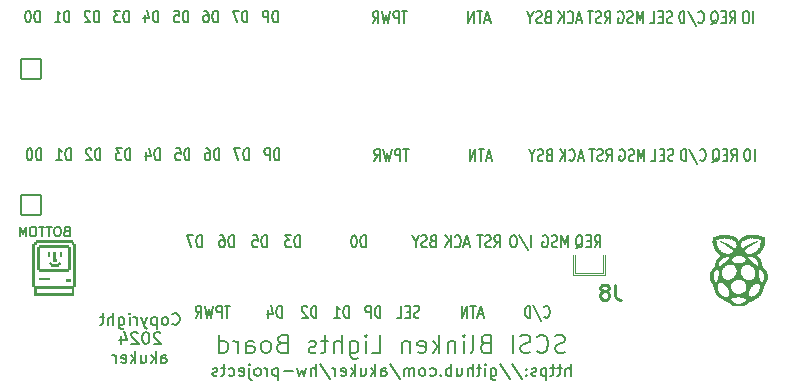
<source format=gbr>
%TF.GenerationSoftware,KiCad,Pcbnew,8.0.2*%
%TF.CreationDate,2024-12-18T21:51:39-06:00*%
%TF.ProjectId,daisy_chain_board,64616973-795f-4636-9861-696e5f626f61,rev?*%
%TF.SameCoordinates,Original*%
%TF.FileFunction,Legend,Bot*%
%TF.FilePolarity,Positive*%
%FSLAX46Y46*%
G04 Gerber Fmt 4.6, Leading zero omitted, Abs format (unit mm)*
G04 Created by KiCad (PCBNEW 8.0.2) date 2024-12-18 21:51:39*
%MOMM*%
%LPD*%
G01*
G04 APERTURE LIST*
G04 Aperture macros list*
%AMRoundRect*
0 Rectangle with rounded corners*
0 $1 Rounding radius*
0 $2 $3 $4 $5 $6 $7 $8 $9 X,Y pos of 4 corners*
0 Add a 4 corners polygon primitive as box body*
4,1,4,$2,$3,$4,$5,$6,$7,$8,$9,$2,$3,0*
0 Add four circle primitives for the rounded corners*
1,1,$1+$1,$2,$3*
1,1,$1+$1,$4,$5*
1,1,$1+$1,$6,$7*
1,1,$1+$1,$8,$9*
0 Add four rect primitives between the rounded corners*
20,1,$1+$1,$2,$3,$4,$5,0*
20,1,$1+$1,$4,$5,$6,$7,0*
20,1,$1+$1,$6,$7,$8,$9,0*
20,1,$1+$1,$8,$9,$2,$3,0*%
G04 Aperture macros list end*
%ADD10C,0.120000*%
%ADD11C,0.150000*%
%ADD12C,0.200000*%
%ADD13C,0.254000*%
%ADD14C,0.010000*%
%ADD15RoundRect,0.050000X0.850000X-0.850000X0.850000X0.850000X-0.850000X0.850000X-0.850000X-0.850000X0*%
%ADD16O,1.800000X1.800000*%
%ADD17C,2.800000*%
%ADD18C,1.645000*%
%ADD19C,4.945000*%
G04 APERTURE END LIST*
D10*
X128177000Y-34385500D02*
X128177000Y-36100000D01*
X128177000Y-36100000D02*
X130844000Y-36100000D01*
X128304000Y-34385500D02*
X128304000Y-35973000D01*
X128304000Y-35973000D02*
X130717000Y-35973000D01*
X128177000Y-36100000D02*
X130844000Y-36100000D01*
X130844000Y-36100000D02*
X130844000Y-34385500D01*
X128304000Y-35973000D02*
X130717000Y-35973000D01*
X130717000Y-35973000D02*
X130717000Y-34385500D01*
D11*
X127942857Y-44654819D02*
X127942857Y-43654819D01*
X127514286Y-44654819D02*
X127514286Y-44131009D01*
X127514286Y-44131009D02*
X127561905Y-44035771D01*
X127561905Y-44035771D02*
X127657143Y-43988152D01*
X127657143Y-43988152D02*
X127800000Y-43988152D01*
X127800000Y-43988152D02*
X127895238Y-44035771D01*
X127895238Y-44035771D02*
X127942857Y-44083390D01*
X127180952Y-43988152D02*
X126800000Y-43988152D01*
X127038095Y-43654819D02*
X127038095Y-44511961D01*
X127038095Y-44511961D02*
X126990476Y-44607200D01*
X126990476Y-44607200D02*
X126895238Y-44654819D01*
X126895238Y-44654819D02*
X126800000Y-44654819D01*
X126609523Y-43988152D02*
X126228571Y-43988152D01*
X126466666Y-43654819D02*
X126466666Y-44511961D01*
X126466666Y-44511961D02*
X126419047Y-44607200D01*
X126419047Y-44607200D02*
X126323809Y-44654819D01*
X126323809Y-44654819D02*
X126228571Y-44654819D01*
X125895237Y-43988152D02*
X125895237Y-44988152D01*
X125895237Y-44035771D02*
X125799999Y-43988152D01*
X125799999Y-43988152D02*
X125609523Y-43988152D01*
X125609523Y-43988152D02*
X125514285Y-44035771D01*
X125514285Y-44035771D02*
X125466666Y-44083390D01*
X125466666Y-44083390D02*
X125419047Y-44178628D01*
X125419047Y-44178628D02*
X125419047Y-44464342D01*
X125419047Y-44464342D02*
X125466666Y-44559580D01*
X125466666Y-44559580D02*
X125514285Y-44607200D01*
X125514285Y-44607200D02*
X125609523Y-44654819D01*
X125609523Y-44654819D02*
X125799999Y-44654819D01*
X125799999Y-44654819D02*
X125895237Y-44607200D01*
X125038094Y-44607200D02*
X124942856Y-44654819D01*
X124942856Y-44654819D02*
X124752380Y-44654819D01*
X124752380Y-44654819D02*
X124657142Y-44607200D01*
X124657142Y-44607200D02*
X124609523Y-44511961D01*
X124609523Y-44511961D02*
X124609523Y-44464342D01*
X124609523Y-44464342D02*
X124657142Y-44369104D01*
X124657142Y-44369104D02*
X124752380Y-44321485D01*
X124752380Y-44321485D02*
X124895237Y-44321485D01*
X124895237Y-44321485D02*
X124990475Y-44273866D01*
X124990475Y-44273866D02*
X125038094Y-44178628D01*
X125038094Y-44178628D02*
X125038094Y-44131009D01*
X125038094Y-44131009D02*
X124990475Y-44035771D01*
X124990475Y-44035771D02*
X124895237Y-43988152D01*
X124895237Y-43988152D02*
X124752380Y-43988152D01*
X124752380Y-43988152D02*
X124657142Y-44035771D01*
X124180951Y-44559580D02*
X124133332Y-44607200D01*
X124133332Y-44607200D02*
X124180951Y-44654819D01*
X124180951Y-44654819D02*
X124228570Y-44607200D01*
X124228570Y-44607200D02*
X124180951Y-44559580D01*
X124180951Y-44559580D02*
X124180951Y-44654819D01*
X124180951Y-44035771D02*
X124133332Y-44083390D01*
X124133332Y-44083390D02*
X124180951Y-44131009D01*
X124180951Y-44131009D02*
X124228570Y-44083390D01*
X124228570Y-44083390D02*
X124180951Y-44035771D01*
X124180951Y-44035771D02*
X124180951Y-44131009D01*
X122990476Y-43607200D02*
X123847618Y-44892914D01*
X121942857Y-43607200D02*
X122799999Y-44892914D01*
X121180952Y-43988152D02*
X121180952Y-44797676D01*
X121180952Y-44797676D02*
X121228571Y-44892914D01*
X121228571Y-44892914D02*
X121276190Y-44940533D01*
X121276190Y-44940533D02*
X121371428Y-44988152D01*
X121371428Y-44988152D02*
X121514285Y-44988152D01*
X121514285Y-44988152D02*
X121609523Y-44940533D01*
X121180952Y-44607200D02*
X121276190Y-44654819D01*
X121276190Y-44654819D02*
X121466666Y-44654819D01*
X121466666Y-44654819D02*
X121561904Y-44607200D01*
X121561904Y-44607200D02*
X121609523Y-44559580D01*
X121609523Y-44559580D02*
X121657142Y-44464342D01*
X121657142Y-44464342D02*
X121657142Y-44178628D01*
X121657142Y-44178628D02*
X121609523Y-44083390D01*
X121609523Y-44083390D02*
X121561904Y-44035771D01*
X121561904Y-44035771D02*
X121466666Y-43988152D01*
X121466666Y-43988152D02*
X121276190Y-43988152D01*
X121276190Y-43988152D02*
X121180952Y-44035771D01*
X120704761Y-44654819D02*
X120704761Y-43988152D01*
X120704761Y-43654819D02*
X120752380Y-43702438D01*
X120752380Y-43702438D02*
X120704761Y-43750057D01*
X120704761Y-43750057D02*
X120657142Y-43702438D01*
X120657142Y-43702438D02*
X120704761Y-43654819D01*
X120704761Y-43654819D02*
X120704761Y-43750057D01*
X120371428Y-43988152D02*
X119990476Y-43988152D01*
X120228571Y-43654819D02*
X120228571Y-44511961D01*
X120228571Y-44511961D02*
X120180952Y-44607200D01*
X120180952Y-44607200D02*
X120085714Y-44654819D01*
X120085714Y-44654819D02*
X119990476Y-44654819D01*
X119657142Y-44654819D02*
X119657142Y-43654819D01*
X119228571Y-44654819D02*
X119228571Y-44131009D01*
X119228571Y-44131009D02*
X119276190Y-44035771D01*
X119276190Y-44035771D02*
X119371428Y-43988152D01*
X119371428Y-43988152D02*
X119514285Y-43988152D01*
X119514285Y-43988152D02*
X119609523Y-44035771D01*
X119609523Y-44035771D02*
X119657142Y-44083390D01*
X118323809Y-43988152D02*
X118323809Y-44654819D01*
X118752380Y-43988152D02*
X118752380Y-44511961D01*
X118752380Y-44511961D02*
X118704761Y-44607200D01*
X118704761Y-44607200D02*
X118609523Y-44654819D01*
X118609523Y-44654819D02*
X118466666Y-44654819D01*
X118466666Y-44654819D02*
X118371428Y-44607200D01*
X118371428Y-44607200D02*
X118323809Y-44559580D01*
X117847618Y-44654819D02*
X117847618Y-43654819D01*
X117847618Y-44035771D02*
X117752380Y-43988152D01*
X117752380Y-43988152D02*
X117561904Y-43988152D01*
X117561904Y-43988152D02*
X117466666Y-44035771D01*
X117466666Y-44035771D02*
X117419047Y-44083390D01*
X117419047Y-44083390D02*
X117371428Y-44178628D01*
X117371428Y-44178628D02*
X117371428Y-44464342D01*
X117371428Y-44464342D02*
X117419047Y-44559580D01*
X117419047Y-44559580D02*
X117466666Y-44607200D01*
X117466666Y-44607200D02*
X117561904Y-44654819D01*
X117561904Y-44654819D02*
X117752380Y-44654819D01*
X117752380Y-44654819D02*
X117847618Y-44607200D01*
X116942856Y-44559580D02*
X116895237Y-44607200D01*
X116895237Y-44607200D02*
X116942856Y-44654819D01*
X116942856Y-44654819D02*
X116990475Y-44607200D01*
X116990475Y-44607200D02*
X116942856Y-44559580D01*
X116942856Y-44559580D02*
X116942856Y-44654819D01*
X116038095Y-44607200D02*
X116133333Y-44654819D01*
X116133333Y-44654819D02*
X116323809Y-44654819D01*
X116323809Y-44654819D02*
X116419047Y-44607200D01*
X116419047Y-44607200D02*
X116466666Y-44559580D01*
X116466666Y-44559580D02*
X116514285Y-44464342D01*
X116514285Y-44464342D02*
X116514285Y-44178628D01*
X116514285Y-44178628D02*
X116466666Y-44083390D01*
X116466666Y-44083390D02*
X116419047Y-44035771D01*
X116419047Y-44035771D02*
X116323809Y-43988152D01*
X116323809Y-43988152D02*
X116133333Y-43988152D01*
X116133333Y-43988152D02*
X116038095Y-44035771D01*
X115466666Y-44654819D02*
X115561904Y-44607200D01*
X115561904Y-44607200D02*
X115609523Y-44559580D01*
X115609523Y-44559580D02*
X115657142Y-44464342D01*
X115657142Y-44464342D02*
X115657142Y-44178628D01*
X115657142Y-44178628D02*
X115609523Y-44083390D01*
X115609523Y-44083390D02*
X115561904Y-44035771D01*
X115561904Y-44035771D02*
X115466666Y-43988152D01*
X115466666Y-43988152D02*
X115323809Y-43988152D01*
X115323809Y-43988152D02*
X115228571Y-44035771D01*
X115228571Y-44035771D02*
X115180952Y-44083390D01*
X115180952Y-44083390D02*
X115133333Y-44178628D01*
X115133333Y-44178628D02*
X115133333Y-44464342D01*
X115133333Y-44464342D02*
X115180952Y-44559580D01*
X115180952Y-44559580D02*
X115228571Y-44607200D01*
X115228571Y-44607200D02*
X115323809Y-44654819D01*
X115323809Y-44654819D02*
X115466666Y-44654819D01*
X114704761Y-44654819D02*
X114704761Y-43988152D01*
X114704761Y-44083390D02*
X114657142Y-44035771D01*
X114657142Y-44035771D02*
X114561904Y-43988152D01*
X114561904Y-43988152D02*
X114419047Y-43988152D01*
X114419047Y-43988152D02*
X114323809Y-44035771D01*
X114323809Y-44035771D02*
X114276190Y-44131009D01*
X114276190Y-44131009D02*
X114276190Y-44654819D01*
X114276190Y-44131009D02*
X114228571Y-44035771D01*
X114228571Y-44035771D02*
X114133333Y-43988152D01*
X114133333Y-43988152D02*
X113990476Y-43988152D01*
X113990476Y-43988152D02*
X113895237Y-44035771D01*
X113895237Y-44035771D02*
X113847618Y-44131009D01*
X113847618Y-44131009D02*
X113847618Y-44654819D01*
X112657143Y-43607200D02*
X113514285Y-44892914D01*
X111895238Y-44654819D02*
X111895238Y-44131009D01*
X111895238Y-44131009D02*
X111942857Y-44035771D01*
X111942857Y-44035771D02*
X112038095Y-43988152D01*
X112038095Y-43988152D02*
X112228571Y-43988152D01*
X112228571Y-43988152D02*
X112323809Y-44035771D01*
X111895238Y-44607200D02*
X111990476Y-44654819D01*
X111990476Y-44654819D02*
X112228571Y-44654819D01*
X112228571Y-44654819D02*
X112323809Y-44607200D01*
X112323809Y-44607200D02*
X112371428Y-44511961D01*
X112371428Y-44511961D02*
X112371428Y-44416723D01*
X112371428Y-44416723D02*
X112323809Y-44321485D01*
X112323809Y-44321485D02*
X112228571Y-44273866D01*
X112228571Y-44273866D02*
X111990476Y-44273866D01*
X111990476Y-44273866D02*
X111895238Y-44226247D01*
X111419047Y-44654819D02*
X111419047Y-43654819D01*
X111323809Y-44273866D02*
X111038095Y-44654819D01*
X111038095Y-43988152D02*
X111419047Y-44369104D01*
X110180952Y-43988152D02*
X110180952Y-44654819D01*
X110609523Y-43988152D02*
X110609523Y-44511961D01*
X110609523Y-44511961D02*
X110561904Y-44607200D01*
X110561904Y-44607200D02*
X110466666Y-44654819D01*
X110466666Y-44654819D02*
X110323809Y-44654819D01*
X110323809Y-44654819D02*
X110228571Y-44607200D01*
X110228571Y-44607200D02*
X110180952Y-44559580D01*
X109704761Y-44654819D02*
X109704761Y-43654819D01*
X109609523Y-44273866D02*
X109323809Y-44654819D01*
X109323809Y-43988152D02*
X109704761Y-44369104D01*
X108514285Y-44607200D02*
X108609523Y-44654819D01*
X108609523Y-44654819D02*
X108799999Y-44654819D01*
X108799999Y-44654819D02*
X108895237Y-44607200D01*
X108895237Y-44607200D02*
X108942856Y-44511961D01*
X108942856Y-44511961D02*
X108942856Y-44131009D01*
X108942856Y-44131009D02*
X108895237Y-44035771D01*
X108895237Y-44035771D02*
X108799999Y-43988152D01*
X108799999Y-43988152D02*
X108609523Y-43988152D01*
X108609523Y-43988152D02*
X108514285Y-44035771D01*
X108514285Y-44035771D02*
X108466666Y-44131009D01*
X108466666Y-44131009D02*
X108466666Y-44226247D01*
X108466666Y-44226247D02*
X108942856Y-44321485D01*
X108038094Y-44654819D02*
X108038094Y-43988152D01*
X108038094Y-44178628D02*
X107990475Y-44083390D01*
X107990475Y-44083390D02*
X107942856Y-44035771D01*
X107942856Y-44035771D02*
X107847618Y-43988152D01*
X107847618Y-43988152D02*
X107752380Y-43988152D01*
X106704761Y-43607200D02*
X107561903Y-44892914D01*
X106371427Y-44654819D02*
X106371427Y-43654819D01*
X105942856Y-44654819D02*
X105942856Y-44131009D01*
X105942856Y-44131009D02*
X105990475Y-44035771D01*
X105990475Y-44035771D02*
X106085713Y-43988152D01*
X106085713Y-43988152D02*
X106228570Y-43988152D01*
X106228570Y-43988152D02*
X106323808Y-44035771D01*
X106323808Y-44035771D02*
X106371427Y-44083390D01*
X105561903Y-43988152D02*
X105371427Y-44654819D01*
X105371427Y-44654819D02*
X105180951Y-44178628D01*
X105180951Y-44178628D02*
X104990475Y-44654819D01*
X104990475Y-44654819D02*
X104799999Y-43988152D01*
X104419046Y-44273866D02*
X103657142Y-44273866D01*
X103180951Y-43988152D02*
X103180951Y-44988152D01*
X103180951Y-44035771D02*
X103085713Y-43988152D01*
X103085713Y-43988152D02*
X102895237Y-43988152D01*
X102895237Y-43988152D02*
X102799999Y-44035771D01*
X102799999Y-44035771D02*
X102752380Y-44083390D01*
X102752380Y-44083390D02*
X102704761Y-44178628D01*
X102704761Y-44178628D02*
X102704761Y-44464342D01*
X102704761Y-44464342D02*
X102752380Y-44559580D01*
X102752380Y-44559580D02*
X102799999Y-44607200D01*
X102799999Y-44607200D02*
X102895237Y-44654819D01*
X102895237Y-44654819D02*
X103085713Y-44654819D01*
X103085713Y-44654819D02*
X103180951Y-44607200D01*
X102276189Y-44654819D02*
X102276189Y-43988152D01*
X102276189Y-44178628D02*
X102228570Y-44083390D01*
X102228570Y-44083390D02*
X102180951Y-44035771D01*
X102180951Y-44035771D02*
X102085713Y-43988152D01*
X102085713Y-43988152D02*
X101990475Y-43988152D01*
X101514284Y-44654819D02*
X101609522Y-44607200D01*
X101609522Y-44607200D02*
X101657141Y-44559580D01*
X101657141Y-44559580D02*
X101704760Y-44464342D01*
X101704760Y-44464342D02*
X101704760Y-44178628D01*
X101704760Y-44178628D02*
X101657141Y-44083390D01*
X101657141Y-44083390D02*
X101609522Y-44035771D01*
X101609522Y-44035771D02*
X101514284Y-43988152D01*
X101514284Y-43988152D02*
X101371427Y-43988152D01*
X101371427Y-43988152D02*
X101276189Y-44035771D01*
X101276189Y-44035771D02*
X101228570Y-44083390D01*
X101228570Y-44083390D02*
X101180951Y-44178628D01*
X101180951Y-44178628D02*
X101180951Y-44464342D01*
X101180951Y-44464342D02*
X101228570Y-44559580D01*
X101228570Y-44559580D02*
X101276189Y-44607200D01*
X101276189Y-44607200D02*
X101371427Y-44654819D01*
X101371427Y-44654819D02*
X101514284Y-44654819D01*
X100752379Y-43988152D02*
X100752379Y-44845295D01*
X100752379Y-44845295D02*
X100799998Y-44940533D01*
X100799998Y-44940533D02*
X100895236Y-44988152D01*
X100895236Y-44988152D02*
X100942855Y-44988152D01*
X100752379Y-43654819D02*
X100799998Y-43702438D01*
X100799998Y-43702438D02*
X100752379Y-43750057D01*
X100752379Y-43750057D02*
X100704760Y-43702438D01*
X100704760Y-43702438D02*
X100752379Y-43654819D01*
X100752379Y-43654819D02*
X100752379Y-43750057D01*
X99895237Y-44607200D02*
X99990475Y-44654819D01*
X99990475Y-44654819D02*
X100180951Y-44654819D01*
X100180951Y-44654819D02*
X100276189Y-44607200D01*
X100276189Y-44607200D02*
X100323808Y-44511961D01*
X100323808Y-44511961D02*
X100323808Y-44131009D01*
X100323808Y-44131009D02*
X100276189Y-44035771D01*
X100276189Y-44035771D02*
X100180951Y-43988152D01*
X100180951Y-43988152D02*
X99990475Y-43988152D01*
X99990475Y-43988152D02*
X99895237Y-44035771D01*
X99895237Y-44035771D02*
X99847618Y-44131009D01*
X99847618Y-44131009D02*
X99847618Y-44226247D01*
X99847618Y-44226247D02*
X100323808Y-44321485D01*
X98990475Y-44607200D02*
X99085713Y-44654819D01*
X99085713Y-44654819D02*
X99276189Y-44654819D01*
X99276189Y-44654819D02*
X99371427Y-44607200D01*
X99371427Y-44607200D02*
X99419046Y-44559580D01*
X99419046Y-44559580D02*
X99466665Y-44464342D01*
X99466665Y-44464342D02*
X99466665Y-44178628D01*
X99466665Y-44178628D02*
X99419046Y-44083390D01*
X99419046Y-44083390D02*
X99371427Y-44035771D01*
X99371427Y-44035771D02*
X99276189Y-43988152D01*
X99276189Y-43988152D02*
X99085713Y-43988152D01*
X99085713Y-43988152D02*
X98990475Y-44035771D01*
X98704760Y-43988152D02*
X98323808Y-43988152D01*
X98561903Y-43654819D02*
X98561903Y-44511961D01*
X98561903Y-44511961D02*
X98514284Y-44607200D01*
X98514284Y-44607200D02*
X98419046Y-44654819D01*
X98419046Y-44654819D02*
X98323808Y-44654819D01*
X98038093Y-44607200D02*
X97942855Y-44654819D01*
X97942855Y-44654819D02*
X97752379Y-44654819D01*
X97752379Y-44654819D02*
X97657141Y-44607200D01*
X97657141Y-44607200D02*
X97609522Y-44511961D01*
X97609522Y-44511961D02*
X97609522Y-44464342D01*
X97609522Y-44464342D02*
X97657141Y-44369104D01*
X97657141Y-44369104D02*
X97752379Y-44321485D01*
X97752379Y-44321485D02*
X97895236Y-44321485D01*
X97895236Y-44321485D02*
X97990474Y-44273866D01*
X97990474Y-44273866D02*
X98038093Y-44178628D01*
X98038093Y-44178628D02*
X98038093Y-44131009D01*
X98038093Y-44131009D02*
X97990474Y-44035771D01*
X97990474Y-44035771D02*
X97895236Y-43988152D01*
X97895236Y-43988152D02*
X97752379Y-43988152D01*
X97752379Y-43988152D02*
X97657141Y-44035771D01*
X85257119Y-32423747D02*
X85142833Y-32461842D01*
X85142833Y-32461842D02*
X85104738Y-32499938D01*
X85104738Y-32499938D02*
X85066642Y-32576128D01*
X85066642Y-32576128D02*
X85066642Y-32690414D01*
X85066642Y-32690414D02*
X85104738Y-32766604D01*
X85104738Y-32766604D02*
X85142833Y-32804700D01*
X85142833Y-32804700D02*
X85219023Y-32842795D01*
X85219023Y-32842795D02*
X85523785Y-32842795D01*
X85523785Y-32842795D02*
X85523785Y-32042795D01*
X85523785Y-32042795D02*
X85257119Y-32042795D01*
X85257119Y-32042795D02*
X85180928Y-32080890D01*
X85180928Y-32080890D02*
X85142833Y-32118985D01*
X85142833Y-32118985D02*
X85104738Y-32195176D01*
X85104738Y-32195176D02*
X85104738Y-32271366D01*
X85104738Y-32271366D02*
X85142833Y-32347557D01*
X85142833Y-32347557D02*
X85180928Y-32385652D01*
X85180928Y-32385652D02*
X85257119Y-32423747D01*
X85257119Y-32423747D02*
X85523785Y-32423747D01*
X84571404Y-32042795D02*
X84419023Y-32042795D01*
X84419023Y-32042795D02*
X84342833Y-32080890D01*
X84342833Y-32080890D02*
X84266642Y-32157080D01*
X84266642Y-32157080D02*
X84228547Y-32309461D01*
X84228547Y-32309461D02*
X84228547Y-32576128D01*
X84228547Y-32576128D02*
X84266642Y-32728509D01*
X84266642Y-32728509D02*
X84342833Y-32804700D01*
X84342833Y-32804700D02*
X84419023Y-32842795D01*
X84419023Y-32842795D02*
X84571404Y-32842795D01*
X84571404Y-32842795D02*
X84647595Y-32804700D01*
X84647595Y-32804700D02*
X84723785Y-32728509D01*
X84723785Y-32728509D02*
X84761881Y-32576128D01*
X84761881Y-32576128D02*
X84761881Y-32309461D01*
X84761881Y-32309461D02*
X84723785Y-32157080D01*
X84723785Y-32157080D02*
X84647595Y-32080890D01*
X84647595Y-32080890D02*
X84571404Y-32042795D01*
X83999976Y-32042795D02*
X83542833Y-32042795D01*
X83771405Y-32842795D02*
X83771405Y-32042795D01*
X83390452Y-32042795D02*
X82933309Y-32042795D01*
X83161881Y-32842795D02*
X83161881Y-32042795D01*
X82514261Y-32042795D02*
X82361880Y-32042795D01*
X82361880Y-32042795D02*
X82285690Y-32080890D01*
X82285690Y-32080890D02*
X82209499Y-32157080D01*
X82209499Y-32157080D02*
X82171404Y-32309461D01*
X82171404Y-32309461D02*
X82171404Y-32576128D01*
X82171404Y-32576128D02*
X82209499Y-32728509D01*
X82209499Y-32728509D02*
X82285690Y-32804700D01*
X82285690Y-32804700D02*
X82361880Y-32842795D01*
X82361880Y-32842795D02*
X82514261Y-32842795D01*
X82514261Y-32842795D02*
X82590452Y-32804700D01*
X82590452Y-32804700D02*
X82666642Y-32728509D01*
X82666642Y-32728509D02*
X82704738Y-32576128D01*
X82704738Y-32576128D02*
X82704738Y-32309461D01*
X82704738Y-32309461D02*
X82666642Y-32157080D01*
X82666642Y-32157080D02*
X82590452Y-32080890D01*
X82590452Y-32080890D02*
X82514261Y-32042795D01*
X81828547Y-32842795D02*
X81828547Y-32042795D01*
X81828547Y-32042795D02*
X81561881Y-32614223D01*
X81561881Y-32614223D02*
X81295214Y-32042795D01*
X81295214Y-32042795D02*
X81295214Y-32842795D01*
X116270666Y-33237009D02*
X116156380Y-33284628D01*
X116156380Y-33284628D02*
X116118285Y-33332247D01*
X116118285Y-33332247D02*
X116080189Y-33427485D01*
X116080189Y-33427485D02*
X116080189Y-33570342D01*
X116080189Y-33570342D02*
X116118285Y-33665580D01*
X116118285Y-33665580D02*
X116156380Y-33713200D01*
X116156380Y-33713200D02*
X116232570Y-33760819D01*
X116232570Y-33760819D02*
X116537332Y-33760819D01*
X116537332Y-33760819D02*
X116537332Y-32760819D01*
X116537332Y-32760819D02*
X116270666Y-32760819D01*
X116270666Y-32760819D02*
X116194475Y-32808438D01*
X116194475Y-32808438D02*
X116156380Y-32856057D01*
X116156380Y-32856057D02*
X116118285Y-32951295D01*
X116118285Y-32951295D02*
X116118285Y-33046533D01*
X116118285Y-33046533D02*
X116156380Y-33141771D01*
X116156380Y-33141771D02*
X116194475Y-33189390D01*
X116194475Y-33189390D02*
X116270666Y-33237009D01*
X116270666Y-33237009D02*
X116537332Y-33237009D01*
X115775428Y-33713200D02*
X115661142Y-33760819D01*
X115661142Y-33760819D02*
X115470666Y-33760819D01*
X115470666Y-33760819D02*
X115394475Y-33713200D01*
X115394475Y-33713200D02*
X115356380Y-33665580D01*
X115356380Y-33665580D02*
X115318285Y-33570342D01*
X115318285Y-33570342D02*
X115318285Y-33475104D01*
X115318285Y-33475104D02*
X115356380Y-33379866D01*
X115356380Y-33379866D02*
X115394475Y-33332247D01*
X115394475Y-33332247D02*
X115470666Y-33284628D01*
X115470666Y-33284628D02*
X115623047Y-33237009D01*
X115623047Y-33237009D02*
X115699237Y-33189390D01*
X115699237Y-33189390D02*
X115737332Y-33141771D01*
X115737332Y-33141771D02*
X115775428Y-33046533D01*
X115775428Y-33046533D02*
X115775428Y-32951295D01*
X115775428Y-32951295D02*
X115737332Y-32856057D01*
X115737332Y-32856057D02*
X115699237Y-32808438D01*
X115699237Y-32808438D02*
X115623047Y-32760819D01*
X115623047Y-32760819D02*
X115432570Y-32760819D01*
X115432570Y-32760819D02*
X115318285Y-32808438D01*
X114823046Y-33284628D02*
X114823046Y-33760819D01*
X115089713Y-32760819D02*
X114823046Y-33284628D01*
X114823046Y-33284628D02*
X114556380Y-32760819D01*
X127700618Y-33760819D02*
X127700618Y-32760819D01*
X127700618Y-32760819D02*
X127433952Y-33475104D01*
X127433952Y-33475104D02*
X127167285Y-32760819D01*
X127167285Y-32760819D02*
X127167285Y-33760819D01*
X126824428Y-33713200D02*
X126710142Y-33760819D01*
X126710142Y-33760819D02*
X126519666Y-33760819D01*
X126519666Y-33760819D02*
X126443475Y-33713200D01*
X126443475Y-33713200D02*
X126405380Y-33665580D01*
X126405380Y-33665580D02*
X126367285Y-33570342D01*
X126367285Y-33570342D02*
X126367285Y-33475104D01*
X126367285Y-33475104D02*
X126405380Y-33379866D01*
X126405380Y-33379866D02*
X126443475Y-33332247D01*
X126443475Y-33332247D02*
X126519666Y-33284628D01*
X126519666Y-33284628D02*
X126672047Y-33237009D01*
X126672047Y-33237009D02*
X126748237Y-33189390D01*
X126748237Y-33189390D02*
X126786332Y-33141771D01*
X126786332Y-33141771D02*
X126824428Y-33046533D01*
X126824428Y-33046533D02*
X126824428Y-32951295D01*
X126824428Y-32951295D02*
X126786332Y-32856057D01*
X126786332Y-32856057D02*
X126748237Y-32808438D01*
X126748237Y-32808438D02*
X126672047Y-32760819D01*
X126672047Y-32760819D02*
X126481570Y-32760819D01*
X126481570Y-32760819D02*
X126367285Y-32808438D01*
X125605380Y-32808438D02*
X125681570Y-32760819D01*
X125681570Y-32760819D02*
X125795856Y-32760819D01*
X125795856Y-32760819D02*
X125910142Y-32808438D01*
X125910142Y-32808438D02*
X125986332Y-32903676D01*
X125986332Y-32903676D02*
X126024427Y-32998914D01*
X126024427Y-32998914D02*
X126062523Y-33189390D01*
X126062523Y-33189390D02*
X126062523Y-33332247D01*
X126062523Y-33332247D02*
X126024427Y-33522723D01*
X126024427Y-33522723D02*
X125986332Y-33617961D01*
X125986332Y-33617961D02*
X125910142Y-33713200D01*
X125910142Y-33713200D02*
X125795856Y-33760819D01*
X125795856Y-33760819D02*
X125719665Y-33760819D01*
X125719665Y-33760819D02*
X125605380Y-33713200D01*
X125605380Y-33713200D02*
X125567284Y-33665580D01*
X125567284Y-33665580D02*
X125567284Y-33332247D01*
X125567284Y-33332247D02*
X125719665Y-33332247D01*
X119324976Y-33475104D02*
X118944023Y-33475104D01*
X119401166Y-33760819D02*
X119134499Y-32760819D01*
X119134499Y-32760819D02*
X118867833Y-33760819D01*
X118144023Y-33665580D02*
X118182119Y-33713200D01*
X118182119Y-33713200D02*
X118296404Y-33760819D01*
X118296404Y-33760819D02*
X118372595Y-33760819D01*
X118372595Y-33760819D02*
X118486881Y-33713200D01*
X118486881Y-33713200D02*
X118563071Y-33617961D01*
X118563071Y-33617961D02*
X118601166Y-33522723D01*
X118601166Y-33522723D02*
X118639262Y-33332247D01*
X118639262Y-33332247D02*
X118639262Y-33189390D01*
X118639262Y-33189390D02*
X118601166Y-32998914D01*
X118601166Y-32998914D02*
X118563071Y-32903676D01*
X118563071Y-32903676D02*
X118486881Y-32808438D01*
X118486881Y-32808438D02*
X118372595Y-32760819D01*
X118372595Y-32760819D02*
X118296404Y-32760819D01*
X118296404Y-32760819D02*
X118182119Y-32808438D01*
X118182119Y-32808438D02*
X118144023Y-32856057D01*
X117801166Y-33760819D02*
X117801166Y-32760819D01*
X117344023Y-33760819D02*
X117686881Y-33189390D01*
X117344023Y-32760819D02*
X117801166Y-33332247D01*
X120518785Y-39444104D02*
X120137832Y-39444104D01*
X120594975Y-39729819D02*
X120328308Y-38729819D01*
X120328308Y-38729819D02*
X120061642Y-39729819D01*
X119909261Y-38729819D02*
X119452118Y-38729819D01*
X119680690Y-39729819D02*
X119680690Y-38729819D01*
X119185451Y-39729819D02*
X119185451Y-38729819D01*
X119185451Y-38729819D02*
X118728308Y-39729819D01*
X118728308Y-39729819D02*
X118728308Y-38729819D01*
X124570094Y-33760819D02*
X124570094Y-32760819D01*
X123617714Y-32713200D02*
X124303428Y-33998914D01*
X123198666Y-32760819D02*
X123046285Y-32760819D01*
X123046285Y-32760819D02*
X122970095Y-32808438D01*
X122970095Y-32808438D02*
X122893904Y-32903676D01*
X122893904Y-32903676D02*
X122855809Y-33094152D01*
X122855809Y-33094152D02*
X122855809Y-33427485D01*
X122855809Y-33427485D02*
X122893904Y-33617961D01*
X122893904Y-33617961D02*
X122970095Y-33713200D01*
X122970095Y-33713200D02*
X123046285Y-33760819D01*
X123046285Y-33760819D02*
X123198666Y-33760819D01*
X123198666Y-33760819D02*
X123274857Y-33713200D01*
X123274857Y-33713200D02*
X123351047Y-33617961D01*
X123351047Y-33617961D02*
X123389143Y-33427485D01*
X123389143Y-33427485D02*
X123389143Y-33094152D01*
X123389143Y-33094152D02*
X123351047Y-32903676D01*
X123351047Y-32903676D02*
X123274857Y-32808438D01*
X123274857Y-32808438D02*
X123198666Y-32760819D01*
X129980332Y-33760819D02*
X130246999Y-33284628D01*
X130437475Y-33760819D02*
X130437475Y-32760819D01*
X130437475Y-32760819D02*
X130132713Y-32760819D01*
X130132713Y-32760819D02*
X130056523Y-32808438D01*
X130056523Y-32808438D02*
X130018428Y-32856057D01*
X130018428Y-32856057D02*
X129980332Y-32951295D01*
X129980332Y-32951295D02*
X129980332Y-33094152D01*
X129980332Y-33094152D02*
X130018428Y-33189390D01*
X130018428Y-33189390D02*
X130056523Y-33237009D01*
X130056523Y-33237009D02*
X130132713Y-33284628D01*
X130132713Y-33284628D02*
X130437475Y-33284628D01*
X129637475Y-33237009D02*
X129370809Y-33237009D01*
X129256523Y-33760819D02*
X129637475Y-33760819D01*
X129637475Y-33760819D02*
X129637475Y-32760819D01*
X129637475Y-32760819D02*
X129256523Y-32760819D01*
X128380332Y-33856057D02*
X128456522Y-33808438D01*
X128456522Y-33808438D02*
X128532713Y-33713200D01*
X128532713Y-33713200D02*
X128646999Y-33570342D01*
X128646999Y-33570342D02*
X128723189Y-33522723D01*
X128723189Y-33522723D02*
X128799380Y-33522723D01*
X128761284Y-33760819D02*
X128837475Y-33713200D01*
X128837475Y-33713200D02*
X128913665Y-33617961D01*
X128913665Y-33617961D02*
X128951761Y-33427485D01*
X128951761Y-33427485D02*
X128951761Y-33094152D01*
X128951761Y-33094152D02*
X128913665Y-32903676D01*
X128913665Y-32903676D02*
X128837475Y-32808438D01*
X128837475Y-32808438D02*
X128761284Y-32760819D01*
X128761284Y-32760819D02*
X128608903Y-32760819D01*
X128608903Y-32760819D02*
X128532713Y-32808438D01*
X128532713Y-32808438D02*
X128456522Y-32903676D01*
X128456522Y-32903676D02*
X128418427Y-33094152D01*
X128418427Y-33094152D02*
X128418427Y-33427485D01*
X128418427Y-33427485D02*
X128456522Y-33617961D01*
X128456522Y-33617961D02*
X128532713Y-33713200D01*
X128532713Y-33713200D02*
X128608903Y-33760819D01*
X128608903Y-33760819D02*
X128761284Y-33760819D01*
X125700427Y-39634580D02*
X125738523Y-39682200D01*
X125738523Y-39682200D02*
X125852808Y-39729819D01*
X125852808Y-39729819D02*
X125928999Y-39729819D01*
X125928999Y-39729819D02*
X126043285Y-39682200D01*
X126043285Y-39682200D02*
X126119475Y-39586961D01*
X126119475Y-39586961D02*
X126157570Y-39491723D01*
X126157570Y-39491723D02*
X126195666Y-39301247D01*
X126195666Y-39301247D02*
X126195666Y-39158390D01*
X126195666Y-39158390D02*
X126157570Y-38967914D01*
X126157570Y-38967914D02*
X126119475Y-38872676D01*
X126119475Y-38872676D02*
X126043285Y-38777438D01*
X126043285Y-38777438D02*
X125928999Y-38729819D01*
X125928999Y-38729819D02*
X125852808Y-38729819D01*
X125852808Y-38729819D02*
X125738523Y-38777438D01*
X125738523Y-38777438D02*
X125700427Y-38825057D01*
X124786142Y-38682200D02*
X125471856Y-39967914D01*
X124519475Y-39729819D02*
X124519475Y-38729819D01*
X124519475Y-38729819D02*
X124328999Y-38729819D01*
X124328999Y-38729819D02*
X124214713Y-38777438D01*
X124214713Y-38777438D02*
X124138523Y-38872676D01*
X124138523Y-38872676D02*
X124100428Y-38967914D01*
X124100428Y-38967914D02*
X124062332Y-39158390D01*
X124062332Y-39158390D02*
X124062332Y-39301247D01*
X124062332Y-39301247D02*
X124100428Y-39491723D01*
X124100428Y-39491723D02*
X124138523Y-39586961D01*
X124138523Y-39586961D02*
X124214713Y-39682200D01*
X124214713Y-39682200D02*
X124328999Y-39729819D01*
X124328999Y-39729819D02*
X124519475Y-39729819D01*
X110606475Y-33760819D02*
X110606475Y-32760819D01*
X110606475Y-32760819D02*
X110415999Y-32760819D01*
X110415999Y-32760819D02*
X110301713Y-32808438D01*
X110301713Y-32808438D02*
X110225523Y-32903676D01*
X110225523Y-32903676D02*
X110187428Y-32998914D01*
X110187428Y-32998914D02*
X110149332Y-33189390D01*
X110149332Y-33189390D02*
X110149332Y-33332247D01*
X110149332Y-33332247D02*
X110187428Y-33522723D01*
X110187428Y-33522723D02*
X110225523Y-33617961D01*
X110225523Y-33617961D02*
X110301713Y-33713200D01*
X110301713Y-33713200D02*
X110415999Y-33760819D01*
X110415999Y-33760819D02*
X110606475Y-33760819D01*
X109654094Y-32760819D02*
X109577904Y-32760819D01*
X109577904Y-32760819D02*
X109501713Y-32808438D01*
X109501713Y-32808438D02*
X109463618Y-32856057D01*
X109463618Y-32856057D02*
X109425523Y-32951295D01*
X109425523Y-32951295D02*
X109387428Y-33141771D01*
X109387428Y-33141771D02*
X109387428Y-33379866D01*
X109387428Y-33379866D02*
X109425523Y-33570342D01*
X109425523Y-33570342D02*
X109463618Y-33665580D01*
X109463618Y-33665580D02*
X109501713Y-33713200D01*
X109501713Y-33713200D02*
X109577904Y-33760819D01*
X109577904Y-33760819D02*
X109654094Y-33760819D01*
X109654094Y-33760819D02*
X109730285Y-33713200D01*
X109730285Y-33713200D02*
X109768380Y-33665580D01*
X109768380Y-33665580D02*
X109806475Y-33570342D01*
X109806475Y-33570342D02*
X109844571Y-33379866D01*
X109844571Y-33379866D02*
X109844571Y-33141771D01*
X109844571Y-33141771D02*
X109806475Y-32951295D01*
X109806475Y-32951295D02*
X109768380Y-32856057D01*
X109768380Y-32856057D02*
X109730285Y-32808438D01*
X109730285Y-32808438D02*
X109654094Y-32760819D01*
X106415475Y-39729819D02*
X106415475Y-38729819D01*
X106415475Y-38729819D02*
X106224999Y-38729819D01*
X106224999Y-38729819D02*
X106110713Y-38777438D01*
X106110713Y-38777438D02*
X106034523Y-38872676D01*
X106034523Y-38872676D02*
X105996428Y-38967914D01*
X105996428Y-38967914D02*
X105958332Y-39158390D01*
X105958332Y-39158390D02*
X105958332Y-39301247D01*
X105958332Y-39301247D02*
X105996428Y-39491723D01*
X105996428Y-39491723D02*
X106034523Y-39586961D01*
X106034523Y-39586961D02*
X106110713Y-39682200D01*
X106110713Y-39682200D02*
X106224999Y-39729819D01*
X106224999Y-39729819D02*
X106415475Y-39729819D01*
X105653571Y-38825057D02*
X105615475Y-38777438D01*
X105615475Y-38777438D02*
X105539285Y-38729819D01*
X105539285Y-38729819D02*
X105348809Y-38729819D01*
X105348809Y-38729819D02*
X105272618Y-38777438D01*
X105272618Y-38777438D02*
X105234523Y-38825057D01*
X105234523Y-38825057D02*
X105196428Y-38920295D01*
X105196428Y-38920295D02*
X105196428Y-39015533D01*
X105196428Y-39015533D02*
X105234523Y-39158390D01*
X105234523Y-39158390D02*
X105691666Y-39729819D01*
X105691666Y-39729819D02*
X105196428Y-39729819D01*
X99119214Y-38729819D02*
X98662071Y-38729819D01*
X98890643Y-39729819D02*
X98890643Y-38729819D01*
X98395404Y-39729819D02*
X98395404Y-38729819D01*
X98395404Y-38729819D02*
X98090642Y-38729819D01*
X98090642Y-38729819D02*
X98014452Y-38777438D01*
X98014452Y-38777438D02*
X97976357Y-38825057D01*
X97976357Y-38825057D02*
X97938261Y-38920295D01*
X97938261Y-38920295D02*
X97938261Y-39063152D01*
X97938261Y-39063152D02*
X97976357Y-39158390D01*
X97976357Y-39158390D02*
X98014452Y-39206009D01*
X98014452Y-39206009D02*
X98090642Y-39253628D01*
X98090642Y-39253628D02*
X98395404Y-39253628D01*
X97671595Y-38729819D02*
X97481119Y-39729819D01*
X97481119Y-39729819D02*
X97328738Y-39015533D01*
X97328738Y-39015533D02*
X97176357Y-39729819D01*
X97176357Y-39729819D02*
X96985881Y-38729819D01*
X96223975Y-39729819D02*
X96490642Y-39253628D01*
X96681118Y-39729819D02*
X96681118Y-38729819D01*
X96681118Y-38729819D02*
X96376356Y-38729819D01*
X96376356Y-38729819D02*
X96300166Y-38777438D01*
X96300166Y-38777438D02*
X96262071Y-38825057D01*
X96262071Y-38825057D02*
X96223975Y-38920295D01*
X96223975Y-38920295D02*
X96223975Y-39063152D01*
X96223975Y-39063152D02*
X96262071Y-39158390D01*
X96262071Y-39158390D02*
X96300166Y-39206009D01*
X96300166Y-39206009D02*
X96376356Y-39253628D01*
X96376356Y-39253628D02*
X96681118Y-39253628D01*
X96699975Y-33760819D02*
X96699975Y-32760819D01*
X96699975Y-32760819D02*
X96509499Y-32760819D01*
X96509499Y-32760819D02*
X96395213Y-32808438D01*
X96395213Y-32808438D02*
X96319023Y-32903676D01*
X96319023Y-32903676D02*
X96280928Y-32998914D01*
X96280928Y-32998914D02*
X96242832Y-33189390D01*
X96242832Y-33189390D02*
X96242832Y-33332247D01*
X96242832Y-33332247D02*
X96280928Y-33522723D01*
X96280928Y-33522723D02*
X96319023Y-33617961D01*
X96319023Y-33617961D02*
X96395213Y-33713200D01*
X96395213Y-33713200D02*
X96509499Y-33760819D01*
X96509499Y-33760819D02*
X96699975Y-33760819D01*
X95976166Y-32760819D02*
X95442832Y-32760819D01*
X95442832Y-32760819D02*
X95785690Y-33760819D01*
X102224475Y-33760819D02*
X102224475Y-32760819D01*
X102224475Y-32760819D02*
X102033999Y-32760819D01*
X102033999Y-32760819D02*
X101919713Y-32808438D01*
X101919713Y-32808438D02*
X101843523Y-32903676D01*
X101843523Y-32903676D02*
X101805428Y-32998914D01*
X101805428Y-32998914D02*
X101767332Y-33189390D01*
X101767332Y-33189390D02*
X101767332Y-33332247D01*
X101767332Y-33332247D02*
X101805428Y-33522723D01*
X101805428Y-33522723D02*
X101843523Y-33617961D01*
X101843523Y-33617961D02*
X101919713Y-33713200D01*
X101919713Y-33713200D02*
X102033999Y-33760819D01*
X102033999Y-33760819D02*
X102224475Y-33760819D01*
X101043523Y-32760819D02*
X101424475Y-32760819D01*
X101424475Y-32760819D02*
X101462571Y-33237009D01*
X101462571Y-33237009D02*
X101424475Y-33189390D01*
X101424475Y-33189390D02*
X101348285Y-33141771D01*
X101348285Y-33141771D02*
X101157809Y-33141771D01*
X101157809Y-33141771D02*
X101081618Y-33189390D01*
X101081618Y-33189390D02*
X101043523Y-33237009D01*
X101043523Y-33237009D02*
X101005428Y-33332247D01*
X101005428Y-33332247D02*
X101005428Y-33570342D01*
X101005428Y-33570342D02*
X101043523Y-33665580D01*
X101043523Y-33665580D02*
X101081618Y-33713200D01*
X101081618Y-33713200D02*
X101157809Y-33760819D01*
X101157809Y-33760819D02*
X101348285Y-33760819D01*
X101348285Y-33760819D02*
X101424475Y-33713200D01*
X101424475Y-33713200D02*
X101462571Y-33665580D01*
X109145975Y-39729819D02*
X109145975Y-38729819D01*
X109145975Y-38729819D02*
X108955499Y-38729819D01*
X108955499Y-38729819D02*
X108841213Y-38777438D01*
X108841213Y-38777438D02*
X108765023Y-38872676D01*
X108765023Y-38872676D02*
X108726928Y-38967914D01*
X108726928Y-38967914D02*
X108688832Y-39158390D01*
X108688832Y-39158390D02*
X108688832Y-39301247D01*
X108688832Y-39301247D02*
X108726928Y-39491723D01*
X108726928Y-39491723D02*
X108765023Y-39586961D01*
X108765023Y-39586961D02*
X108841213Y-39682200D01*
X108841213Y-39682200D02*
X108955499Y-39729819D01*
X108955499Y-39729819D02*
X109145975Y-39729819D01*
X107926928Y-39729819D02*
X108384071Y-39729819D01*
X108155499Y-39729819D02*
X108155499Y-38729819D01*
X108155499Y-38729819D02*
X108231690Y-38872676D01*
X108231690Y-38872676D02*
X108307880Y-38967914D01*
X108307880Y-38967914D02*
X108384071Y-39015533D01*
X99430475Y-33760819D02*
X99430475Y-32760819D01*
X99430475Y-32760819D02*
X99239999Y-32760819D01*
X99239999Y-32760819D02*
X99125713Y-32808438D01*
X99125713Y-32808438D02*
X99049523Y-32903676D01*
X99049523Y-32903676D02*
X99011428Y-32998914D01*
X99011428Y-32998914D02*
X98973332Y-33189390D01*
X98973332Y-33189390D02*
X98973332Y-33332247D01*
X98973332Y-33332247D02*
X99011428Y-33522723D01*
X99011428Y-33522723D02*
X99049523Y-33617961D01*
X99049523Y-33617961D02*
X99125713Y-33713200D01*
X99125713Y-33713200D02*
X99239999Y-33760819D01*
X99239999Y-33760819D02*
X99430475Y-33760819D01*
X98287618Y-32760819D02*
X98439999Y-32760819D01*
X98439999Y-32760819D02*
X98516190Y-32808438D01*
X98516190Y-32808438D02*
X98554285Y-32856057D01*
X98554285Y-32856057D02*
X98630475Y-32998914D01*
X98630475Y-32998914D02*
X98668571Y-33189390D01*
X98668571Y-33189390D02*
X98668571Y-33570342D01*
X98668571Y-33570342D02*
X98630475Y-33665580D01*
X98630475Y-33665580D02*
X98592380Y-33713200D01*
X98592380Y-33713200D02*
X98516190Y-33760819D01*
X98516190Y-33760819D02*
X98363809Y-33760819D01*
X98363809Y-33760819D02*
X98287618Y-33713200D01*
X98287618Y-33713200D02*
X98249523Y-33665580D01*
X98249523Y-33665580D02*
X98211428Y-33570342D01*
X98211428Y-33570342D02*
X98211428Y-33332247D01*
X98211428Y-33332247D02*
X98249523Y-33237009D01*
X98249523Y-33237009D02*
X98287618Y-33189390D01*
X98287618Y-33189390D02*
X98363809Y-33141771D01*
X98363809Y-33141771D02*
X98516190Y-33141771D01*
X98516190Y-33141771D02*
X98592380Y-33189390D01*
X98592380Y-33189390D02*
X98630475Y-33237009D01*
X98630475Y-33237009D02*
X98668571Y-33332247D01*
X115121286Y-39682200D02*
X115007000Y-39729819D01*
X115007000Y-39729819D02*
X114816524Y-39729819D01*
X114816524Y-39729819D02*
X114740333Y-39682200D01*
X114740333Y-39682200D02*
X114702238Y-39634580D01*
X114702238Y-39634580D02*
X114664143Y-39539342D01*
X114664143Y-39539342D02*
X114664143Y-39444104D01*
X114664143Y-39444104D02*
X114702238Y-39348866D01*
X114702238Y-39348866D02*
X114740333Y-39301247D01*
X114740333Y-39301247D02*
X114816524Y-39253628D01*
X114816524Y-39253628D02*
X114968905Y-39206009D01*
X114968905Y-39206009D02*
X115045095Y-39158390D01*
X115045095Y-39158390D02*
X115083190Y-39110771D01*
X115083190Y-39110771D02*
X115121286Y-39015533D01*
X115121286Y-39015533D02*
X115121286Y-38920295D01*
X115121286Y-38920295D02*
X115083190Y-38825057D01*
X115083190Y-38825057D02*
X115045095Y-38777438D01*
X115045095Y-38777438D02*
X114968905Y-38729819D01*
X114968905Y-38729819D02*
X114778428Y-38729819D01*
X114778428Y-38729819D02*
X114664143Y-38777438D01*
X114321285Y-39206009D02*
X114054619Y-39206009D01*
X113940333Y-39729819D02*
X114321285Y-39729819D01*
X114321285Y-39729819D02*
X114321285Y-38729819D01*
X114321285Y-38729819D02*
X113940333Y-38729819D01*
X113216523Y-39729819D02*
X113597475Y-39729819D01*
X113597475Y-39729819D02*
X113597475Y-38729819D01*
X103494475Y-39729819D02*
X103494475Y-38729819D01*
X103494475Y-38729819D02*
X103303999Y-38729819D01*
X103303999Y-38729819D02*
X103189713Y-38777438D01*
X103189713Y-38777438D02*
X103113523Y-38872676D01*
X103113523Y-38872676D02*
X103075428Y-38967914D01*
X103075428Y-38967914D02*
X103037332Y-39158390D01*
X103037332Y-39158390D02*
X103037332Y-39301247D01*
X103037332Y-39301247D02*
X103075428Y-39491723D01*
X103075428Y-39491723D02*
X103113523Y-39586961D01*
X103113523Y-39586961D02*
X103189713Y-39682200D01*
X103189713Y-39682200D02*
X103303999Y-39729819D01*
X103303999Y-39729819D02*
X103494475Y-39729819D01*
X102351618Y-39063152D02*
X102351618Y-39729819D01*
X102542094Y-38682200D02*
X102732571Y-39396485D01*
X102732571Y-39396485D02*
X102237332Y-39396485D01*
X111832023Y-39729819D02*
X111832023Y-38729819D01*
X111832023Y-38729819D02*
X111641547Y-38729819D01*
X111641547Y-38729819D02*
X111527261Y-38777438D01*
X111527261Y-38777438D02*
X111451071Y-38872676D01*
X111451071Y-38872676D02*
X111412976Y-38967914D01*
X111412976Y-38967914D02*
X111374880Y-39158390D01*
X111374880Y-39158390D02*
X111374880Y-39301247D01*
X111374880Y-39301247D02*
X111412976Y-39491723D01*
X111412976Y-39491723D02*
X111451071Y-39586961D01*
X111451071Y-39586961D02*
X111527261Y-39682200D01*
X111527261Y-39682200D02*
X111641547Y-39729819D01*
X111641547Y-39729819D02*
X111832023Y-39729819D01*
X111032023Y-39729819D02*
X111032023Y-38729819D01*
X111032023Y-38729819D02*
X110727261Y-38729819D01*
X110727261Y-38729819D02*
X110651071Y-38777438D01*
X110651071Y-38777438D02*
X110612976Y-38825057D01*
X110612976Y-38825057D02*
X110574880Y-38920295D01*
X110574880Y-38920295D02*
X110574880Y-39063152D01*
X110574880Y-39063152D02*
X110612976Y-39158390D01*
X110612976Y-39158390D02*
X110651071Y-39206009D01*
X110651071Y-39206009D02*
X110727261Y-39253628D01*
X110727261Y-39253628D02*
X111032023Y-39253628D01*
X121503094Y-33760819D02*
X121769761Y-33284628D01*
X121960237Y-33760819D02*
X121960237Y-32760819D01*
X121960237Y-32760819D02*
X121655475Y-32760819D01*
X121655475Y-32760819D02*
X121579285Y-32808438D01*
X121579285Y-32808438D02*
X121541190Y-32856057D01*
X121541190Y-32856057D02*
X121503094Y-32951295D01*
X121503094Y-32951295D02*
X121503094Y-33094152D01*
X121503094Y-33094152D02*
X121541190Y-33189390D01*
X121541190Y-33189390D02*
X121579285Y-33237009D01*
X121579285Y-33237009D02*
X121655475Y-33284628D01*
X121655475Y-33284628D02*
X121960237Y-33284628D01*
X121198333Y-33713200D02*
X121084047Y-33760819D01*
X121084047Y-33760819D02*
X120893571Y-33760819D01*
X120893571Y-33760819D02*
X120817380Y-33713200D01*
X120817380Y-33713200D02*
X120779285Y-33665580D01*
X120779285Y-33665580D02*
X120741190Y-33570342D01*
X120741190Y-33570342D02*
X120741190Y-33475104D01*
X120741190Y-33475104D02*
X120779285Y-33379866D01*
X120779285Y-33379866D02*
X120817380Y-33332247D01*
X120817380Y-33332247D02*
X120893571Y-33284628D01*
X120893571Y-33284628D02*
X121045952Y-33237009D01*
X121045952Y-33237009D02*
X121122142Y-33189390D01*
X121122142Y-33189390D02*
X121160237Y-33141771D01*
X121160237Y-33141771D02*
X121198333Y-33046533D01*
X121198333Y-33046533D02*
X121198333Y-32951295D01*
X121198333Y-32951295D02*
X121160237Y-32856057D01*
X121160237Y-32856057D02*
X121122142Y-32808438D01*
X121122142Y-32808438D02*
X121045952Y-32760819D01*
X121045952Y-32760819D02*
X120855475Y-32760819D01*
X120855475Y-32760819D02*
X120741190Y-32808438D01*
X120512618Y-32760819D02*
X120055475Y-32760819D01*
X120284047Y-33760819D02*
X120284047Y-32760819D01*
X105018475Y-33760819D02*
X105018475Y-32760819D01*
X105018475Y-32760819D02*
X104827999Y-32760819D01*
X104827999Y-32760819D02*
X104713713Y-32808438D01*
X104713713Y-32808438D02*
X104637523Y-32903676D01*
X104637523Y-32903676D02*
X104599428Y-32998914D01*
X104599428Y-32998914D02*
X104561332Y-33189390D01*
X104561332Y-33189390D02*
X104561332Y-33332247D01*
X104561332Y-33332247D02*
X104599428Y-33522723D01*
X104599428Y-33522723D02*
X104637523Y-33617961D01*
X104637523Y-33617961D02*
X104713713Y-33713200D01*
X104713713Y-33713200D02*
X104827999Y-33760819D01*
X104827999Y-33760819D02*
X105018475Y-33760819D01*
X104294666Y-32760819D02*
X103799428Y-32760819D01*
X103799428Y-32760819D02*
X104066094Y-33141771D01*
X104066094Y-33141771D02*
X103951809Y-33141771D01*
X103951809Y-33141771D02*
X103875618Y-33189390D01*
X103875618Y-33189390D02*
X103837523Y-33237009D01*
X103837523Y-33237009D02*
X103799428Y-33332247D01*
X103799428Y-33332247D02*
X103799428Y-33570342D01*
X103799428Y-33570342D02*
X103837523Y-33665580D01*
X103837523Y-33665580D02*
X103875618Y-33713200D01*
X103875618Y-33713200D02*
X103951809Y-33760819D01*
X103951809Y-33760819D02*
X104180380Y-33760819D01*
X104180380Y-33760819D02*
X104256571Y-33713200D01*
X104256571Y-33713200D02*
X104294666Y-33665580D01*
X103259523Y-26394819D02*
X103259523Y-25394819D01*
X103259523Y-25394819D02*
X103069047Y-25394819D01*
X103069047Y-25394819D02*
X102954761Y-25442438D01*
X102954761Y-25442438D02*
X102878571Y-25537676D01*
X102878571Y-25537676D02*
X102840476Y-25632914D01*
X102840476Y-25632914D02*
X102802380Y-25823390D01*
X102802380Y-25823390D02*
X102802380Y-25966247D01*
X102802380Y-25966247D02*
X102840476Y-26156723D01*
X102840476Y-26156723D02*
X102878571Y-26251961D01*
X102878571Y-26251961D02*
X102954761Y-26347200D01*
X102954761Y-26347200D02*
X103069047Y-26394819D01*
X103069047Y-26394819D02*
X103259523Y-26394819D01*
X102459523Y-26394819D02*
X102459523Y-25394819D01*
X102459523Y-25394819D02*
X102154761Y-25394819D01*
X102154761Y-25394819D02*
X102078571Y-25442438D01*
X102078571Y-25442438D02*
X102040476Y-25490057D01*
X102040476Y-25490057D02*
X102002380Y-25585295D01*
X102002380Y-25585295D02*
X102002380Y-25728152D01*
X102002380Y-25728152D02*
X102040476Y-25823390D01*
X102040476Y-25823390D02*
X102078571Y-25871009D01*
X102078571Y-25871009D02*
X102154761Y-25918628D01*
X102154761Y-25918628D02*
X102459523Y-25918628D01*
X138893875Y-26363080D02*
X138931971Y-26410700D01*
X138931971Y-26410700D02*
X139046256Y-26458319D01*
X139046256Y-26458319D02*
X139122447Y-26458319D01*
X139122447Y-26458319D02*
X139236733Y-26410700D01*
X139236733Y-26410700D02*
X139312923Y-26315461D01*
X139312923Y-26315461D02*
X139351018Y-26220223D01*
X139351018Y-26220223D02*
X139389114Y-26029747D01*
X139389114Y-26029747D02*
X139389114Y-25886890D01*
X139389114Y-25886890D02*
X139351018Y-25696414D01*
X139351018Y-25696414D02*
X139312923Y-25601176D01*
X139312923Y-25601176D02*
X139236733Y-25505938D01*
X139236733Y-25505938D02*
X139122447Y-25458319D01*
X139122447Y-25458319D02*
X139046256Y-25458319D01*
X139046256Y-25458319D02*
X138931971Y-25505938D01*
X138931971Y-25505938D02*
X138893875Y-25553557D01*
X137979590Y-25410700D02*
X138665304Y-26696414D01*
X137712923Y-26458319D02*
X137712923Y-25458319D01*
X137712923Y-25458319D02*
X137522447Y-25458319D01*
X137522447Y-25458319D02*
X137408161Y-25505938D01*
X137408161Y-25505938D02*
X137331971Y-25601176D01*
X137331971Y-25601176D02*
X137293876Y-25696414D01*
X137293876Y-25696414D02*
X137255780Y-25886890D01*
X137255780Y-25886890D02*
X137255780Y-26029747D01*
X137255780Y-26029747D02*
X137293876Y-26220223D01*
X137293876Y-26220223D02*
X137331971Y-26315461D01*
X137331971Y-26315461D02*
X137408161Y-26410700D01*
X137408161Y-26410700D02*
X137522447Y-26458319D01*
X137522447Y-26458319D02*
X137712923Y-26458319D01*
X121217285Y-26172604D02*
X120836332Y-26172604D01*
X121293475Y-26458319D02*
X121026808Y-25458319D01*
X121026808Y-25458319D02*
X120760142Y-26458319D01*
X120607761Y-25458319D02*
X120150618Y-25458319D01*
X120379190Y-26458319D02*
X120379190Y-25458319D01*
X119883951Y-26458319D02*
X119883951Y-25458319D01*
X119883951Y-25458319D02*
X119426808Y-26458319D01*
X119426808Y-26458319D02*
X119426808Y-25458319D01*
X128996928Y-26172604D02*
X128615975Y-26172604D01*
X129073118Y-26458319D02*
X128806451Y-25458319D01*
X128806451Y-25458319D02*
X128539785Y-26458319D01*
X127815975Y-26363080D02*
X127854071Y-26410700D01*
X127854071Y-26410700D02*
X127968356Y-26458319D01*
X127968356Y-26458319D02*
X128044547Y-26458319D01*
X128044547Y-26458319D02*
X128158833Y-26410700D01*
X128158833Y-26410700D02*
X128235023Y-26315461D01*
X128235023Y-26315461D02*
X128273118Y-26220223D01*
X128273118Y-26220223D02*
X128311214Y-26029747D01*
X128311214Y-26029747D02*
X128311214Y-25886890D01*
X128311214Y-25886890D02*
X128273118Y-25696414D01*
X128273118Y-25696414D02*
X128235023Y-25601176D01*
X128235023Y-25601176D02*
X128158833Y-25505938D01*
X128158833Y-25505938D02*
X128044547Y-25458319D01*
X128044547Y-25458319D02*
X127968356Y-25458319D01*
X127968356Y-25458319D02*
X127854071Y-25505938D01*
X127854071Y-25505938D02*
X127815975Y-25553557D01*
X127473118Y-26458319D02*
X127473118Y-25458319D01*
X127015975Y-26458319D02*
X127358833Y-25886890D01*
X127015975Y-25458319D02*
X127473118Y-26029747D01*
X93166199Y-26394819D02*
X93166199Y-25394819D01*
X93166199Y-25394819D02*
X92975723Y-25394819D01*
X92975723Y-25394819D02*
X92861437Y-25442438D01*
X92861437Y-25442438D02*
X92785247Y-25537676D01*
X92785247Y-25537676D02*
X92747152Y-25632914D01*
X92747152Y-25632914D02*
X92709056Y-25823390D01*
X92709056Y-25823390D02*
X92709056Y-25966247D01*
X92709056Y-25966247D02*
X92747152Y-26156723D01*
X92747152Y-26156723D02*
X92785247Y-26251961D01*
X92785247Y-26251961D02*
X92861437Y-26347200D01*
X92861437Y-26347200D02*
X92975723Y-26394819D01*
X92975723Y-26394819D02*
X93166199Y-26394819D01*
X92023342Y-25728152D02*
X92023342Y-26394819D01*
X92213818Y-25347200D02*
X92404295Y-26061485D01*
X92404295Y-26061485D02*
X91909056Y-26061485D01*
X100707617Y-26394819D02*
X100707617Y-25394819D01*
X100707617Y-25394819D02*
X100517141Y-25394819D01*
X100517141Y-25394819D02*
X100402855Y-25442438D01*
X100402855Y-25442438D02*
X100326665Y-25537676D01*
X100326665Y-25537676D02*
X100288570Y-25632914D01*
X100288570Y-25632914D02*
X100250474Y-25823390D01*
X100250474Y-25823390D02*
X100250474Y-25966247D01*
X100250474Y-25966247D02*
X100288570Y-26156723D01*
X100288570Y-26156723D02*
X100326665Y-26251961D01*
X100326665Y-26251961D02*
X100402855Y-26347200D01*
X100402855Y-26347200D02*
X100517141Y-26394819D01*
X100517141Y-26394819D02*
X100707617Y-26394819D01*
X99983808Y-25394819D02*
X99450474Y-25394819D01*
X99450474Y-25394819D02*
X99793332Y-26394819D01*
X90652393Y-26394819D02*
X90652393Y-25394819D01*
X90652393Y-25394819D02*
X90461917Y-25394819D01*
X90461917Y-25394819D02*
X90347631Y-25442438D01*
X90347631Y-25442438D02*
X90271441Y-25537676D01*
X90271441Y-25537676D02*
X90233346Y-25632914D01*
X90233346Y-25632914D02*
X90195250Y-25823390D01*
X90195250Y-25823390D02*
X90195250Y-25966247D01*
X90195250Y-25966247D02*
X90233346Y-26156723D01*
X90233346Y-26156723D02*
X90271441Y-26251961D01*
X90271441Y-26251961D02*
X90347631Y-26347200D01*
X90347631Y-26347200D02*
X90461917Y-26394819D01*
X90461917Y-26394819D02*
X90652393Y-26394819D01*
X89928584Y-25394819D02*
X89433346Y-25394819D01*
X89433346Y-25394819D02*
X89700012Y-25775771D01*
X89700012Y-25775771D02*
X89585727Y-25775771D01*
X89585727Y-25775771D02*
X89509536Y-25823390D01*
X89509536Y-25823390D02*
X89471441Y-25871009D01*
X89471441Y-25871009D02*
X89433346Y-25966247D01*
X89433346Y-25966247D02*
X89433346Y-26204342D01*
X89433346Y-26204342D02*
X89471441Y-26299580D01*
X89471441Y-26299580D02*
X89509536Y-26347200D01*
X89509536Y-26347200D02*
X89585727Y-26394819D01*
X89585727Y-26394819D02*
X89814298Y-26394819D01*
X89814298Y-26394819D02*
X89890489Y-26347200D01*
X89890489Y-26347200D02*
X89928584Y-26299580D01*
X114232214Y-25458319D02*
X113775071Y-25458319D01*
X114003643Y-26458319D02*
X114003643Y-25458319D01*
X113508404Y-26458319D02*
X113508404Y-25458319D01*
X113508404Y-25458319D02*
X113203642Y-25458319D01*
X113203642Y-25458319D02*
X113127452Y-25505938D01*
X113127452Y-25505938D02*
X113089357Y-25553557D01*
X113089357Y-25553557D02*
X113051261Y-25648795D01*
X113051261Y-25648795D02*
X113051261Y-25791652D01*
X113051261Y-25791652D02*
X113089357Y-25886890D01*
X113089357Y-25886890D02*
X113127452Y-25934509D01*
X113127452Y-25934509D02*
X113203642Y-25982128D01*
X113203642Y-25982128D02*
X113508404Y-25982128D01*
X112784595Y-25458319D02*
X112594119Y-26458319D01*
X112594119Y-26458319D02*
X112441738Y-25744033D01*
X112441738Y-25744033D02*
X112289357Y-26458319D01*
X112289357Y-26458319D02*
X112098881Y-25458319D01*
X111336975Y-26458319D02*
X111603642Y-25982128D01*
X111794118Y-26458319D02*
X111794118Y-25458319D01*
X111794118Y-25458319D02*
X111489356Y-25458319D01*
X111489356Y-25458319D02*
X111413166Y-25505938D01*
X111413166Y-25505938D02*
X111375071Y-25553557D01*
X111375071Y-25553557D02*
X111336975Y-25648795D01*
X111336975Y-25648795D02*
X111336975Y-25791652D01*
X111336975Y-25791652D02*
X111375071Y-25886890D01*
X111375071Y-25886890D02*
X111413166Y-25934509D01*
X111413166Y-25934509D02*
X111489356Y-25982128D01*
X111489356Y-25982128D02*
X111794118Y-25982128D01*
X134193021Y-26458319D02*
X134193021Y-25458319D01*
X134193021Y-25458319D02*
X133926355Y-26172604D01*
X133926355Y-26172604D02*
X133659688Y-25458319D01*
X133659688Y-25458319D02*
X133659688Y-26458319D01*
X133316831Y-26410700D02*
X133202545Y-26458319D01*
X133202545Y-26458319D02*
X133012069Y-26458319D01*
X133012069Y-26458319D02*
X132935878Y-26410700D01*
X132935878Y-26410700D02*
X132897783Y-26363080D01*
X132897783Y-26363080D02*
X132859688Y-26267842D01*
X132859688Y-26267842D02*
X132859688Y-26172604D01*
X132859688Y-26172604D02*
X132897783Y-26077366D01*
X132897783Y-26077366D02*
X132935878Y-26029747D01*
X132935878Y-26029747D02*
X133012069Y-25982128D01*
X133012069Y-25982128D02*
X133164450Y-25934509D01*
X133164450Y-25934509D02*
X133240640Y-25886890D01*
X133240640Y-25886890D02*
X133278735Y-25839271D01*
X133278735Y-25839271D02*
X133316831Y-25744033D01*
X133316831Y-25744033D02*
X133316831Y-25648795D01*
X133316831Y-25648795D02*
X133278735Y-25553557D01*
X133278735Y-25553557D02*
X133240640Y-25505938D01*
X133240640Y-25505938D02*
X133164450Y-25458319D01*
X133164450Y-25458319D02*
X132973973Y-25458319D01*
X132973973Y-25458319D02*
X132859688Y-25505938D01*
X132097783Y-25505938D02*
X132173973Y-25458319D01*
X132173973Y-25458319D02*
X132288259Y-25458319D01*
X132288259Y-25458319D02*
X132402545Y-25505938D01*
X132402545Y-25505938D02*
X132478735Y-25601176D01*
X132478735Y-25601176D02*
X132516830Y-25696414D01*
X132516830Y-25696414D02*
X132554926Y-25886890D01*
X132554926Y-25886890D02*
X132554926Y-26029747D01*
X132554926Y-26029747D02*
X132516830Y-26220223D01*
X132516830Y-26220223D02*
X132478735Y-26315461D01*
X132478735Y-26315461D02*
X132402545Y-26410700D01*
X132402545Y-26410700D02*
X132288259Y-26458319D01*
X132288259Y-26458319D02*
X132212068Y-26458319D01*
X132212068Y-26458319D02*
X132097783Y-26410700D01*
X132097783Y-26410700D02*
X132059687Y-26363080D01*
X132059687Y-26363080D02*
X132059687Y-26029747D01*
X132059687Y-26029747D02*
X132212068Y-26029747D01*
X85624781Y-26394819D02*
X85624781Y-25394819D01*
X85624781Y-25394819D02*
X85434305Y-25394819D01*
X85434305Y-25394819D02*
X85320019Y-25442438D01*
X85320019Y-25442438D02*
X85243829Y-25537676D01*
X85243829Y-25537676D02*
X85205734Y-25632914D01*
X85205734Y-25632914D02*
X85167638Y-25823390D01*
X85167638Y-25823390D02*
X85167638Y-25966247D01*
X85167638Y-25966247D02*
X85205734Y-26156723D01*
X85205734Y-26156723D02*
X85243829Y-26251961D01*
X85243829Y-26251961D02*
X85320019Y-26347200D01*
X85320019Y-26347200D02*
X85434305Y-26394819D01*
X85434305Y-26394819D02*
X85624781Y-26394819D01*
X84405734Y-26394819D02*
X84862877Y-26394819D01*
X84634305Y-26394819D02*
X84634305Y-25394819D01*
X84634305Y-25394819D02*
X84710496Y-25537676D01*
X84710496Y-25537676D02*
X84786686Y-25632914D01*
X84786686Y-25632914D02*
X84862877Y-25680533D01*
X130966402Y-26458319D02*
X131233069Y-25982128D01*
X131423545Y-26458319D02*
X131423545Y-25458319D01*
X131423545Y-25458319D02*
X131118783Y-25458319D01*
X131118783Y-25458319D02*
X131042593Y-25505938D01*
X131042593Y-25505938D02*
X131004498Y-25553557D01*
X131004498Y-25553557D02*
X130966402Y-25648795D01*
X130966402Y-25648795D02*
X130966402Y-25791652D01*
X130966402Y-25791652D02*
X131004498Y-25886890D01*
X131004498Y-25886890D02*
X131042593Y-25934509D01*
X131042593Y-25934509D02*
X131118783Y-25982128D01*
X131118783Y-25982128D02*
X131423545Y-25982128D01*
X130661641Y-26410700D02*
X130547355Y-26458319D01*
X130547355Y-26458319D02*
X130356879Y-26458319D01*
X130356879Y-26458319D02*
X130280688Y-26410700D01*
X130280688Y-26410700D02*
X130242593Y-26363080D01*
X130242593Y-26363080D02*
X130204498Y-26267842D01*
X130204498Y-26267842D02*
X130204498Y-26172604D01*
X130204498Y-26172604D02*
X130242593Y-26077366D01*
X130242593Y-26077366D02*
X130280688Y-26029747D01*
X130280688Y-26029747D02*
X130356879Y-25982128D01*
X130356879Y-25982128D02*
X130509260Y-25934509D01*
X130509260Y-25934509D02*
X130585450Y-25886890D01*
X130585450Y-25886890D02*
X130623545Y-25839271D01*
X130623545Y-25839271D02*
X130661641Y-25744033D01*
X130661641Y-25744033D02*
X130661641Y-25648795D01*
X130661641Y-25648795D02*
X130623545Y-25553557D01*
X130623545Y-25553557D02*
X130585450Y-25505938D01*
X130585450Y-25505938D02*
X130509260Y-25458319D01*
X130509260Y-25458319D02*
X130318783Y-25458319D01*
X130318783Y-25458319D02*
X130204498Y-25505938D01*
X129975926Y-25458319D02*
X129518783Y-25458319D01*
X129747355Y-26458319D02*
X129747355Y-25458319D01*
X143518546Y-26458319D02*
X143518546Y-25458319D01*
X142985213Y-25458319D02*
X142832832Y-25458319D01*
X142832832Y-25458319D02*
X142756642Y-25505938D01*
X142756642Y-25505938D02*
X142680451Y-25601176D01*
X142680451Y-25601176D02*
X142642356Y-25791652D01*
X142642356Y-25791652D02*
X142642356Y-26124985D01*
X142642356Y-26124985D02*
X142680451Y-26315461D01*
X142680451Y-26315461D02*
X142756642Y-26410700D01*
X142756642Y-26410700D02*
X142832832Y-26458319D01*
X142832832Y-26458319D02*
X142985213Y-26458319D01*
X142985213Y-26458319D02*
X143061404Y-26410700D01*
X143061404Y-26410700D02*
X143137594Y-26315461D01*
X143137594Y-26315461D02*
X143175690Y-26124985D01*
X143175690Y-26124985D02*
X143175690Y-25791652D01*
X143175690Y-25791652D02*
X143137594Y-25601176D01*
X143137594Y-25601176D02*
X143061404Y-25505938D01*
X143061404Y-25505938D02*
X142985213Y-25458319D01*
X141549065Y-26458319D02*
X141815732Y-25982128D01*
X142006208Y-26458319D02*
X142006208Y-25458319D01*
X142006208Y-25458319D02*
X141701446Y-25458319D01*
X141701446Y-25458319D02*
X141625256Y-25505938D01*
X141625256Y-25505938D02*
X141587161Y-25553557D01*
X141587161Y-25553557D02*
X141549065Y-25648795D01*
X141549065Y-25648795D02*
X141549065Y-25791652D01*
X141549065Y-25791652D02*
X141587161Y-25886890D01*
X141587161Y-25886890D02*
X141625256Y-25934509D01*
X141625256Y-25934509D02*
X141701446Y-25982128D01*
X141701446Y-25982128D02*
X142006208Y-25982128D01*
X141206208Y-25934509D02*
X140939542Y-25934509D01*
X140825256Y-26458319D02*
X141206208Y-26458319D01*
X141206208Y-26458319D02*
X141206208Y-25458319D01*
X141206208Y-25458319D02*
X140825256Y-25458319D01*
X139949065Y-26553557D02*
X140025255Y-26505938D01*
X140025255Y-26505938D02*
X140101446Y-26410700D01*
X140101446Y-26410700D02*
X140215732Y-26267842D01*
X140215732Y-26267842D02*
X140291922Y-26220223D01*
X140291922Y-26220223D02*
X140368113Y-26220223D01*
X140330017Y-26458319D02*
X140406208Y-26410700D01*
X140406208Y-26410700D02*
X140482398Y-26315461D01*
X140482398Y-26315461D02*
X140520494Y-26124985D01*
X140520494Y-26124985D02*
X140520494Y-25791652D01*
X140520494Y-25791652D02*
X140482398Y-25601176D01*
X140482398Y-25601176D02*
X140406208Y-25505938D01*
X140406208Y-25505938D02*
X140330017Y-25458319D01*
X140330017Y-25458319D02*
X140177636Y-25458319D01*
X140177636Y-25458319D02*
X140101446Y-25505938D01*
X140101446Y-25505938D02*
X140025255Y-25601176D01*
X140025255Y-25601176D02*
X139987160Y-25791652D01*
X139987160Y-25791652D02*
X139987160Y-26124985D01*
X139987160Y-26124985D02*
X140025255Y-26315461D01*
X140025255Y-26315461D02*
X140101446Y-26410700D01*
X140101446Y-26410700D02*
X140177636Y-26458319D01*
X140177636Y-26458319D02*
X140330017Y-26458319D01*
X136657735Y-26410700D02*
X136543449Y-26458319D01*
X136543449Y-26458319D02*
X136352973Y-26458319D01*
X136352973Y-26458319D02*
X136276782Y-26410700D01*
X136276782Y-26410700D02*
X136238687Y-26363080D01*
X136238687Y-26363080D02*
X136200592Y-26267842D01*
X136200592Y-26267842D02*
X136200592Y-26172604D01*
X136200592Y-26172604D02*
X136238687Y-26077366D01*
X136238687Y-26077366D02*
X136276782Y-26029747D01*
X136276782Y-26029747D02*
X136352973Y-25982128D01*
X136352973Y-25982128D02*
X136505354Y-25934509D01*
X136505354Y-25934509D02*
X136581544Y-25886890D01*
X136581544Y-25886890D02*
X136619639Y-25839271D01*
X136619639Y-25839271D02*
X136657735Y-25744033D01*
X136657735Y-25744033D02*
X136657735Y-25648795D01*
X136657735Y-25648795D02*
X136619639Y-25553557D01*
X136619639Y-25553557D02*
X136581544Y-25505938D01*
X136581544Y-25505938D02*
X136505354Y-25458319D01*
X136505354Y-25458319D02*
X136314877Y-25458319D01*
X136314877Y-25458319D02*
X136200592Y-25505938D01*
X135857734Y-25934509D02*
X135591068Y-25934509D01*
X135476782Y-26458319D02*
X135857734Y-26458319D01*
X135857734Y-26458319D02*
X135857734Y-25458319D01*
X135857734Y-25458319D02*
X135476782Y-25458319D01*
X134752972Y-26458319D02*
X135133924Y-26458319D01*
X135133924Y-26458319D02*
X135133924Y-25458319D01*
X126113166Y-25934509D02*
X125998880Y-25982128D01*
X125998880Y-25982128D02*
X125960785Y-26029747D01*
X125960785Y-26029747D02*
X125922689Y-26124985D01*
X125922689Y-26124985D02*
X125922689Y-26267842D01*
X125922689Y-26267842D02*
X125960785Y-26363080D01*
X125960785Y-26363080D02*
X125998880Y-26410700D01*
X125998880Y-26410700D02*
X126075070Y-26458319D01*
X126075070Y-26458319D02*
X126379832Y-26458319D01*
X126379832Y-26458319D02*
X126379832Y-25458319D01*
X126379832Y-25458319D02*
X126113166Y-25458319D01*
X126113166Y-25458319D02*
X126036975Y-25505938D01*
X126036975Y-25505938D02*
X125998880Y-25553557D01*
X125998880Y-25553557D02*
X125960785Y-25648795D01*
X125960785Y-25648795D02*
X125960785Y-25744033D01*
X125960785Y-25744033D02*
X125998880Y-25839271D01*
X125998880Y-25839271D02*
X126036975Y-25886890D01*
X126036975Y-25886890D02*
X126113166Y-25934509D01*
X126113166Y-25934509D02*
X126379832Y-25934509D01*
X125617928Y-26410700D02*
X125503642Y-26458319D01*
X125503642Y-26458319D02*
X125313166Y-26458319D01*
X125313166Y-26458319D02*
X125236975Y-26410700D01*
X125236975Y-26410700D02*
X125198880Y-26363080D01*
X125198880Y-26363080D02*
X125160785Y-26267842D01*
X125160785Y-26267842D02*
X125160785Y-26172604D01*
X125160785Y-26172604D02*
X125198880Y-26077366D01*
X125198880Y-26077366D02*
X125236975Y-26029747D01*
X125236975Y-26029747D02*
X125313166Y-25982128D01*
X125313166Y-25982128D02*
X125465547Y-25934509D01*
X125465547Y-25934509D02*
X125541737Y-25886890D01*
X125541737Y-25886890D02*
X125579832Y-25839271D01*
X125579832Y-25839271D02*
X125617928Y-25744033D01*
X125617928Y-25744033D02*
X125617928Y-25648795D01*
X125617928Y-25648795D02*
X125579832Y-25553557D01*
X125579832Y-25553557D02*
X125541737Y-25505938D01*
X125541737Y-25505938D02*
X125465547Y-25458319D01*
X125465547Y-25458319D02*
X125275070Y-25458319D01*
X125275070Y-25458319D02*
X125160785Y-25505938D01*
X124665546Y-25982128D02*
X124665546Y-26458319D01*
X124932213Y-25458319D02*
X124665546Y-25982128D01*
X124665546Y-25982128D02*
X124398880Y-25458319D01*
X98193811Y-26394819D02*
X98193811Y-25394819D01*
X98193811Y-25394819D02*
X98003335Y-25394819D01*
X98003335Y-25394819D02*
X97889049Y-25442438D01*
X97889049Y-25442438D02*
X97812859Y-25537676D01*
X97812859Y-25537676D02*
X97774764Y-25632914D01*
X97774764Y-25632914D02*
X97736668Y-25823390D01*
X97736668Y-25823390D02*
X97736668Y-25966247D01*
X97736668Y-25966247D02*
X97774764Y-26156723D01*
X97774764Y-26156723D02*
X97812859Y-26251961D01*
X97812859Y-26251961D02*
X97889049Y-26347200D01*
X97889049Y-26347200D02*
X98003335Y-26394819D01*
X98003335Y-26394819D02*
X98193811Y-26394819D01*
X97050954Y-25394819D02*
X97203335Y-25394819D01*
X97203335Y-25394819D02*
X97279526Y-25442438D01*
X97279526Y-25442438D02*
X97317621Y-25490057D01*
X97317621Y-25490057D02*
X97393811Y-25632914D01*
X97393811Y-25632914D02*
X97431907Y-25823390D01*
X97431907Y-25823390D02*
X97431907Y-26204342D01*
X97431907Y-26204342D02*
X97393811Y-26299580D01*
X97393811Y-26299580D02*
X97355716Y-26347200D01*
X97355716Y-26347200D02*
X97279526Y-26394819D01*
X97279526Y-26394819D02*
X97127145Y-26394819D01*
X97127145Y-26394819D02*
X97050954Y-26347200D01*
X97050954Y-26347200D02*
X97012859Y-26299580D01*
X97012859Y-26299580D02*
X96974764Y-26204342D01*
X96974764Y-26204342D02*
X96974764Y-25966247D01*
X96974764Y-25966247D02*
X97012859Y-25871009D01*
X97012859Y-25871009D02*
X97050954Y-25823390D01*
X97050954Y-25823390D02*
X97127145Y-25775771D01*
X97127145Y-25775771D02*
X97279526Y-25775771D01*
X97279526Y-25775771D02*
X97355716Y-25823390D01*
X97355716Y-25823390D02*
X97393811Y-25871009D01*
X97393811Y-25871009D02*
X97431907Y-25966247D01*
X95680005Y-26394819D02*
X95680005Y-25394819D01*
X95680005Y-25394819D02*
X95489529Y-25394819D01*
X95489529Y-25394819D02*
X95375243Y-25442438D01*
X95375243Y-25442438D02*
X95299053Y-25537676D01*
X95299053Y-25537676D02*
X95260958Y-25632914D01*
X95260958Y-25632914D02*
X95222862Y-25823390D01*
X95222862Y-25823390D02*
X95222862Y-25966247D01*
X95222862Y-25966247D02*
X95260958Y-26156723D01*
X95260958Y-26156723D02*
X95299053Y-26251961D01*
X95299053Y-26251961D02*
X95375243Y-26347200D01*
X95375243Y-26347200D02*
X95489529Y-26394819D01*
X95489529Y-26394819D02*
X95680005Y-26394819D01*
X94499053Y-25394819D02*
X94880005Y-25394819D01*
X94880005Y-25394819D02*
X94918101Y-25871009D01*
X94918101Y-25871009D02*
X94880005Y-25823390D01*
X94880005Y-25823390D02*
X94803815Y-25775771D01*
X94803815Y-25775771D02*
X94613339Y-25775771D01*
X94613339Y-25775771D02*
X94537148Y-25823390D01*
X94537148Y-25823390D02*
X94499053Y-25871009D01*
X94499053Y-25871009D02*
X94460958Y-25966247D01*
X94460958Y-25966247D02*
X94460958Y-26204342D01*
X94460958Y-26204342D02*
X94499053Y-26299580D01*
X94499053Y-26299580D02*
X94537148Y-26347200D01*
X94537148Y-26347200D02*
X94613339Y-26394819D01*
X94613339Y-26394819D02*
X94803815Y-26394819D01*
X94803815Y-26394819D02*
X94880005Y-26347200D01*
X94880005Y-26347200D02*
X94918101Y-26299580D01*
X88138587Y-26394819D02*
X88138587Y-25394819D01*
X88138587Y-25394819D02*
X87948111Y-25394819D01*
X87948111Y-25394819D02*
X87833825Y-25442438D01*
X87833825Y-25442438D02*
X87757635Y-25537676D01*
X87757635Y-25537676D02*
X87719540Y-25632914D01*
X87719540Y-25632914D02*
X87681444Y-25823390D01*
X87681444Y-25823390D02*
X87681444Y-25966247D01*
X87681444Y-25966247D02*
X87719540Y-26156723D01*
X87719540Y-26156723D02*
X87757635Y-26251961D01*
X87757635Y-26251961D02*
X87833825Y-26347200D01*
X87833825Y-26347200D02*
X87948111Y-26394819D01*
X87948111Y-26394819D02*
X88138587Y-26394819D01*
X87376683Y-25490057D02*
X87338587Y-25442438D01*
X87338587Y-25442438D02*
X87262397Y-25394819D01*
X87262397Y-25394819D02*
X87071921Y-25394819D01*
X87071921Y-25394819D02*
X86995730Y-25442438D01*
X86995730Y-25442438D02*
X86957635Y-25490057D01*
X86957635Y-25490057D02*
X86919540Y-25585295D01*
X86919540Y-25585295D02*
X86919540Y-25680533D01*
X86919540Y-25680533D02*
X86957635Y-25823390D01*
X86957635Y-25823390D02*
X87414778Y-26394819D01*
X87414778Y-26394819D02*
X86919540Y-26394819D01*
X83110975Y-26394819D02*
X83110975Y-25394819D01*
X83110975Y-25394819D02*
X82920499Y-25394819D01*
X82920499Y-25394819D02*
X82806213Y-25442438D01*
X82806213Y-25442438D02*
X82730023Y-25537676D01*
X82730023Y-25537676D02*
X82691928Y-25632914D01*
X82691928Y-25632914D02*
X82653832Y-25823390D01*
X82653832Y-25823390D02*
X82653832Y-25966247D01*
X82653832Y-25966247D02*
X82691928Y-26156723D01*
X82691928Y-26156723D02*
X82730023Y-26251961D01*
X82730023Y-26251961D02*
X82806213Y-26347200D01*
X82806213Y-26347200D02*
X82920499Y-26394819D01*
X82920499Y-26394819D02*
X83110975Y-26394819D01*
X82158594Y-25394819D02*
X82082404Y-25394819D01*
X82082404Y-25394819D02*
X82006213Y-25442438D01*
X82006213Y-25442438D02*
X81968118Y-25490057D01*
X81968118Y-25490057D02*
X81930023Y-25585295D01*
X81930023Y-25585295D02*
X81891928Y-25775771D01*
X81891928Y-25775771D02*
X81891928Y-26013866D01*
X81891928Y-26013866D02*
X81930023Y-26204342D01*
X81930023Y-26204342D02*
X81968118Y-26299580D01*
X81968118Y-26299580D02*
X82006213Y-26347200D01*
X82006213Y-26347200D02*
X82082404Y-26394819D01*
X82082404Y-26394819D02*
X82158594Y-26394819D01*
X82158594Y-26394819D02*
X82234785Y-26347200D01*
X82234785Y-26347200D02*
X82272880Y-26299580D01*
X82272880Y-26299580D02*
X82310975Y-26204342D01*
X82310975Y-26204342D02*
X82349071Y-26013866D01*
X82349071Y-26013866D02*
X82349071Y-25775771D01*
X82349071Y-25775771D02*
X82310975Y-25585295D01*
X82310975Y-25585295D02*
X82272880Y-25490057D01*
X82272880Y-25490057D02*
X82234785Y-25442438D01*
X82234785Y-25442438D02*
X82158594Y-25394819D01*
X125987442Y-14264509D02*
X125873156Y-14312128D01*
X125873156Y-14312128D02*
X125835061Y-14359747D01*
X125835061Y-14359747D02*
X125796965Y-14454985D01*
X125796965Y-14454985D02*
X125796965Y-14597842D01*
X125796965Y-14597842D02*
X125835061Y-14693080D01*
X125835061Y-14693080D02*
X125873156Y-14740700D01*
X125873156Y-14740700D02*
X125949346Y-14788319D01*
X125949346Y-14788319D02*
X126254108Y-14788319D01*
X126254108Y-14788319D02*
X126254108Y-13788319D01*
X126254108Y-13788319D02*
X125987442Y-13788319D01*
X125987442Y-13788319D02*
X125911251Y-13835938D01*
X125911251Y-13835938D02*
X125873156Y-13883557D01*
X125873156Y-13883557D02*
X125835061Y-13978795D01*
X125835061Y-13978795D02*
X125835061Y-14074033D01*
X125835061Y-14074033D02*
X125873156Y-14169271D01*
X125873156Y-14169271D02*
X125911251Y-14216890D01*
X125911251Y-14216890D02*
X125987442Y-14264509D01*
X125987442Y-14264509D02*
X126254108Y-14264509D01*
X125492204Y-14740700D02*
X125377918Y-14788319D01*
X125377918Y-14788319D02*
X125187442Y-14788319D01*
X125187442Y-14788319D02*
X125111251Y-14740700D01*
X125111251Y-14740700D02*
X125073156Y-14693080D01*
X125073156Y-14693080D02*
X125035061Y-14597842D01*
X125035061Y-14597842D02*
X125035061Y-14502604D01*
X125035061Y-14502604D02*
X125073156Y-14407366D01*
X125073156Y-14407366D02*
X125111251Y-14359747D01*
X125111251Y-14359747D02*
X125187442Y-14312128D01*
X125187442Y-14312128D02*
X125339823Y-14264509D01*
X125339823Y-14264509D02*
X125416013Y-14216890D01*
X125416013Y-14216890D02*
X125454108Y-14169271D01*
X125454108Y-14169271D02*
X125492204Y-14074033D01*
X125492204Y-14074033D02*
X125492204Y-13978795D01*
X125492204Y-13978795D02*
X125454108Y-13883557D01*
X125454108Y-13883557D02*
X125416013Y-13835938D01*
X125416013Y-13835938D02*
X125339823Y-13788319D01*
X125339823Y-13788319D02*
X125149346Y-13788319D01*
X125149346Y-13788319D02*
X125035061Y-13835938D01*
X124539822Y-14312128D02*
X124539822Y-14788319D01*
X124806489Y-13788319D02*
X124539822Y-14312128D01*
X124539822Y-14312128D02*
X124273156Y-13788319D01*
X100581893Y-14724819D02*
X100581893Y-13724819D01*
X100581893Y-13724819D02*
X100391417Y-13724819D01*
X100391417Y-13724819D02*
X100277131Y-13772438D01*
X100277131Y-13772438D02*
X100200941Y-13867676D01*
X100200941Y-13867676D02*
X100162846Y-13962914D01*
X100162846Y-13962914D02*
X100124750Y-14153390D01*
X100124750Y-14153390D02*
X100124750Y-14296247D01*
X100124750Y-14296247D02*
X100162846Y-14486723D01*
X100162846Y-14486723D02*
X100200941Y-14581961D01*
X100200941Y-14581961D02*
X100277131Y-14677200D01*
X100277131Y-14677200D02*
X100391417Y-14724819D01*
X100391417Y-14724819D02*
X100581893Y-14724819D01*
X99858084Y-13724819D02*
X99324750Y-13724819D01*
X99324750Y-13724819D02*
X99667608Y-14724819D01*
X98068087Y-14724819D02*
X98068087Y-13724819D01*
X98068087Y-13724819D02*
X97877611Y-13724819D01*
X97877611Y-13724819D02*
X97763325Y-13772438D01*
X97763325Y-13772438D02*
X97687135Y-13867676D01*
X97687135Y-13867676D02*
X97649040Y-13962914D01*
X97649040Y-13962914D02*
X97610944Y-14153390D01*
X97610944Y-14153390D02*
X97610944Y-14296247D01*
X97610944Y-14296247D02*
X97649040Y-14486723D01*
X97649040Y-14486723D02*
X97687135Y-14581961D01*
X97687135Y-14581961D02*
X97763325Y-14677200D01*
X97763325Y-14677200D02*
X97877611Y-14724819D01*
X97877611Y-14724819D02*
X98068087Y-14724819D01*
X96925230Y-13724819D02*
X97077611Y-13724819D01*
X97077611Y-13724819D02*
X97153802Y-13772438D01*
X97153802Y-13772438D02*
X97191897Y-13820057D01*
X97191897Y-13820057D02*
X97268087Y-13962914D01*
X97268087Y-13962914D02*
X97306183Y-14153390D01*
X97306183Y-14153390D02*
X97306183Y-14534342D01*
X97306183Y-14534342D02*
X97268087Y-14629580D01*
X97268087Y-14629580D02*
X97229992Y-14677200D01*
X97229992Y-14677200D02*
X97153802Y-14724819D01*
X97153802Y-14724819D02*
X97001421Y-14724819D01*
X97001421Y-14724819D02*
X96925230Y-14677200D01*
X96925230Y-14677200D02*
X96887135Y-14629580D01*
X96887135Y-14629580D02*
X96849040Y-14534342D01*
X96849040Y-14534342D02*
X96849040Y-14296247D01*
X96849040Y-14296247D02*
X96887135Y-14201009D01*
X96887135Y-14201009D02*
X96925230Y-14153390D01*
X96925230Y-14153390D02*
X97001421Y-14105771D01*
X97001421Y-14105771D02*
X97153802Y-14105771D01*
X97153802Y-14105771D02*
X97229992Y-14153390D01*
X97229992Y-14153390D02*
X97268087Y-14201009D01*
X97268087Y-14201009D02*
X97306183Y-14296247D01*
X141423341Y-14788319D02*
X141690008Y-14312128D01*
X141880484Y-14788319D02*
X141880484Y-13788319D01*
X141880484Y-13788319D02*
X141575722Y-13788319D01*
X141575722Y-13788319D02*
X141499532Y-13835938D01*
X141499532Y-13835938D02*
X141461437Y-13883557D01*
X141461437Y-13883557D02*
X141423341Y-13978795D01*
X141423341Y-13978795D02*
X141423341Y-14121652D01*
X141423341Y-14121652D02*
X141461437Y-14216890D01*
X141461437Y-14216890D02*
X141499532Y-14264509D01*
X141499532Y-14264509D02*
X141575722Y-14312128D01*
X141575722Y-14312128D02*
X141880484Y-14312128D01*
X141080484Y-14264509D02*
X140813818Y-14264509D01*
X140699532Y-14788319D02*
X141080484Y-14788319D01*
X141080484Y-14788319D02*
X141080484Y-13788319D01*
X141080484Y-13788319D02*
X140699532Y-13788319D01*
X139823341Y-14883557D02*
X139899531Y-14835938D01*
X139899531Y-14835938D02*
X139975722Y-14740700D01*
X139975722Y-14740700D02*
X140090008Y-14597842D01*
X140090008Y-14597842D02*
X140166198Y-14550223D01*
X140166198Y-14550223D02*
X140242389Y-14550223D01*
X140204293Y-14788319D02*
X140280484Y-14740700D01*
X140280484Y-14740700D02*
X140356674Y-14645461D01*
X140356674Y-14645461D02*
X140394770Y-14454985D01*
X140394770Y-14454985D02*
X140394770Y-14121652D01*
X140394770Y-14121652D02*
X140356674Y-13931176D01*
X140356674Y-13931176D02*
X140280484Y-13835938D01*
X140280484Y-13835938D02*
X140204293Y-13788319D01*
X140204293Y-13788319D02*
X140051912Y-13788319D01*
X140051912Y-13788319D02*
X139975722Y-13835938D01*
X139975722Y-13835938D02*
X139899531Y-13931176D01*
X139899531Y-13931176D02*
X139861436Y-14121652D01*
X139861436Y-14121652D02*
X139861436Y-14454985D01*
X139861436Y-14454985D02*
X139899531Y-14645461D01*
X139899531Y-14645461D02*
X139975722Y-14740700D01*
X139975722Y-14740700D02*
X140051912Y-14788319D01*
X140051912Y-14788319D02*
X140204293Y-14788319D01*
X134067297Y-14788319D02*
X134067297Y-13788319D01*
X134067297Y-13788319D02*
X133800631Y-14502604D01*
X133800631Y-14502604D02*
X133533964Y-13788319D01*
X133533964Y-13788319D02*
X133533964Y-14788319D01*
X133191107Y-14740700D02*
X133076821Y-14788319D01*
X133076821Y-14788319D02*
X132886345Y-14788319D01*
X132886345Y-14788319D02*
X132810154Y-14740700D01*
X132810154Y-14740700D02*
X132772059Y-14693080D01*
X132772059Y-14693080D02*
X132733964Y-14597842D01*
X132733964Y-14597842D02*
X132733964Y-14502604D01*
X132733964Y-14502604D02*
X132772059Y-14407366D01*
X132772059Y-14407366D02*
X132810154Y-14359747D01*
X132810154Y-14359747D02*
X132886345Y-14312128D01*
X132886345Y-14312128D02*
X133038726Y-14264509D01*
X133038726Y-14264509D02*
X133114916Y-14216890D01*
X133114916Y-14216890D02*
X133153011Y-14169271D01*
X133153011Y-14169271D02*
X133191107Y-14074033D01*
X133191107Y-14074033D02*
X133191107Y-13978795D01*
X133191107Y-13978795D02*
X133153011Y-13883557D01*
X133153011Y-13883557D02*
X133114916Y-13835938D01*
X133114916Y-13835938D02*
X133038726Y-13788319D01*
X133038726Y-13788319D02*
X132848249Y-13788319D01*
X132848249Y-13788319D02*
X132733964Y-13835938D01*
X131972059Y-13835938D02*
X132048249Y-13788319D01*
X132048249Y-13788319D02*
X132162535Y-13788319D01*
X132162535Y-13788319D02*
X132276821Y-13835938D01*
X132276821Y-13835938D02*
X132353011Y-13931176D01*
X132353011Y-13931176D02*
X132391106Y-14026414D01*
X132391106Y-14026414D02*
X132429202Y-14216890D01*
X132429202Y-14216890D02*
X132429202Y-14359747D01*
X132429202Y-14359747D02*
X132391106Y-14550223D01*
X132391106Y-14550223D02*
X132353011Y-14645461D01*
X132353011Y-14645461D02*
X132276821Y-14740700D01*
X132276821Y-14740700D02*
X132162535Y-14788319D01*
X132162535Y-14788319D02*
X132086344Y-14788319D01*
X132086344Y-14788319D02*
X131972059Y-14740700D01*
X131972059Y-14740700D02*
X131933963Y-14693080D01*
X131933963Y-14693080D02*
X131933963Y-14359747D01*
X131933963Y-14359747D02*
X132086344Y-14359747D01*
X114106490Y-13788319D02*
X113649347Y-13788319D01*
X113877919Y-14788319D02*
X113877919Y-13788319D01*
X113382680Y-14788319D02*
X113382680Y-13788319D01*
X113382680Y-13788319D02*
X113077918Y-13788319D01*
X113077918Y-13788319D02*
X113001728Y-13835938D01*
X113001728Y-13835938D02*
X112963633Y-13883557D01*
X112963633Y-13883557D02*
X112925537Y-13978795D01*
X112925537Y-13978795D02*
X112925537Y-14121652D01*
X112925537Y-14121652D02*
X112963633Y-14216890D01*
X112963633Y-14216890D02*
X113001728Y-14264509D01*
X113001728Y-14264509D02*
X113077918Y-14312128D01*
X113077918Y-14312128D02*
X113382680Y-14312128D01*
X112658871Y-13788319D02*
X112468395Y-14788319D01*
X112468395Y-14788319D02*
X112316014Y-14074033D01*
X112316014Y-14074033D02*
X112163633Y-14788319D01*
X112163633Y-14788319D02*
X111973157Y-13788319D01*
X111211251Y-14788319D02*
X111477918Y-14312128D01*
X111668394Y-14788319D02*
X111668394Y-13788319D01*
X111668394Y-13788319D02*
X111363632Y-13788319D01*
X111363632Y-13788319D02*
X111287442Y-13835938D01*
X111287442Y-13835938D02*
X111249347Y-13883557D01*
X111249347Y-13883557D02*
X111211251Y-13978795D01*
X111211251Y-13978795D02*
X111211251Y-14121652D01*
X111211251Y-14121652D02*
X111249347Y-14216890D01*
X111249347Y-14216890D02*
X111287442Y-14264509D01*
X111287442Y-14264509D02*
X111363632Y-14312128D01*
X111363632Y-14312128D02*
X111668394Y-14312128D01*
X138768151Y-14693080D02*
X138806247Y-14740700D01*
X138806247Y-14740700D02*
X138920532Y-14788319D01*
X138920532Y-14788319D02*
X138996723Y-14788319D01*
X138996723Y-14788319D02*
X139111009Y-14740700D01*
X139111009Y-14740700D02*
X139187199Y-14645461D01*
X139187199Y-14645461D02*
X139225294Y-14550223D01*
X139225294Y-14550223D02*
X139263390Y-14359747D01*
X139263390Y-14359747D02*
X139263390Y-14216890D01*
X139263390Y-14216890D02*
X139225294Y-14026414D01*
X139225294Y-14026414D02*
X139187199Y-13931176D01*
X139187199Y-13931176D02*
X139111009Y-13835938D01*
X139111009Y-13835938D02*
X138996723Y-13788319D01*
X138996723Y-13788319D02*
X138920532Y-13788319D01*
X138920532Y-13788319D02*
X138806247Y-13835938D01*
X138806247Y-13835938D02*
X138768151Y-13883557D01*
X137853866Y-13740700D02*
X138539580Y-15026414D01*
X137587199Y-14788319D02*
X137587199Y-13788319D01*
X137587199Y-13788319D02*
X137396723Y-13788319D01*
X137396723Y-13788319D02*
X137282437Y-13835938D01*
X137282437Y-13835938D02*
X137206247Y-13931176D01*
X137206247Y-13931176D02*
X137168152Y-14026414D01*
X137168152Y-14026414D02*
X137130056Y-14216890D01*
X137130056Y-14216890D02*
X137130056Y-14359747D01*
X137130056Y-14359747D02*
X137168152Y-14550223D01*
X137168152Y-14550223D02*
X137206247Y-14645461D01*
X137206247Y-14645461D02*
X137282437Y-14740700D01*
X137282437Y-14740700D02*
X137396723Y-14788319D01*
X137396723Y-14788319D02*
X137587199Y-14788319D01*
X82985251Y-14724819D02*
X82985251Y-13724819D01*
X82985251Y-13724819D02*
X82794775Y-13724819D01*
X82794775Y-13724819D02*
X82680489Y-13772438D01*
X82680489Y-13772438D02*
X82604299Y-13867676D01*
X82604299Y-13867676D02*
X82566204Y-13962914D01*
X82566204Y-13962914D02*
X82528108Y-14153390D01*
X82528108Y-14153390D02*
X82528108Y-14296247D01*
X82528108Y-14296247D02*
X82566204Y-14486723D01*
X82566204Y-14486723D02*
X82604299Y-14581961D01*
X82604299Y-14581961D02*
X82680489Y-14677200D01*
X82680489Y-14677200D02*
X82794775Y-14724819D01*
X82794775Y-14724819D02*
X82985251Y-14724819D01*
X82032870Y-13724819D02*
X81956680Y-13724819D01*
X81956680Y-13724819D02*
X81880489Y-13772438D01*
X81880489Y-13772438D02*
X81842394Y-13820057D01*
X81842394Y-13820057D02*
X81804299Y-13915295D01*
X81804299Y-13915295D02*
X81766204Y-14105771D01*
X81766204Y-14105771D02*
X81766204Y-14343866D01*
X81766204Y-14343866D02*
X81804299Y-14534342D01*
X81804299Y-14534342D02*
X81842394Y-14629580D01*
X81842394Y-14629580D02*
X81880489Y-14677200D01*
X81880489Y-14677200D02*
X81956680Y-14724819D01*
X81956680Y-14724819D02*
X82032870Y-14724819D01*
X82032870Y-14724819D02*
X82109061Y-14677200D01*
X82109061Y-14677200D02*
X82147156Y-14629580D01*
X82147156Y-14629580D02*
X82185251Y-14534342D01*
X82185251Y-14534342D02*
X82223347Y-14343866D01*
X82223347Y-14343866D02*
X82223347Y-14105771D01*
X82223347Y-14105771D02*
X82185251Y-13915295D01*
X82185251Y-13915295D02*
X82147156Y-13820057D01*
X82147156Y-13820057D02*
X82109061Y-13772438D01*
X82109061Y-13772438D02*
X82032870Y-13724819D01*
X95554281Y-14724819D02*
X95554281Y-13724819D01*
X95554281Y-13724819D02*
X95363805Y-13724819D01*
X95363805Y-13724819D02*
X95249519Y-13772438D01*
X95249519Y-13772438D02*
X95173329Y-13867676D01*
X95173329Y-13867676D02*
X95135234Y-13962914D01*
X95135234Y-13962914D02*
X95097138Y-14153390D01*
X95097138Y-14153390D02*
X95097138Y-14296247D01*
X95097138Y-14296247D02*
X95135234Y-14486723D01*
X95135234Y-14486723D02*
X95173329Y-14581961D01*
X95173329Y-14581961D02*
X95249519Y-14677200D01*
X95249519Y-14677200D02*
X95363805Y-14724819D01*
X95363805Y-14724819D02*
X95554281Y-14724819D01*
X94373329Y-13724819D02*
X94754281Y-13724819D01*
X94754281Y-13724819D02*
X94792377Y-14201009D01*
X94792377Y-14201009D02*
X94754281Y-14153390D01*
X94754281Y-14153390D02*
X94678091Y-14105771D01*
X94678091Y-14105771D02*
X94487615Y-14105771D01*
X94487615Y-14105771D02*
X94411424Y-14153390D01*
X94411424Y-14153390D02*
X94373329Y-14201009D01*
X94373329Y-14201009D02*
X94335234Y-14296247D01*
X94335234Y-14296247D02*
X94335234Y-14534342D01*
X94335234Y-14534342D02*
X94373329Y-14629580D01*
X94373329Y-14629580D02*
X94411424Y-14677200D01*
X94411424Y-14677200D02*
X94487615Y-14724819D01*
X94487615Y-14724819D02*
X94678091Y-14724819D01*
X94678091Y-14724819D02*
X94754281Y-14677200D01*
X94754281Y-14677200D02*
X94792377Y-14629580D01*
X85499057Y-14724819D02*
X85499057Y-13724819D01*
X85499057Y-13724819D02*
X85308581Y-13724819D01*
X85308581Y-13724819D02*
X85194295Y-13772438D01*
X85194295Y-13772438D02*
X85118105Y-13867676D01*
X85118105Y-13867676D02*
X85080010Y-13962914D01*
X85080010Y-13962914D02*
X85041914Y-14153390D01*
X85041914Y-14153390D02*
X85041914Y-14296247D01*
X85041914Y-14296247D02*
X85080010Y-14486723D01*
X85080010Y-14486723D02*
X85118105Y-14581961D01*
X85118105Y-14581961D02*
X85194295Y-14677200D01*
X85194295Y-14677200D02*
X85308581Y-14724819D01*
X85308581Y-14724819D02*
X85499057Y-14724819D01*
X84280010Y-14724819D02*
X84737153Y-14724819D01*
X84508581Y-14724819D02*
X84508581Y-13724819D01*
X84508581Y-13724819D02*
X84584772Y-13867676D01*
X84584772Y-13867676D02*
X84660962Y-13962914D01*
X84660962Y-13962914D02*
X84737153Y-14010533D01*
X143392822Y-14788319D02*
X143392822Y-13788319D01*
X142859489Y-13788319D02*
X142707108Y-13788319D01*
X142707108Y-13788319D02*
X142630918Y-13835938D01*
X142630918Y-13835938D02*
X142554727Y-13931176D01*
X142554727Y-13931176D02*
X142516632Y-14121652D01*
X142516632Y-14121652D02*
X142516632Y-14454985D01*
X142516632Y-14454985D02*
X142554727Y-14645461D01*
X142554727Y-14645461D02*
X142630918Y-14740700D01*
X142630918Y-14740700D02*
X142707108Y-14788319D01*
X142707108Y-14788319D02*
X142859489Y-14788319D01*
X142859489Y-14788319D02*
X142935680Y-14740700D01*
X142935680Y-14740700D02*
X143011870Y-14645461D01*
X143011870Y-14645461D02*
X143049966Y-14454985D01*
X143049966Y-14454985D02*
X143049966Y-14121652D01*
X143049966Y-14121652D02*
X143011870Y-13931176D01*
X143011870Y-13931176D02*
X142935680Y-13835938D01*
X142935680Y-13835938D02*
X142859489Y-13788319D01*
X94224286Y-40239636D02*
X94271905Y-40287256D01*
X94271905Y-40287256D02*
X94414762Y-40334875D01*
X94414762Y-40334875D02*
X94510000Y-40334875D01*
X94510000Y-40334875D02*
X94652857Y-40287256D01*
X94652857Y-40287256D02*
X94748095Y-40192017D01*
X94748095Y-40192017D02*
X94795714Y-40096779D01*
X94795714Y-40096779D02*
X94843333Y-39906303D01*
X94843333Y-39906303D02*
X94843333Y-39763446D01*
X94843333Y-39763446D02*
X94795714Y-39572970D01*
X94795714Y-39572970D02*
X94748095Y-39477732D01*
X94748095Y-39477732D02*
X94652857Y-39382494D01*
X94652857Y-39382494D02*
X94510000Y-39334875D01*
X94510000Y-39334875D02*
X94414762Y-39334875D01*
X94414762Y-39334875D02*
X94271905Y-39382494D01*
X94271905Y-39382494D02*
X94224286Y-39430113D01*
X93652857Y-40334875D02*
X93748095Y-40287256D01*
X93748095Y-40287256D02*
X93795714Y-40239636D01*
X93795714Y-40239636D02*
X93843333Y-40144398D01*
X93843333Y-40144398D02*
X93843333Y-39858684D01*
X93843333Y-39858684D02*
X93795714Y-39763446D01*
X93795714Y-39763446D02*
X93748095Y-39715827D01*
X93748095Y-39715827D02*
X93652857Y-39668208D01*
X93652857Y-39668208D02*
X93510000Y-39668208D01*
X93510000Y-39668208D02*
X93414762Y-39715827D01*
X93414762Y-39715827D02*
X93367143Y-39763446D01*
X93367143Y-39763446D02*
X93319524Y-39858684D01*
X93319524Y-39858684D02*
X93319524Y-40144398D01*
X93319524Y-40144398D02*
X93367143Y-40239636D01*
X93367143Y-40239636D02*
X93414762Y-40287256D01*
X93414762Y-40287256D02*
X93510000Y-40334875D01*
X93510000Y-40334875D02*
X93652857Y-40334875D01*
X92890952Y-39668208D02*
X92890952Y-40668208D01*
X92890952Y-39715827D02*
X92795714Y-39668208D01*
X92795714Y-39668208D02*
X92605238Y-39668208D01*
X92605238Y-39668208D02*
X92510000Y-39715827D01*
X92510000Y-39715827D02*
X92462381Y-39763446D01*
X92462381Y-39763446D02*
X92414762Y-39858684D01*
X92414762Y-39858684D02*
X92414762Y-40144398D01*
X92414762Y-40144398D02*
X92462381Y-40239636D01*
X92462381Y-40239636D02*
X92510000Y-40287256D01*
X92510000Y-40287256D02*
X92605238Y-40334875D01*
X92605238Y-40334875D02*
X92795714Y-40334875D01*
X92795714Y-40334875D02*
X92890952Y-40287256D01*
X92081428Y-39668208D02*
X91843333Y-40334875D01*
X91605238Y-39668208D02*
X91843333Y-40334875D01*
X91843333Y-40334875D02*
X91938571Y-40572970D01*
X91938571Y-40572970D02*
X91986190Y-40620589D01*
X91986190Y-40620589D02*
X92081428Y-40668208D01*
X91224285Y-40334875D02*
X91224285Y-39668208D01*
X91224285Y-39858684D02*
X91176666Y-39763446D01*
X91176666Y-39763446D02*
X91129047Y-39715827D01*
X91129047Y-39715827D02*
X91033809Y-39668208D01*
X91033809Y-39668208D02*
X90938571Y-39668208D01*
X90605237Y-40334875D02*
X90605237Y-39668208D01*
X90605237Y-39334875D02*
X90652856Y-39382494D01*
X90652856Y-39382494D02*
X90605237Y-39430113D01*
X90605237Y-39430113D02*
X90557618Y-39382494D01*
X90557618Y-39382494D02*
X90605237Y-39334875D01*
X90605237Y-39334875D02*
X90605237Y-39430113D01*
X89700476Y-39668208D02*
X89700476Y-40477732D01*
X89700476Y-40477732D02*
X89748095Y-40572970D01*
X89748095Y-40572970D02*
X89795714Y-40620589D01*
X89795714Y-40620589D02*
X89890952Y-40668208D01*
X89890952Y-40668208D02*
X90033809Y-40668208D01*
X90033809Y-40668208D02*
X90129047Y-40620589D01*
X89700476Y-40287256D02*
X89795714Y-40334875D01*
X89795714Y-40334875D02*
X89986190Y-40334875D01*
X89986190Y-40334875D02*
X90081428Y-40287256D01*
X90081428Y-40287256D02*
X90129047Y-40239636D01*
X90129047Y-40239636D02*
X90176666Y-40144398D01*
X90176666Y-40144398D02*
X90176666Y-39858684D01*
X90176666Y-39858684D02*
X90129047Y-39763446D01*
X90129047Y-39763446D02*
X90081428Y-39715827D01*
X90081428Y-39715827D02*
X89986190Y-39668208D01*
X89986190Y-39668208D02*
X89795714Y-39668208D01*
X89795714Y-39668208D02*
X89700476Y-39715827D01*
X89224285Y-40334875D02*
X89224285Y-39334875D01*
X88795714Y-40334875D02*
X88795714Y-39811065D01*
X88795714Y-39811065D02*
X88843333Y-39715827D01*
X88843333Y-39715827D02*
X88938571Y-39668208D01*
X88938571Y-39668208D02*
X89081428Y-39668208D01*
X89081428Y-39668208D02*
X89176666Y-39715827D01*
X89176666Y-39715827D02*
X89224285Y-39763446D01*
X88462380Y-39668208D02*
X88081428Y-39668208D01*
X88319523Y-39334875D02*
X88319523Y-40192017D01*
X88319523Y-40192017D02*
X88271904Y-40287256D01*
X88271904Y-40287256D02*
X88176666Y-40334875D01*
X88176666Y-40334875D02*
X88081428Y-40334875D01*
X93224285Y-41040057D02*
X93176666Y-40992438D01*
X93176666Y-40992438D02*
X93081428Y-40944819D01*
X93081428Y-40944819D02*
X92843333Y-40944819D01*
X92843333Y-40944819D02*
X92748095Y-40992438D01*
X92748095Y-40992438D02*
X92700476Y-41040057D01*
X92700476Y-41040057D02*
X92652857Y-41135295D01*
X92652857Y-41135295D02*
X92652857Y-41230533D01*
X92652857Y-41230533D02*
X92700476Y-41373390D01*
X92700476Y-41373390D02*
X93271904Y-41944819D01*
X93271904Y-41944819D02*
X92652857Y-41944819D01*
X92033809Y-40944819D02*
X91938571Y-40944819D01*
X91938571Y-40944819D02*
X91843333Y-40992438D01*
X91843333Y-40992438D02*
X91795714Y-41040057D01*
X91795714Y-41040057D02*
X91748095Y-41135295D01*
X91748095Y-41135295D02*
X91700476Y-41325771D01*
X91700476Y-41325771D02*
X91700476Y-41563866D01*
X91700476Y-41563866D02*
X91748095Y-41754342D01*
X91748095Y-41754342D02*
X91795714Y-41849580D01*
X91795714Y-41849580D02*
X91843333Y-41897200D01*
X91843333Y-41897200D02*
X91938571Y-41944819D01*
X91938571Y-41944819D02*
X92033809Y-41944819D01*
X92033809Y-41944819D02*
X92129047Y-41897200D01*
X92129047Y-41897200D02*
X92176666Y-41849580D01*
X92176666Y-41849580D02*
X92224285Y-41754342D01*
X92224285Y-41754342D02*
X92271904Y-41563866D01*
X92271904Y-41563866D02*
X92271904Y-41325771D01*
X92271904Y-41325771D02*
X92224285Y-41135295D01*
X92224285Y-41135295D02*
X92176666Y-41040057D01*
X92176666Y-41040057D02*
X92129047Y-40992438D01*
X92129047Y-40992438D02*
X92033809Y-40944819D01*
X91319523Y-41040057D02*
X91271904Y-40992438D01*
X91271904Y-40992438D02*
X91176666Y-40944819D01*
X91176666Y-40944819D02*
X90938571Y-40944819D01*
X90938571Y-40944819D02*
X90843333Y-40992438D01*
X90843333Y-40992438D02*
X90795714Y-41040057D01*
X90795714Y-41040057D02*
X90748095Y-41135295D01*
X90748095Y-41135295D02*
X90748095Y-41230533D01*
X90748095Y-41230533D02*
X90795714Y-41373390D01*
X90795714Y-41373390D02*
X91367142Y-41944819D01*
X91367142Y-41944819D02*
X90748095Y-41944819D01*
X89890952Y-41278152D02*
X89890952Y-41944819D01*
X90129047Y-40897200D02*
X90367142Y-41611485D01*
X90367142Y-41611485D02*
X89748095Y-41611485D01*
X93295714Y-43554763D02*
X93295714Y-43030953D01*
X93295714Y-43030953D02*
X93343333Y-42935715D01*
X93343333Y-42935715D02*
X93438571Y-42888096D01*
X93438571Y-42888096D02*
X93629047Y-42888096D01*
X93629047Y-42888096D02*
X93724285Y-42935715D01*
X93295714Y-43507144D02*
X93390952Y-43554763D01*
X93390952Y-43554763D02*
X93629047Y-43554763D01*
X93629047Y-43554763D02*
X93724285Y-43507144D01*
X93724285Y-43507144D02*
X93771904Y-43411905D01*
X93771904Y-43411905D02*
X93771904Y-43316667D01*
X93771904Y-43316667D02*
X93724285Y-43221429D01*
X93724285Y-43221429D02*
X93629047Y-43173810D01*
X93629047Y-43173810D02*
X93390952Y-43173810D01*
X93390952Y-43173810D02*
X93295714Y-43126191D01*
X92819523Y-43554763D02*
X92819523Y-42554763D01*
X92724285Y-43173810D02*
X92438571Y-43554763D01*
X92438571Y-42888096D02*
X92819523Y-43269048D01*
X91581428Y-42888096D02*
X91581428Y-43554763D01*
X92009999Y-42888096D02*
X92009999Y-43411905D01*
X92009999Y-43411905D02*
X91962380Y-43507144D01*
X91962380Y-43507144D02*
X91867142Y-43554763D01*
X91867142Y-43554763D02*
X91724285Y-43554763D01*
X91724285Y-43554763D02*
X91629047Y-43507144D01*
X91629047Y-43507144D02*
X91581428Y-43459524D01*
X91105237Y-43554763D02*
X91105237Y-42554763D01*
X91009999Y-43173810D02*
X90724285Y-43554763D01*
X90724285Y-42888096D02*
X91105237Y-43269048D01*
X89914761Y-43507144D02*
X90009999Y-43554763D01*
X90009999Y-43554763D02*
X90200475Y-43554763D01*
X90200475Y-43554763D02*
X90295713Y-43507144D01*
X90295713Y-43507144D02*
X90343332Y-43411905D01*
X90343332Y-43411905D02*
X90343332Y-43030953D01*
X90343332Y-43030953D02*
X90295713Y-42935715D01*
X90295713Y-42935715D02*
X90200475Y-42888096D01*
X90200475Y-42888096D02*
X90009999Y-42888096D01*
X90009999Y-42888096D02*
X89914761Y-42935715D01*
X89914761Y-42935715D02*
X89867142Y-43030953D01*
X89867142Y-43030953D02*
X89867142Y-43126191D01*
X89867142Y-43126191D02*
X90343332Y-43221429D01*
X89438570Y-43554763D02*
X89438570Y-42888096D01*
X89438570Y-43078572D02*
X89390951Y-42983334D01*
X89390951Y-42983334D02*
X89343332Y-42935715D01*
X89343332Y-42935715D02*
X89248094Y-42888096D01*
X89248094Y-42888096D02*
X89152856Y-42888096D01*
X88012863Y-14724819D02*
X88012863Y-13724819D01*
X88012863Y-13724819D02*
X87822387Y-13724819D01*
X87822387Y-13724819D02*
X87708101Y-13772438D01*
X87708101Y-13772438D02*
X87631911Y-13867676D01*
X87631911Y-13867676D02*
X87593816Y-13962914D01*
X87593816Y-13962914D02*
X87555720Y-14153390D01*
X87555720Y-14153390D02*
X87555720Y-14296247D01*
X87555720Y-14296247D02*
X87593816Y-14486723D01*
X87593816Y-14486723D02*
X87631911Y-14581961D01*
X87631911Y-14581961D02*
X87708101Y-14677200D01*
X87708101Y-14677200D02*
X87822387Y-14724819D01*
X87822387Y-14724819D02*
X88012863Y-14724819D01*
X87250959Y-13820057D02*
X87212863Y-13772438D01*
X87212863Y-13772438D02*
X87136673Y-13724819D01*
X87136673Y-13724819D02*
X86946197Y-13724819D01*
X86946197Y-13724819D02*
X86870006Y-13772438D01*
X86870006Y-13772438D02*
X86831911Y-13820057D01*
X86831911Y-13820057D02*
X86793816Y-13915295D01*
X86793816Y-13915295D02*
X86793816Y-14010533D01*
X86793816Y-14010533D02*
X86831911Y-14153390D01*
X86831911Y-14153390D02*
X87289054Y-14724819D01*
X87289054Y-14724819D02*
X86793816Y-14724819D01*
X121091561Y-14502604D02*
X120710608Y-14502604D01*
X121167751Y-14788319D02*
X120901084Y-13788319D01*
X120901084Y-13788319D02*
X120634418Y-14788319D01*
X120482037Y-13788319D02*
X120024894Y-13788319D01*
X120253466Y-14788319D02*
X120253466Y-13788319D01*
X119758227Y-14788319D02*
X119758227Y-13788319D01*
X119758227Y-13788319D02*
X119301084Y-14788319D01*
X119301084Y-14788319D02*
X119301084Y-13788319D01*
X90526669Y-14724819D02*
X90526669Y-13724819D01*
X90526669Y-13724819D02*
X90336193Y-13724819D01*
X90336193Y-13724819D02*
X90221907Y-13772438D01*
X90221907Y-13772438D02*
X90145717Y-13867676D01*
X90145717Y-13867676D02*
X90107622Y-13962914D01*
X90107622Y-13962914D02*
X90069526Y-14153390D01*
X90069526Y-14153390D02*
X90069526Y-14296247D01*
X90069526Y-14296247D02*
X90107622Y-14486723D01*
X90107622Y-14486723D02*
X90145717Y-14581961D01*
X90145717Y-14581961D02*
X90221907Y-14677200D01*
X90221907Y-14677200D02*
X90336193Y-14724819D01*
X90336193Y-14724819D02*
X90526669Y-14724819D01*
X89802860Y-13724819D02*
X89307622Y-13724819D01*
X89307622Y-13724819D02*
X89574288Y-14105771D01*
X89574288Y-14105771D02*
X89460003Y-14105771D01*
X89460003Y-14105771D02*
X89383812Y-14153390D01*
X89383812Y-14153390D02*
X89345717Y-14201009D01*
X89345717Y-14201009D02*
X89307622Y-14296247D01*
X89307622Y-14296247D02*
X89307622Y-14534342D01*
X89307622Y-14534342D02*
X89345717Y-14629580D01*
X89345717Y-14629580D02*
X89383812Y-14677200D01*
X89383812Y-14677200D02*
X89460003Y-14724819D01*
X89460003Y-14724819D02*
X89688574Y-14724819D01*
X89688574Y-14724819D02*
X89764765Y-14677200D01*
X89764765Y-14677200D02*
X89802860Y-14629580D01*
X136532011Y-14740700D02*
X136417725Y-14788319D01*
X136417725Y-14788319D02*
X136227249Y-14788319D01*
X136227249Y-14788319D02*
X136151058Y-14740700D01*
X136151058Y-14740700D02*
X136112963Y-14693080D01*
X136112963Y-14693080D02*
X136074868Y-14597842D01*
X136074868Y-14597842D02*
X136074868Y-14502604D01*
X136074868Y-14502604D02*
X136112963Y-14407366D01*
X136112963Y-14407366D02*
X136151058Y-14359747D01*
X136151058Y-14359747D02*
X136227249Y-14312128D01*
X136227249Y-14312128D02*
X136379630Y-14264509D01*
X136379630Y-14264509D02*
X136455820Y-14216890D01*
X136455820Y-14216890D02*
X136493915Y-14169271D01*
X136493915Y-14169271D02*
X136532011Y-14074033D01*
X136532011Y-14074033D02*
X136532011Y-13978795D01*
X136532011Y-13978795D02*
X136493915Y-13883557D01*
X136493915Y-13883557D02*
X136455820Y-13835938D01*
X136455820Y-13835938D02*
X136379630Y-13788319D01*
X136379630Y-13788319D02*
X136189153Y-13788319D01*
X136189153Y-13788319D02*
X136074868Y-13835938D01*
X135732010Y-14264509D02*
X135465344Y-14264509D01*
X135351058Y-14788319D02*
X135732010Y-14788319D01*
X135732010Y-14788319D02*
X135732010Y-13788319D01*
X135732010Y-13788319D02*
X135351058Y-13788319D01*
X134627248Y-14788319D02*
X135008200Y-14788319D01*
X135008200Y-14788319D02*
X135008200Y-13788319D01*
D12*
X127478571Y-42612100D02*
X127264286Y-42683528D01*
X127264286Y-42683528D02*
X126907143Y-42683528D01*
X126907143Y-42683528D02*
X126764286Y-42612100D01*
X126764286Y-42612100D02*
X126692857Y-42540671D01*
X126692857Y-42540671D02*
X126621428Y-42397814D01*
X126621428Y-42397814D02*
X126621428Y-42254957D01*
X126621428Y-42254957D02*
X126692857Y-42112100D01*
X126692857Y-42112100D02*
X126764286Y-42040671D01*
X126764286Y-42040671D02*
X126907143Y-41969242D01*
X126907143Y-41969242D02*
X127192857Y-41897814D01*
X127192857Y-41897814D02*
X127335714Y-41826385D01*
X127335714Y-41826385D02*
X127407143Y-41754957D01*
X127407143Y-41754957D02*
X127478571Y-41612100D01*
X127478571Y-41612100D02*
X127478571Y-41469242D01*
X127478571Y-41469242D02*
X127407143Y-41326385D01*
X127407143Y-41326385D02*
X127335714Y-41254957D01*
X127335714Y-41254957D02*
X127192857Y-41183528D01*
X127192857Y-41183528D02*
X126835714Y-41183528D01*
X126835714Y-41183528D02*
X126621428Y-41254957D01*
X125121429Y-42540671D02*
X125192857Y-42612100D01*
X125192857Y-42612100D02*
X125407143Y-42683528D01*
X125407143Y-42683528D02*
X125550000Y-42683528D01*
X125550000Y-42683528D02*
X125764286Y-42612100D01*
X125764286Y-42612100D02*
X125907143Y-42469242D01*
X125907143Y-42469242D02*
X125978572Y-42326385D01*
X125978572Y-42326385D02*
X126050000Y-42040671D01*
X126050000Y-42040671D02*
X126050000Y-41826385D01*
X126050000Y-41826385D02*
X125978572Y-41540671D01*
X125978572Y-41540671D02*
X125907143Y-41397814D01*
X125907143Y-41397814D02*
X125764286Y-41254957D01*
X125764286Y-41254957D02*
X125550000Y-41183528D01*
X125550000Y-41183528D02*
X125407143Y-41183528D01*
X125407143Y-41183528D02*
X125192857Y-41254957D01*
X125192857Y-41254957D02*
X125121429Y-41326385D01*
X124550000Y-42612100D02*
X124335715Y-42683528D01*
X124335715Y-42683528D02*
X123978572Y-42683528D01*
X123978572Y-42683528D02*
X123835715Y-42612100D01*
X123835715Y-42612100D02*
X123764286Y-42540671D01*
X123764286Y-42540671D02*
X123692857Y-42397814D01*
X123692857Y-42397814D02*
X123692857Y-42254957D01*
X123692857Y-42254957D02*
X123764286Y-42112100D01*
X123764286Y-42112100D02*
X123835715Y-42040671D01*
X123835715Y-42040671D02*
X123978572Y-41969242D01*
X123978572Y-41969242D02*
X124264286Y-41897814D01*
X124264286Y-41897814D02*
X124407143Y-41826385D01*
X124407143Y-41826385D02*
X124478572Y-41754957D01*
X124478572Y-41754957D02*
X124550000Y-41612100D01*
X124550000Y-41612100D02*
X124550000Y-41469242D01*
X124550000Y-41469242D02*
X124478572Y-41326385D01*
X124478572Y-41326385D02*
X124407143Y-41254957D01*
X124407143Y-41254957D02*
X124264286Y-41183528D01*
X124264286Y-41183528D02*
X123907143Y-41183528D01*
X123907143Y-41183528D02*
X123692857Y-41254957D01*
X123050001Y-42683528D02*
X123050001Y-41183528D01*
X120692858Y-41897814D02*
X120478572Y-41969242D01*
X120478572Y-41969242D02*
X120407143Y-42040671D01*
X120407143Y-42040671D02*
X120335715Y-42183528D01*
X120335715Y-42183528D02*
X120335715Y-42397814D01*
X120335715Y-42397814D02*
X120407143Y-42540671D01*
X120407143Y-42540671D02*
X120478572Y-42612100D01*
X120478572Y-42612100D02*
X120621429Y-42683528D01*
X120621429Y-42683528D02*
X121192858Y-42683528D01*
X121192858Y-42683528D02*
X121192858Y-41183528D01*
X121192858Y-41183528D02*
X120692858Y-41183528D01*
X120692858Y-41183528D02*
X120550001Y-41254957D01*
X120550001Y-41254957D02*
X120478572Y-41326385D01*
X120478572Y-41326385D02*
X120407143Y-41469242D01*
X120407143Y-41469242D02*
X120407143Y-41612100D01*
X120407143Y-41612100D02*
X120478572Y-41754957D01*
X120478572Y-41754957D02*
X120550001Y-41826385D01*
X120550001Y-41826385D02*
X120692858Y-41897814D01*
X120692858Y-41897814D02*
X121192858Y-41897814D01*
X119478572Y-42683528D02*
X119621429Y-42612100D01*
X119621429Y-42612100D02*
X119692858Y-42469242D01*
X119692858Y-42469242D02*
X119692858Y-41183528D01*
X118907144Y-42683528D02*
X118907144Y-41683528D01*
X118907144Y-41183528D02*
X118978572Y-41254957D01*
X118978572Y-41254957D02*
X118907144Y-41326385D01*
X118907144Y-41326385D02*
X118835715Y-41254957D01*
X118835715Y-41254957D02*
X118907144Y-41183528D01*
X118907144Y-41183528D02*
X118907144Y-41326385D01*
X118192858Y-41683528D02*
X118192858Y-42683528D01*
X118192858Y-41826385D02*
X118121429Y-41754957D01*
X118121429Y-41754957D02*
X117978572Y-41683528D01*
X117978572Y-41683528D02*
X117764286Y-41683528D01*
X117764286Y-41683528D02*
X117621429Y-41754957D01*
X117621429Y-41754957D02*
X117550001Y-41897814D01*
X117550001Y-41897814D02*
X117550001Y-42683528D01*
X116835715Y-42683528D02*
X116835715Y-41183528D01*
X116692858Y-42112100D02*
X116264286Y-42683528D01*
X116264286Y-41683528D02*
X116835715Y-42254957D01*
X115050000Y-42612100D02*
X115192857Y-42683528D01*
X115192857Y-42683528D02*
X115478572Y-42683528D01*
X115478572Y-42683528D02*
X115621429Y-42612100D01*
X115621429Y-42612100D02*
X115692857Y-42469242D01*
X115692857Y-42469242D02*
X115692857Y-41897814D01*
X115692857Y-41897814D02*
X115621429Y-41754957D01*
X115621429Y-41754957D02*
X115478572Y-41683528D01*
X115478572Y-41683528D02*
X115192857Y-41683528D01*
X115192857Y-41683528D02*
X115050000Y-41754957D01*
X115050000Y-41754957D02*
X114978572Y-41897814D01*
X114978572Y-41897814D02*
X114978572Y-42040671D01*
X114978572Y-42040671D02*
X115692857Y-42183528D01*
X114335715Y-41683528D02*
X114335715Y-42683528D01*
X114335715Y-41826385D02*
X114264286Y-41754957D01*
X114264286Y-41754957D02*
X114121429Y-41683528D01*
X114121429Y-41683528D02*
X113907143Y-41683528D01*
X113907143Y-41683528D02*
X113764286Y-41754957D01*
X113764286Y-41754957D02*
X113692858Y-41897814D01*
X113692858Y-41897814D02*
X113692858Y-42683528D01*
X111121429Y-42683528D02*
X111835715Y-42683528D01*
X111835715Y-42683528D02*
X111835715Y-41183528D01*
X110621429Y-42683528D02*
X110621429Y-41683528D01*
X110621429Y-41183528D02*
X110692857Y-41254957D01*
X110692857Y-41254957D02*
X110621429Y-41326385D01*
X110621429Y-41326385D02*
X110550000Y-41254957D01*
X110550000Y-41254957D02*
X110621429Y-41183528D01*
X110621429Y-41183528D02*
X110621429Y-41326385D01*
X109264286Y-41683528D02*
X109264286Y-42897814D01*
X109264286Y-42897814D02*
X109335714Y-43040671D01*
X109335714Y-43040671D02*
X109407143Y-43112100D01*
X109407143Y-43112100D02*
X109550000Y-43183528D01*
X109550000Y-43183528D02*
X109764286Y-43183528D01*
X109764286Y-43183528D02*
X109907143Y-43112100D01*
X109264286Y-42612100D02*
X109407143Y-42683528D01*
X109407143Y-42683528D02*
X109692857Y-42683528D01*
X109692857Y-42683528D02*
X109835714Y-42612100D01*
X109835714Y-42612100D02*
X109907143Y-42540671D01*
X109907143Y-42540671D02*
X109978571Y-42397814D01*
X109978571Y-42397814D02*
X109978571Y-41969242D01*
X109978571Y-41969242D02*
X109907143Y-41826385D01*
X109907143Y-41826385D02*
X109835714Y-41754957D01*
X109835714Y-41754957D02*
X109692857Y-41683528D01*
X109692857Y-41683528D02*
X109407143Y-41683528D01*
X109407143Y-41683528D02*
X109264286Y-41754957D01*
X108550000Y-42683528D02*
X108550000Y-41183528D01*
X107907143Y-42683528D02*
X107907143Y-41897814D01*
X107907143Y-41897814D02*
X107978571Y-41754957D01*
X107978571Y-41754957D02*
X108121428Y-41683528D01*
X108121428Y-41683528D02*
X108335714Y-41683528D01*
X108335714Y-41683528D02*
X108478571Y-41754957D01*
X108478571Y-41754957D02*
X108550000Y-41826385D01*
X107407142Y-41683528D02*
X106835714Y-41683528D01*
X107192857Y-41183528D02*
X107192857Y-42469242D01*
X107192857Y-42469242D02*
X107121428Y-42612100D01*
X107121428Y-42612100D02*
X106978571Y-42683528D01*
X106978571Y-42683528D02*
X106835714Y-42683528D01*
X106407142Y-42612100D02*
X106264285Y-42683528D01*
X106264285Y-42683528D02*
X105978571Y-42683528D01*
X105978571Y-42683528D02*
X105835714Y-42612100D01*
X105835714Y-42612100D02*
X105764285Y-42469242D01*
X105764285Y-42469242D02*
X105764285Y-42397814D01*
X105764285Y-42397814D02*
X105835714Y-42254957D01*
X105835714Y-42254957D02*
X105978571Y-42183528D01*
X105978571Y-42183528D02*
X106192857Y-42183528D01*
X106192857Y-42183528D02*
X106335714Y-42112100D01*
X106335714Y-42112100D02*
X106407142Y-41969242D01*
X106407142Y-41969242D02*
X106407142Y-41897814D01*
X106407142Y-41897814D02*
X106335714Y-41754957D01*
X106335714Y-41754957D02*
X106192857Y-41683528D01*
X106192857Y-41683528D02*
X105978571Y-41683528D01*
X105978571Y-41683528D02*
X105835714Y-41754957D01*
X103478571Y-41897814D02*
X103264285Y-41969242D01*
X103264285Y-41969242D02*
X103192856Y-42040671D01*
X103192856Y-42040671D02*
X103121428Y-42183528D01*
X103121428Y-42183528D02*
X103121428Y-42397814D01*
X103121428Y-42397814D02*
X103192856Y-42540671D01*
X103192856Y-42540671D02*
X103264285Y-42612100D01*
X103264285Y-42612100D02*
X103407142Y-42683528D01*
X103407142Y-42683528D02*
X103978571Y-42683528D01*
X103978571Y-42683528D02*
X103978571Y-41183528D01*
X103978571Y-41183528D02*
X103478571Y-41183528D01*
X103478571Y-41183528D02*
X103335714Y-41254957D01*
X103335714Y-41254957D02*
X103264285Y-41326385D01*
X103264285Y-41326385D02*
X103192856Y-41469242D01*
X103192856Y-41469242D02*
X103192856Y-41612100D01*
X103192856Y-41612100D02*
X103264285Y-41754957D01*
X103264285Y-41754957D02*
X103335714Y-41826385D01*
X103335714Y-41826385D02*
X103478571Y-41897814D01*
X103478571Y-41897814D02*
X103978571Y-41897814D01*
X102264285Y-42683528D02*
X102407142Y-42612100D01*
X102407142Y-42612100D02*
X102478571Y-42540671D01*
X102478571Y-42540671D02*
X102549999Y-42397814D01*
X102549999Y-42397814D02*
X102549999Y-41969242D01*
X102549999Y-41969242D02*
X102478571Y-41826385D01*
X102478571Y-41826385D02*
X102407142Y-41754957D01*
X102407142Y-41754957D02*
X102264285Y-41683528D01*
X102264285Y-41683528D02*
X102049999Y-41683528D01*
X102049999Y-41683528D02*
X101907142Y-41754957D01*
X101907142Y-41754957D02*
X101835714Y-41826385D01*
X101835714Y-41826385D02*
X101764285Y-41969242D01*
X101764285Y-41969242D02*
X101764285Y-42397814D01*
X101764285Y-42397814D02*
X101835714Y-42540671D01*
X101835714Y-42540671D02*
X101907142Y-42612100D01*
X101907142Y-42612100D02*
X102049999Y-42683528D01*
X102049999Y-42683528D02*
X102264285Y-42683528D01*
X100478571Y-42683528D02*
X100478571Y-41897814D01*
X100478571Y-41897814D02*
X100549999Y-41754957D01*
X100549999Y-41754957D02*
X100692856Y-41683528D01*
X100692856Y-41683528D02*
X100978571Y-41683528D01*
X100978571Y-41683528D02*
X101121428Y-41754957D01*
X100478571Y-42612100D02*
X100621428Y-42683528D01*
X100621428Y-42683528D02*
X100978571Y-42683528D01*
X100978571Y-42683528D02*
X101121428Y-42612100D01*
X101121428Y-42612100D02*
X101192856Y-42469242D01*
X101192856Y-42469242D02*
X101192856Y-42326385D01*
X101192856Y-42326385D02*
X101121428Y-42183528D01*
X101121428Y-42183528D02*
X100978571Y-42112100D01*
X100978571Y-42112100D02*
X100621428Y-42112100D01*
X100621428Y-42112100D02*
X100478571Y-42040671D01*
X99764285Y-42683528D02*
X99764285Y-41683528D01*
X99764285Y-41969242D02*
X99692856Y-41826385D01*
X99692856Y-41826385D02*
X99621428Y-41754957D01*
X99621428Y-41754957D02*
X99478570Y-41683528D01*
X99478570Y-41683528D02*
X99335713Y-41683528D01*
X98192857Y-42683528D02*
X98192857Y-41183528D01*
X98192857Y-42612100D02*
X98335714Y-42683528D01*
X98335714Y-42683528D02*
X98621428Y-42683528D01*
X98621428Y-42683528D02*
X98764285Y-42612100D01*
X98764285Y-42612100D02*
X98835714Y-42540671D01*
X98835714Y-42540671D02*
X98907142Y-42397814D01*
X98907142Y-42397814D02*
X98907142Y-41969242D01*
X98907142Y-41969242D02*
X98835714Y-41826385D01*
X98835714Y-41826385D02*
X98764285Y-41754957D01*
X98764285Y-41754957D02*
X98621428Y-41683528D01*
X98621428Y-41683528D02*
X98335714Y-41683528D01*
X98335714Y-41683528D02*
X98192857Y-41754957D01*
D11*
X93040475Y-14724819D02*
X93040475Y-13724819D01*
X93040475Y-13724819D02*
X92849999Y-13724819D01*
X92849999Y-13724819D02*
X92735713Y-13772438D01*
X92735713Y-13772438D02*
X92659523Y-13867676D01*
X92659523Y-13867676D02*
X92621428Y-13962914D01*
X92621428Y-13962914D02*
X92583332Y-14153390D01*
X92583332Y-14153390D02*
X92583332Y-14296247D01*
X92583332Y-14296247D02*
X92621428Y-14486723D01*
X92621428Y-14486723D02*
X92659523Y-14581961D01*
X92659523Y-14581961D02*
X92735713Y-14677200D01*
X92735713Y-14677200D02*
X92849999Y-14724819D01*
X92849999Y-14724819D02*
X93040475Y-14724819D01*
X91897618Y-14058152D02*
X91897618Y-14724819D01*
X92088094Y-13677200D02*
X92278571Y-14391485D01*
X92278571Y-14391485D02*
X91783332Y-14391485D01*
X103133799Y-14724819D02*
X103133799Y-13724819D01*
X103133799Y-13724819D02*
X102943323Y-13724819D01*
X102943323Y-13724819D02*
X102829037Y-13772438D01*
X102829037Y-13772438D02*
X102752847Y-13867676D01*
X102752847Y-13867676D02*
X102714752Y-13962914D01*
X102714752Y-13962914D02*
X102676656Y-14153390D01*
X102676656Y-14153390D02*
X102676656Y-14296247D01*
X102676656Y-14296247D02*
X102714752Y-14486723D01*
X102714752Y-14486723D02*
X102752847Y-14581961D01*
X102752847Y-14581961D02*
X102829037Y-14677200D01*
X102829037Y-14677200D02*
X102943323Y-14724819D01*
X102943323Y-14724819D02*
X103133799Y-14724819D01*
X102333799Y-14724819D02*
X102333799Y-13724819D01*
X102333799Y-13724819D02*
X102029037Y-13724819D01*
X102029037Y-13724819D02*
X101952847Y-13772438D01*
X101952847Y-13772438D02*
X101914752Y-13820057D01*
X101914752Y-13820057D02*
X101876656Y-13915295D01*
X101876656Y-13915295D02*
X101876656Y-14058152D01*
X101876656Y-14058152D02*
X101914752Y-14153390D01*
X101914752Y-14153390D02*
X101952847Y-14201009D01*
X101952847Y-14201009D02*
X102029037Y-14248628D01*
X102029037Y-14248628D02*
X102333799Y-14248628D01*
X130840678Y-14788319D02*
X131107345Y-14312128D01*
X131297821Y-14788319D02*
X131297821Y-13788319D01*
X131297821Y-13788319D02*
X130993059Y-13788319D01*
X130993059Y-13788319D02*
X130916869Y-13835938D01*
X130916869Y-13835938D02*
X130878774Y-13883557D01*
X130878774Y-13883557D02*
X130840678Y-13978795D01*
X130840678Y-13978795D02*
X130840678Y-14121652D01*
X130840678Y-14121652D02*
X130878774Y-14216890D01*
X130878774Y-14216890D02*
X130916869Y-14264509D01*
X130916869Y-14264509D02*
X130993059Y-14312128D01*
X130993059Y-14312128D02*
X131297821Y-14312128D01*
X130535917Y-14740700D02*
X130421631Y-14788319D01*
X130421631Y-14788319D02*
X130231155Y-14788319D01*
X130231155Y-14788319D02*
X130154964Y-14740700D01*
X130154964Y-14740700D02*
X130116869Y-14693080D01*
X130116869Y-14693080D02*
X130078774Y-14597842D01*
X130078774Y-14597842D02*
X130078774Y-14502604D01*
X130078774Y-14502604D02*
X130116869Y-14407366D01*
X130116869Y-14407366D02*
X130154964Y-14359747D01*
X130154964Y-14359747D02*
X130231155Y-14312128D01*
X130231155Y-14312128D02*
X130383536Y-14264509D01*
X130383536Y-14264509D02*
X130459726Y-14216890D01*
X130459726Y-14216890D02*
X130497821Y-14169271D01*
X130497821Y-14169271D02*
X130535917Y-14074033D01*
X130535917Y-14074033D02*
X130535917Y-13978795D01*
X130535917Y-13978795D02*
X130497821Y-13883557D01*
X130497821Y-13883557D02*
X130459726Y-13835938D01*
X130459726Y-13835938D02*
X130383536Y-13788319D01*
X130383536Y-13788319D02*
X130193059Y-13788319D01*
X130193059Y-13788319D02*
X130078774Y-13835938D01*
X129850202Y-13788319D02*
X129393059Y-13788319D01*
X129621631Y-14788319D02*
X129621631Y-13788319D01*
X128871204Y-14502604D02*
X128490251Y-14502604D01*
X128947394Y-14788319D02*
X128680727Y-13788319D01*
X128680727Y-13788319D02*
X128414061Y-14788319D01*
X127690251Y-14693080D02*
X127728347Y-14740700D01*
X127728347Y-14740700D02*
X127842632Y-14788319D01*
X127842632Y-14788319D02*
X127918823Y-14788319D01*
X127918823Y-14788319D02*
X128033109Y-14740700D01*
X128033109Y-14740700D02*
X128109299Y-14645461D01*
X128109299Y-14645461D02*
X128147394Y-14550223D01*
X128147394Y-14550223D02*
X128185490Y-14359747D01*
X128185490Y-14359747D02*
X128185490Y-14216890D01*
X128185490Y-14216890D02*
X128147394Y-14026414D01*
X128147394Y-14026414D02*
X128109299Y-13931176D01*
X128109299Y-13931176D02*
X128033109Y-13835938D01*
X128033109Y-13835938D02*
X127918823Y-13788319D01*
X127918823Y-13788319D02*
X127842632Y-13788319D01*
X127842632Y-13788319D02*
X127728347Y-13835938D01*
X127728347Y-13835938D02*
X127690251Y-13883557D01*
X127347394Y-14788319D02*
X127347394Y-13788319D01*
X126890251Y-14788319D02*
X127233109Y-14216890D01*
X126890251Y-13788319D02*
X127347394Y-14359747D01*
D13*
X131743332Y-36934318D02*
X131743332Y-37841461D01*
X131743332Y-37841461D02*
X131803809Y-38022889D01*
X131803809Y-38022889D02*
X131924761Y-38143842D01*
X131924761Y-38143842D02*
X132106190Y-38204318D01*
X132106190Y-38204318D02*
X132227142Y-38204318D01*
X130957142Y-37478603D02*
X131078094Y-37418127D01*
X131078094Y-37418127D02*
X131138571Y-37357651D01*
X131138571Y-37357651D02*
X131199047Y-37236699D01*
X131199047Y-37236699D02*
X131199047Y-37176222D01*
X131199047Y-37176222D02*
X131138571Y-37055270D01*
X131138571Y-37055270D02*
X131078094Y-36994794D01*
X131078094Y-36994794D02*
X130957142Y-36934318D01*
X130957142Y-36934318D02*
X130715237Y-36934318D01*
X130715237Y-36934318D02*
X130594285Y-36994794D01*
X130594285Y-36994794D02*
X130533809Y-37055270D01*
X130533809Y-37055270D02*
X130473332Y-37176222D01*
X130473332Y-37176222D02*
X130473332Y-37236699D01*
X130473332Y-37236699D02*
X130533809Y-37357651D01*
X130533809Y-37357651D02*
X130594285Y-37418127D01*
X130594285Y-37418127D02*
X130715237Y-37478603D01*
X130715237Y-37478603D02*
X130957142Y-37478603D01*
X130957142Y-37478603D02*
X131078094Y-37539080D01*
X131078094Y-37539080D02*
X131138571Y-37599556D01*
X131138571Y-37599556D02*
X131199047Y-37720508D01*
X131199047Y-37720508D02*
X131199047Y-37962413D01*
X131199047Y-37962413D02*
X131138571Y-38083365D01*
X131138571Y-38083365D02*
X131078094Y-38143842D01*
X131078094Y-38143842D02*
X130957142Y-38204318D01*
X130957142Y-38204318D02*
X130715237Y-38204318D01*
X130715237Y-38204318D02*
X130594285Y-38143842D01*
X130594285Y-38143842D02*
X130533809Y-38083365D01*
X130533809Y-38083365D02*
X130473332Y-37962413D01*
X130473332Y-37962413D02*
X130473332Y-37720508D01*
X130473332Y-37720508D02*
X130533809Y-37599556D01*
X130533809Y-37599556D02*
X130594285Y-37539080D01*
X130594285Y-37539080D02*
X130715237Y-37478603D01*
D14*
%TO.C,X4*%
X144346643Y-33307489D02*
X144333273Y-33341629D01*
X144312295Y-33378462D01*
X144296970Y-33402241D01*
X144304146Y-33426924D01*
X144306184Y-33434904D01*
X144309544Y-33467598D01*
X144305865Y-33500963D01*
X144295381Y-33532171D01*
X144291659Y-33539404D01*
X144282095Y-33555810D01*
X144270154Y-33574565D01*
X144257579Y-33592868D01*
X144230943Y-33629964D01*
X144229058Y-33679197D01*
X144228788Y-33685991D01*
X144227707Y-33706075D01*
X144226084Y-33720815D01*
X144223413Y-33732659D01*
X144219191Y-33744057D01*
X144212912Y-33757457D01*
X144202828Y-33775249D01*
X144187174Y-33796040D01*
X144165861Y-33818619D01*
X144133071Y-33850755D01*
X144128489Y-33884236D01*
X144122130Y-33914418D01*
X144110764Y-33944597D01*
X144104148Y-33956544D01*
X144086390Y-33981438D01*
X144063513Y-34007150D01*
X144037203Y-34031867D01*
X144009149Y-34053775D01*
X144001978Y-34058863D01*
X143988149Y-34069019D01*
X143977604Y-34077223D01*
X143972195Y-34082060D01*
X143968750Y-34088506D01*
X143963941Y-34100591D01*
X143958916Y-34115529D01*
X143956593Y-34122640D01*
X143940319Y-34158452D01*
X143917720Y-34189430D01*
X143888457Y-34215893D01*
X143852192Y-34238158D01*
X143808584Y-34256544D01*
X143792152Y-34262544D01*
X143776609Y-34269389D01*
X143766676Y-34275982D01*
X143760875Y-34283370D01*
X143757733Y-34292599D01*
X143753167Y-34304828D01*
X143744098Y-34321264D01*
X143732479Y-34338510D01*
X143720112Y-34353906D01*
X143708802Y-34364791D01*
X143690541Y-34376896D01*
X143658028Y-34393160D01*
X143618084Y-34408259D01*
X143597877Y-34415258D01*
X143582378Y-34421472D01*
X143574453Y-34426003D01*
X143573756Y-34429012D01*
X143574022Y-34429208D01*
X143579395Y-34432591D01*
X143589796Y-34438874D01*
X143603267Y-34446872D01*
X143617149Y-34455372D01*
X143636002Y-34467391D01*
X143656902Y-34481065D01*
X143677351Y-34494778D01*
X143712608Y-34519576D01*
X143782753Y-34574632D01*
X143845134Y-34632244D01*
X143900092Y-34692895D01*
X143947967Y-34757066D01*
X143989099Y-34825240D01*
X144023830Y-34897899D01*
X144052499Y-34975525D01*
X144075447Y-35058600D01*
X144076641Y-35063701D01*
X144082720Y-35090802D01*
X144087370Y-35114397D01*
X144090927Y-35136878D01*
X144093729Y-35160640D01*
X144096113Y-35188077D01*
X144098416Y-35221583D01*
X144099701Y-35240380D01*
X144102214Y-35271974D01*
X144102393Y-35273901D01*
X144105049Y-35302613D01*
X144108015Y-35330423D01*
X144110919Y-35353529D01*
X144113571Y-35370055D01*
X144113749Y-35370811D01*
X144117101Y-35379514D01*
X144123337Y-35392633D01*
X144131267Y-35407637D01*
X144132141Y-35409206D01*
X144139804Y-35421975D01*
X144147645Y-35432335D01*
X144157399Y-35442035D01*
X144170801Y-35452825D01*
X144189584Y-35466454D01*
X144216572Y-35486588D01*
X144274404Y-35536962D01*
X144328781Y-35594574D01*
X144379290Y-35658919D01*
X144425518Y-35729490D01*
X144467050Y-35805783D01*
X144486614Y-35847398D01*
X144511537Y-35909308D01*
X144531225Y-35971591D01*
X144546746Y-36037354D01*
X144548595Y-36046293D01*
X144553210Y-36066669D01*
X144557537Y-36083274D01*
X144561158Y-36094592D01*
X144563659Y-36099102D01*
X144563726Y-36099131D01*
X144565305Y-36104025D01*
X144566593Y-36116034D01*
X144567596Y-36133860D01*
X144568316Y-36156207D01*
X144568759Y-36181779D01*
X144568772Y-36183853D01*
X144568930Y-36209277D01*
X144568831Y-36237406D01*
X144568467Y-36264868D01*
X144567844Y-36290367D01*
X144566964Y-36312605D01*
X144565834Y-36330286D01*
X144564455Y-36342113D01*
X144562834Y-36346789D01*
X144562814Y-36346796D01*
X144559256Y-36352123D01*
X144555661Y-36364408D01*
X144552464Y-36382166D01*
X144550636Y-36393725D01*
X144540480Y-36439603D01*
X144525486Y-36489308D01*
X144506385Y-36540977D01*
X144483912Y-36592745D01*
X144458798Y-36642751D01*
X144431775Y-36689130D01*
X144430999Y-36690354D01*
X144418631Y-36708972D01*
X144402455Y-36732142D01*
X144383854Y-36757965D01*
X144364215Y-36784542D01*
X144344919Y-36809976D01*
X144327353Y-36832366D01*
X144323861Y-36838598D01*
X144318367Y-36853521D01*
X144312213Y-36875063D01*
X144305712Y-36902216D01*
X144303807Y-36910485D01*
X144295801Y-36941492D01*
X144285225Y-36978395D01*
X144272556Y-37019712D01*
X144258268Y-37063960D01*
X144242836Y-37109658D01*
X144240234Y-37117037D01*
X144226734Y-37155323D01*
X144210438Y-37199474D01*
X144205537Y-37212683D01*
X144194290Y-37246134D01*
X144186374Y-37275727D01*
X144181076Y-37304004D01*
X144172129Y-37352413D01*
X144152929Y-37424054D01*
X144126893Y-37496417D01*
X144094652Y-37568139D01*
X144056840Y-37637855D01*
X144014087Y-37704202D01*
X143967026Y-37765816D01*
X143958614Y-37775799D01*
X143900391Y-37839429D01*
X143838945Y-37897615D01*
X143775058Y-37949758D01*
X143709516Y-37995260D01*
X143643102Y-38033521D01*
X143576600Y-38063943D01*
X143573555Y-38065151D01*
X143561606Y-38069967D01*
X143551584Y-38074336D01*
X143542231Y-38079024D01*
X143532287Y-38084799D01*
X143520492Y-38092428D01*
X143505587Y-38102679D01*
X143486312Y-38116318D01*
X143461409Y-38134113D01*
X143449173Y-38142822D01*
X143382335Y-38188259D01*
X143357983Y-38204814D01*
X143268746Y-38260105D01*
X143179978Y-38309526D01*
X143090191Y-38353912D01*
X142997901Y-38394097D01*
X142983235Y-38400111D01*
X142963771Y-38408179D01*
X142947158Y-38415162D01*
X142935893Y-38420015D01*
X142933563Y-38421191D01*
X142922506Y-38428393D01*
X142907497Y-38439727D01*
X142890208Y-38453888D01*
X142872313Y-38469572D01*
X142829459Y-38507355D01*
X142785057Y-38543649D01*
X142741910Y-38575581D01*
X142698153Y-38604523D01*
X142651927Y-38631846D01*
X142614784Y-38652680D01*
X142149049Y-38652690D01*
X141683315Y-38652700D01*
X141640608Y-38628026D01*
X141631709Y-38622830D01*
X141579286Y-38589849D01*
X141527556Y-38553019D01*
X141474926Y-38511149D01*
X141419806Y-38463051D01*
X141411004Y-38455083D01*
X141395081Y-38440991D01*
X141382426Y-38430781D01*
X141370991Y-38423183D01*
X141358729Y-38416928D01*
X141343591Y-38410747D01*
X141323531Y-38403370D01*
X141310627Y-38398491D01*
X141282306Y-38386864D01*
X141249397Y-38372455D01*
X141213716Y-38356120D01*
X141177085Y-38338715D01*
X141141322Y-38321096D01*
X141108245Y-38304119D01*
X141079675Y-38288639D01*
X141051514Y-38272373D01*
X141013468Y-38249383D01*
X140972401Y-38223670D01*
X140930049Y-38196370D01*
X140888151Y-38168622D01*
X140860524Y-38149796D01*
X141458225Y-38149796D01*
X141460312Y-38161388D01*
X141465228Y-38177927D01*
X141475829Y-38204547D01*
X141492004Y-38233092D01*
X141513995Y-38262908D01*
X141542657Y-38295296D01*
X141579293Y-38331450D01*
X141640527Y-38382702D01*
X141707283Y-38428748D01*
X141778459Y-38468988D01*
X141852956Y-38502821D01*
X141929671Y-38529647D01*
X142007505Y-38548865D01*
X142010284Y-38549404D01*
X142031200Y-38553210D01*
X142049773Y-38555929D01*
X142068163Y-38557726D01*
X142088533Y-38558763D01*
X142113042Y-38559207D01*
X142143853Y-38559220D01*
X142169408Y-38558861D01*
X142225035Y-38555898D01*
X142276216Y-38549581D01*
X142325469Y-38539436D01*
X142375312Y-38524989D01*
X142428261Y-38505769D01*
X142428873Y-38505528D01*
X142481240Y-38482731D01*
X142533017Y-38456099D01*
X142583248Y-38426361D01*
X142630978Y-38394245D01*
X142675253Y-38360478D01*
X142715118Y-38325788D01*
X142749618Y-38290902D01*
X142777798Y-38256549D01*
X142798702Y-38223456D01*
X142805552Y-38208747D01*
X142810798Y-38188259D01*
X142809457Y-38168504D01*
X142801632Y-38146816D01*
X142798597Y-38140878D01*
X142781074Y-38116659D01*
X142755762Y-38092803D01*
X142723207Y-38069597D01*
X142683953Y-38047326D01*
X142638546Y-38026276D01*
X142587529Y-38006733D01*
X142531449Y-37988983D01*
X142470850Y-37973311D01*
X142454856Y-37969578D01*
X142433971Y-37964623D01*
X142417066Y-37960517D01*
X142405567Y-37957607D01*
X142400896Y-37956240D01*
X142397240Y-37955390D01*
X142386388Y-37953432D01*
X142369756Y-37950645D01*
X142348730Y-37947264D01*
X142324696Y-37943518D01*
X142316955Y-37942342D01*
X142293533Y-37939021D01*
X142271715Y-37936410D01*
X142249824Y-37934393D01*
X142226181Y-37932854D01*
X142199106Y-37931679D01*
X142166922Y-37930750D01*
X142127950Y-37929953D01*
X142124228Y-37929887D01*
X142063050Y-37929346D01*
X142008626Y-37930054D01*
X141959402Y-37932168D01*
X141913822Y-37935846D01*
X141870332Y-37941242D01*
X141827377Y-37948514D01*
X141783402Y-37957818D01*
X141736854Y-37969311D01*
X141706727Y-37977586D01*
X141649468Y-37995888D01*
X141599169Y-38015682D01*
X141556075Y-38036824D01*
X141520436Y-38059168D01*
X141492497Y-38082567D01*
X141472508Y-38106877D01*
X141460715Y-38131950D01*
X141458681Y-38140225D01*
X141458225Y-38149796D01*
X140860524Y-38149796D01*
X140848444Y-38141564D01*
X140812667Y-38116335D01*
X140782557Y-38094071D01*
X140770271Y-38086311D01*
X140753538Y-38077800D01*
X140735991Y-38070387D01*
X140706932Y-38058430D01*
X140664799Y-38038026D01*
X140620371Y-38013509D01*
X140575641Y-37986056D01*
X140532603Y-37956844D01*
X140493248Y-37927050D01*
X140482614Y-37918234D01*
X140457272Y-37895809D01*
X140429414Y-37869630D01*
X140400860Y-37841511D01*
X140373433Y-37813266D01*
X140348953Y-37786709D01*
X140329241Y-37763655D01*
X140297906Y-37722943D01*
X140246522Y-37645948D01*
X140202808Y-37565794D01*
X140166908Y-37482796D01*
X140138967Y-37397269D01*
X140119132Y-37309525D01*
X140117692Y-37301814D01*
X140111748Y-37275497D01*
X140103519Y-37246093D01*
X140092555Y-37212081D01*
X140078407Y-37171941D01*
X140077177Y-37168554D01*
X140327816Y-37168554D01*
X140331530Y-37232395D01*
X140339488Y-37293584D01*
X140351568Y-37349717D01*
X140364415Y-37393702D01*
X140381919Y-37442585D01*
X140402423Y-37488466D01*
X140426657Y-37532536D01*
X140455354Y-37575985D01*
X140489244Y-37620003D01*
X140529056Y-37665781D01*
X140575524Y-37714509D01*
X140613674Y-37751654D01*
X140663680Y-37795457D01*
X140713304Y-37832804D01*
X140763971Y-37864566D01*
X140817102Y-37891612D01*
X140874122Y-37914811D01*
X140936453Y-37935033D01*
X140953443Y-37939721D01*
X140977682Y-37945736D01*
X141000422Y-37950705D01*
X141018378Y-37953870D01*
X141034560Y-37955578D01*
X141061426Y-37957095D01*
X141091638Y-37957732D01*
X141122295Y-37957481D01*
X141150495Y-37956335D01*
X141173334Y-37954285D01*
X141205723Y-37948052D01*
X141240070Y-37937456D01*
X141272329Y-37923656D01*
X141300377Y-37907568D01*
X141322093Y-37890107D01*
X141328164Y-37883485D01*
X141345109Y-37858071D01*
X141359789Y-37824658D01*
X141372246Y-37783156D01*
X141374401Y-37774244D01*
X141377146Y-37761083D01*
X141379004Y-37748212D01*
X141380090Y-37733880D01*
X141380514Y-37716338D01*
X141380388Y-37693836D01*
X141379824Y-37664623D01*
X141379023Y-37635231D01*
X141377903Y-37610332D01*
X141376291Y-37589811D01*
X141373972Y-37571562D01*
X141370729Y-37553483D01*
X141366346Y-37533468D01*
X141353160Y-37482005D01*
X141326830Y-37399640D01*
X141294848Y-37319474D01*
X141257794Y-37242669D01*
X141216247Y-37170386D01*
X141170787Y-37103787D01*
X141164824Y-37096484D01*
X141440588Y-37096484D01*
X141441982Y-37139561D01*
X141446700Y-37179523D01*
X141455202Y-37219628D01*
X141467945Y-37263132D01*
X141489787Y-37321048D01*
X141522237Y-37385543D01*
X141561684Y-37445302D01*
X141608043Y-37500215D01*
X141661233Y-37550175D01*
X141721170Y-37595072D01*
X141752768Y-37614922D01*
X141811210Y-37645928D01*
X141872760Y-37672066D01*
X141935622Y-37692699D01*
X141998001Y-37707187D01*
X142058100Y-37714892D01*
X142061192Y-37715109D01*
X142078898Y-37716338D01*
X142081332Y-37716507D01*
X142100616Y-37717825D01*
X142115250Y-37718803D01*
X142133722Y-37719281D01*
X142161527Y-37718495D01*
X142193022Y-37716419D01*
X142225687Y-37713267D01*
X142257004Y-37709248D01*
X142284455Y-37704576D01*
X142309644Y-37699027D01*
X142947947Y-37699027D01*
X142949001Y-37716717D01*
X142951396Y-37734485D01*
X142955311Y-37755233D01*
X142962012Y-37782811D01*
X142974613Y-37819493D01*
X142990064Y-37851174D01*
X143007640Y-37876180D01*
X143016438Y-37885010D01*
X143039770Y-37901861D01*
X143069363Y-37916762D01*
X143103764Y-37928917D01*
X143117555Y-37932484D01*
X143133241Y-37935352D01*
X143151421Y-37937325D01*
X143174083Y-37938614D01*
X143203217Y-37939427D01*
X143229890Y-37939900D01*
X143250942Y-37940037D01*
X143267447Y-37939676D01*
X143281393Y-37938673D01*
X143294768Y-37936884D01*
X143309559Y-37934163D01*
X143327755Y-37930366D01*
X143354794Y-37924007D01*
X143426640Y-37901350D01*
X143497960Y-37870531D01*
X143568281Y-37831771D01*
X143637134Y-37785290D01*
X143643113Y-37780716D01*
X143663207Y-37763878D01*
X143686763Y-37742485D01*
X143712330Y-37717978D01*
X143738459Y-37691800D01*
X143763700Y-37665391D01*
X143786603Y-37640194D01*
X143805719Y-37617650D01*
X143808116Y-37614643D01*
X143832710Y-37579467D01*
X143856944Y-37537391D01*
X143880254Y-37489837D01*
X143902077Y-37438229D01*
X143921848Y-37383990D01*
X143939006Y-37328542D01*
X143952987Y-37273310D01*
X143963226Y-37219716D01*
X143965010Y-37208014D01*
X143968110Y-37184750D01*
X143970058Y-37163591D01*
X143970996Y-37141900D01*
X143971066Y-37117037D01*
X143970411Y-37086366D01*
X143970003Y-37073621D01*
X143968079Y-37037829D01*
X143964839Y-37007702D01*
X143959814Y-36981133D01*
X143952534Y-36956011D01*
X143942531Y-36930227D01*
X143929336Y-36901673D01*
X143921154Y-36885783D01*
X143904079Y-36858782D01*
X143885085Y-36837858D01*
X143862547Y-36821711D01*
X143834839Y-36809044D01*
X143800335Y-36798555D01*
X143777017Y-36793710D01*
X143728992Y-36789950D01*
X143678079Y-36793574D01*
X143624714Y-36804382D01*
X143569336Y-36822174D01*
X143512380Y-36846750D01*
X143454286Y-36877909D01*
X143395490Y-36915452D01*
X143336429Y-36959179D01*
X143277542Y-37008888D01*
X143219265Y-37064381D01*
X143200793Y-37084250D01*
X143169454Y-37117961D01*
X143122508Y-37176848D01*
X143081918Y-37238095D01*
X143046607Y-37303343D01*
X143015496Y-37374233D01*
X143012830Y-37381011D01*
X142995764Y-37426841D01*
X142982602Y-37467305D01*
X142972858Y-37504015D01*
X142966048Y-37538583D01*
X142964831Y-37545856D01*
X142961522Y-37563662D01*
X142958350Y-37578327D01*
X142955866Y-37587231D01*
X142955613Y-37587988D01*
X142953870Y-37597240D01*
X142952060Y-37612685D01*
X142950383Y-37632360D01*
X142949038Y-37654304D01*
X142948053Y-37678515D01*
X142947947Y-37699027D01*
X142309644Y-37699027D01*
X142313330Y-37698215D01*
X142384885Y-37677107D01*
X142452808Y-37649375D01*
X142516612Y-37615451D01*
X142575810Y-37575768D01*
X142629916Y-37530756D01*
X142678443Y-37480847D01*
X142720905Y-37426474D01*
X142756815Y-37368067D01*
X142785686Y-37306060D01*
X142807032Y-37240883D01*
X142814447Y-37211599D01*
X142820440Y-37184775D01*
X142824497Y-37161165D01*
X142826965Y-37138233D01*
X142828193Y-37113440D01*
X142828530Y-37084250D01*
X142825417Y-37023691D01*
X142814393Y-36956222D01*
X142795764Y-36891166D01*
X142769908Y-36828943D01*
X142737199Y-36769973D01*
X142698015Y-36714675D01*
X142652731Y-36663468D01*
X142601724Y-36616773D01*
X142545369Y-36575009D01*
X142484043Y-36538596D01*
X142418123Y-36507953D01*
X142347983Y-36483499D01*
X142274000Y-36465655D01*
X142248026Y-36461180D01*
X142170617Y-36453224D01*
X142093716Y-36453184D01*
X142017948Y-36460875D01*
X141943936Y-36476111D01*
X141872306Y-36498708D01*
X141803680Y-36528480D01*
X141738685Y-36565242D01*
X141677943Y-36608809D01*
X141622080Y-36658996D01*
X141592479Y-36690451D01*
X141547608Y-36746760D01*
X141510745Y-36805624D01*
X141481773Y-36867312D01*
X141460573Y-36932093D01*
X141447027Y-37000237D01*
X141441017Y-37072011D01*
X141440588Y-37096484D01*
X141164824Y-37096484D01*
X141121995Y-37044033D01*
X141092629Y-37011929D01*
X141024986Y-36942514D01*
X140958895Y-36881141D01*
X140894425Y-36827868D01*
X140831642Y-36782750D01*
X140770611Y-36745845D01*
X140757018Y-36738793D01*
X140722449Y-36723500D01*
X140686136Y-36710643D01*
X140649842Y-36700666D01*
X140615330Y-36694013D01*
X140584364Y-36691128D01*
X140558706Y-36692456D01*
X140527897Y-36698651D01*
X140492587Y-36710233D01*
X140463142Y-36726156D01*
X140438436Y-36747067D01*
X140417341Y-36773615D01*
X140411767Y-36782275D01*
X140391222Y-36819968D01*
X140373564Y-36862732D01*
X140358538Y-36911365D01*
X140345886Y-36966662D01*
X140335355Y-37029422D01*
X140333607Y-37042542D01*
X140328467Y-37104468D01*
X140327816Y-37168554D01*
X140077177Y-37168554D01*
X140076054Y-37165460D01*
X140065953Y-37137469D01*
X140056286Y-37110428D01*
X140047674Y-37086086D01*
X140040735Y-37066193D01*
X140036090Y-37052500D01*
X140032293Y-37040507D01*
X140026181Y-37020019D01*
X140019358Y-36996133D01*
X140012206Y-36970291D01*
X140005107Y-36943934D01*
X139998443Y-36918504D01*
X139992595Y-36895444D01*
X139987945Y-36876194D01*
X139984875Y-36862197D01*
X139983767Y-36854893D01*
X139983722Y-36854177D01*
X139980317Y-36845483D01*
X139972370Y-36832924D01*
X139961094Y-36818454D01*
X139956447Y-36812934D01*
X139907399Y-36749272D01*
X139863074Y-36681684D01*
X139824650Y-36612107D01*
X139793304Y-36542475D01*
X139787593Y-36527118D01*
X139779699Y-36503591D01*
X139771531Y-36477236D01*
X139763710Y-36450213D01*
X139756858Y-36424684D01*
X139751595Y-36402811D01*
X139748544Y-36386756D01*
X139747445Y-36380189D01*
X139744722Y-36369517D01*
X139741979Y-36364281D01*
X139741116Y-36360494D01*
X139740283Y-36349305D01*
X139739596Y-36331944D01*
X139739054Y-36309626D01*
X139738658Y-36283564D01*
X139738409Y-36254971D01*
X139738308Y-36225062D01*
X139738356Y-36195048D01*
X139738533Y-36169072D01*
X139969594Y-36169072D01*
X139970984Y-36249040D01*
X139975116Y-36292249D01*
X139989184Y-36371039D01*
X140011589Y-36448373D01*
X140042323Y-36524222D01*
X140049722Y-36539183D01*
X140064759Y-36565949D01*
X140082292Y-36593777D01*
X140101392Y-36621448D01*
X140121130Y-36647746D01*
X140140576Y-36671454D01*
X140158802Y-36691355D01*
X140174879Y-36706232D01*
X140187876Y-36714867D01*
X140188262Y-36715043D01*
X140201029Y-36720080D01*
X140212367Y-36723401D01*
X140224590Y-36723974D01*
X140244460Y-36718716D01*
X140265577Y-36706851D01*
X140286752Y-36689099D01*
X140306796Y-36666180D01*
X140318896Y-36648238D01*
X140334289Y-36621134D01*
X140350295Y-36589012D01*
X140366113Y-36553586D01*
X140380940Y-36516573D01*
X140393977Y-36479685D01*
X140398054Y-36467100D01*
X140430138Y-36355869D01*
X140455020Y-36244461D01*
X140472922Y-36131510D01*
X140484064Y-36015651D01*
X140486174Y-35960617D01*
X140676641Y-35960617D01*
X140677282Y-35993031D01*
X140678729Y-36021973D01*
X140680988Y-36044966D01*
X140681849Y-36050516D01*
X140686507Y-36073232D01*
X140693402Y-36100707D01*
X140701873Y-36130765D01*
X140711257Y-36161233D01*
X140720894Y-36189936D01*
X140730123Y-36214699D01*
X140738282Y-36233349D01*
X140746050Y-36248280D01*
X140779601Y-36301896D01*
X140819957Y-36352277D01*
X140865945Y-36398218D01*
X140916395Y-36438513D01*
X140970134Y-36471956D01*
X140978028Y-36476032D01*
X141007979Y-36489387D01*
X141042632Y-36502361D01*
X141079142Y-36514022D01*
X141114669Y-36523441D01*
X141146369Y-36529685D01*
X141198557Y-36534881D01*
X141265278Y-36534462D01*
X141333429Y-36526667D01*
X141401891Y-36511695D01*
X141469548Y-36489742D01*
X141535284Y-36461005D01*
X141560385Y-36447993D01*
X141631822Y-36404753D01*
X141697733Y-36355131D01*
X141757967Y-36299274D01*
X141812377Y-36237329D01*
X141860814Y-36169444D01*
X141903131Y-36095766D01*
X141914988Y-36071799D01*
X141946840Y-35996424D01*
X141970619Y-35920893D01*
X141986288Y-35845517D01*
X141993811Y-35770606D01*
X141993621Y-35749343D01*
X142276027Y-35749343D01*
X142276166Y-35770606D01*
X142276457Y-35815193D01*
X142284065Y-35883188D01*
X142298491Y-35952246D01*
X142319375Y-36021289D01*
X142346357Y-36089234D01*
X142379077Y-36155002D01*
X142417176Y-36217512D01*
X142460294Y-36275683D01*
X142497005Y-36317877D01*
X142556333Y-36376058D01*
X142619756Y-36426956D01*
X142687095Y-36470459D01*
X142758171Y-36506457D01*
X142832807Y-36534839D01*
X142910823Y-36555495D01*
X142914856Y-36556332D01*
X142941472Y-36561160D01*
X142967913Y-36564525D01*
X142997053Y-36566726D01*
X143031767Y-36568059D01*
X143035210Y-36568148D01*
X143061609Y-36568677D01*
X143081956Y-36568629D01*
X143098413Y-36567840D01*
X143113142Y-36566146D01*
X143128306Y-36563383D01*
X143146067Y-36559387D01*
X143192993Y-36547060D01*
X143247497Y-36528639D01*
X143296423Y-36506692D01*
X143341244Y-36480437D01*
X143383431Y-36449096D01*
X143424459Y-36411887D01*
X143443834Y-36391879D01*
X143482575Y-36345033D01*
X143515150Y-36294719D01*
X143542075Y-36239955D01*
X143563865Y-36179753D01*
X143581039Y-36113129D01*
X143582761Y-36104988D01*
X143586471Y-36086004D01*
X143589098Y-36069031D01*
X143590818Y-36051974D01*
X143591808Y-36032738D01*
X143592245Y-36009228D01*
X143592305Y-35979349D01*
X143592211Y-35957375D01*
X143592026Y-35945342D01*
X143807201Y-35945342D01*
X143808274Y-35979349D01*
X143809080Y-36004928D01*
X143813090Y-36063004D01*
X143819181Y-36116933D01*
X143830704Y-36193092D01*
X143846627Y-36280975D01*
X143864693Y-36363171D01*
X143885227Y-36441137D01*
X143908557Y-36516331D01*
X143913333Y-36530238D01*
X143931663Y-36577532D01*
X143951445Y-36619980D01*
X143972279Y-36656990D01*
X143993767Y-36687966D01*
X144015506Y-36712312D01*
X144037099Y-36729435D01*
X144058144Y-36738739D01*
X144063397Y-36740007D01*
X144075181Y-36742446D01*
X144082450Y-36743370D01*
X144092232Y-36741094D01*
X144107765Y-36732102D01*
X144127101Y-36716127D01*
X144150466Y-36693000D01*
X144174568Y-36665965D01*
X144210747Y-36617370D01*
X144242132Y-36563854D01*
X144269072Y-36504710D01*
X144291914Y-36439227D01*
X144311007Y-36366699D01*
X144313185Y-36356983D01*
X144317330Y-36337025D01*
X144320377Y-36319023D01*
X144322548Y-36300892D01*
X144324063Y-36280548D01*
X144325142Y-36255906D01*
X144326006Y-36224883D01*
X144326295Y-36212061D01*
X144326734Y-36183853D01*
X144326639Y-36161397D01*
X144325908Y-36142743D01*
X144324437Y-36125936D01*
X144322122Y-36109026D01*
X144318860Y-36090060D01*
X144303712Y-36023931D01*
X144278056Y-35946611D01*
X144244003Y-35870157D01*
X144227430Y-35839860D01*
X144191768Y-35786465D01*
X144149217Y-35734942D01*
X144100790Y-35686358D01*
X144047495Y-35641780D01*
X143990343Y-35602275D01*
X143988933Y-35601401D01*
X143961150Y-35587008D01*
X143936554Y-35580203D01*
X143914568Y-35581001D01*
X143894617Y-35589418D01*
X143876123Y-35605472D01*
X143873104Y-35608927D01*
X143855978Y-35633736D01*
X143841575Y-35664648D01*
X143829722Y-35702192D01*
X143820248Y-35746897D01*
X143812980Y-35799292D01*
X143810042Y-35832181D01*
X143807504Y-35886881D01*
X143807201Y-35945342D01*
X143592026Y-35945342D01*
X143591833Y-35932791D01*
X143590975Y-35912892D01*
X143589425Y-35895486D01*
X143586973Y-35878379D01*
X143583405Y-35859380D01*
X143578512Y-35836295D01*
X143562027Y-35771695D01*
X143534340Y-35692106D01*
X143499376Y-35616802D01*
X143457033Y-35545596D01*
X143407210Y-35478302D01*
X143349806Y-35414733D01*
X143309132Y-35376235D01*
X143246283Y-35325734D01*
X143180241Y-35282800D01*
X143111304Y-35247579D01*
X143039768Y-35220214D01*
X142965928Y-35200851D01*
X142890080Y-35189635D01*
X142890061Y-35189633D01*
X142870160Y-35187671D01*
X142853420Y-35185790D01*
X142841600Y-35184204D01*
X142836456Y-35183126D01*
X142831578Y-35182532D01*
X142819465Y-35183291D01*
X142801856Y-35185367D01*
X142780246Y-35188502D01*
X142756131Y-35192440D01*
X142731005Y-35196923D01*
X142706365Y-35201694D01*
X142683704Y-35206496D01*
X142664518Y-35211070D01*
X142650303Y-35215160D01*
X142613566Y-35229115D01*
X142555787Y-35258074D01*
X142501604Y-35294000D01*
X142451856Y-35336149D01*
X142407378Y-35383780D01*
X142369008Y-35436150D01*
X142337583Y-35492516D01*
X142319792Y-35533287D01*
X142304741Y-35576514D01*
X142293046Y-35621864D01*
X142284182Y-35671388D01*
X142277626Y-35727139D01*
X142276027Y-35749343D01*
X141993621Y-35749343D01*
X141993150Y-35696470D01*
X141984270Y-35623421D01*
X141967133Y-35551768D01*
X141950267Y-35501818D01*
X141926274Y-35447049D01*
X141897609Y-35397400D01*
X141863369Y-35351341D01*
X141822649Y-35307342D01*
X141797135Y-35283657D01*
X141748423Y-35245753D01*
X141696387Y-35214632D01*
X141639789Y-35189600D01*
X141577388Y-35169962D01*
X141570959Y-35168285D01*
X141551333Y-35163306D01*
X141535249Y-35159692D01*
X141520706Y-35157219D01*
X141505703Y-35155658D01*
X141488239Y-35154784D01*
X141466310Y-35154371D01*
X141437917Y-35154192D01*
X141429816Y-35154155D01*
X141407067Y-35154079D01*
X141388667Y-35154240D01*
X141373043Y-35154856D01*
X141358623Y-35156143D01*
X141343834Y-35158319D01*
X141327103Y-35161603D01*
X141306858Y-35166213D01*
X141281526Y-35172365D01*
X141249534Y-35180278D01*
X141231640Y-35185354D01*
X141197018Y-35197844D01*
X141158954Y-35214317D01*
X141119341Y-35233818D01*
X141080073Y-35255394D01*
X141043042Y-35278091D01*
X141010142Y-35300953D01*
X141005908Y-35304147D01*
X140947238Y-35353213D01*
X140892538Y-35407913D01*
X140843296Y-35466638D01*
X140800997Y-35527774D01*
X140774814Y-35573136D01*
X140742071Y-35640853D01*
X140715132Y-35710824D01*
X140694671Y-35781225D01*
X140681367Y-35850233D01*
X140680550Y-35857741D01*
X140679508Y-35867327D01*
X140677758Y-35895288D01*
X140676801Y-35927210D01*
X140676641Y-35960617D01*
X140486174Y-35960617D01*
X140488669Y-35895519D01*
X140488750Y-35857741D01*
X140487653Y-35815669D01*
X140485034Y-35778806D01*
X140480706Y-35745373D01*
X140474483Y-35713592D01*
X140466177Y-35681684D01*
X140458054Y-35655361D01*
X140447842Y-35628346D01*
X140437002Y-35607447D01*
X140424691Y-35591372D01*
X140410064Y-35578830D01*
X140392280Y-35568529D01*
X140389228Y-35567038D01*
X140377315Y-35561638D01*
X140368833Y-35559607D01*
X140360315Y-35560615D01*
X140348292Y-35564331D01*
X140340773Y-35567154D01*
X140318018Y-35578394D01*
X140291552Y-35594526D01*
X140262781Y-35614539D01*
X140233111Y-35637423D01*
X140203948Y-35662165D01*
X140176697Y-35687756D01*
X140175261Y-35689188D01*
X140123788Y-35746492D01*
X140079444Y-35808187D01*
X140042370Y-35873888D01*
X140012708Y-35943212D01*
X139990597Y-36015773D01*
X139976179Y-36091188D01*
X139969594Y-36169072D01*
X139738533Y-36169072D01*
X139738553Y-36166144D01*
X139738900Y-36139563D01*
X139739398Y-36116519D01*
X139740047Y-36098224D01*
X139740849Y-36085893D01*
X139741804Y-36080738D01*
X139742435Y-36079654D01*
X139744898Y-36071580D01*
X139747769Y-36058083D01*
X139750548Y-36041409D01*
X139755878Y-36011667D01*
X139770095Y-35956611D01*
X139790008Y-35898646D01*
X139814953Y-35839179D01*
X139844266Y-35779618D01*
X139877286Y-35721371D01*
X139913347Y-35665844D01*
X139951787Y-35614447D01*
X139972100Y-35590912D01*
X139998442Y-35563275D01*
X140027650Y-35534863D01*
X140057722Y-35507553D01*
X140086659Y-35483221D01*
X140112459Y-35463743D01*
X140127188Y-35453238D01*
X140140742Y-35442425D01*
X140150894Y-35432113D01*
X140159748Y-35420101D01*
X140169409Y-35404189D01*
X140188684Y-35370895D01*
X140190708Y-35331540D01*
X140422424Y-35331540D01*
X140422773Y-35345535D01*
X140423717Y-35354767D01*
X140425436Y-35360644D01*
X140428108Y-35364577D01*
X140431911Y-35367975D01*
X140436152Y-35370960D01*
X140446989Y-35374944D01*
X140460878Y-35375126D01*
X140479277Y-35371423D01*
X140503648Y-35363747D01*
X140521267Y-35357029D01*
X140559301Y-35339411D01*
X140602472Y-35315821D01*
X140650451Y-35286488D01*
X140702910Y-35251640D01*
X140759521Y-35211506D01*
X140819957Y-35166315D01*
X140883890Y-35116296D01*
X140950991Y-35061678D01*
X141020934Y-35002690D01*
X141073612Y-34956689D01*
X141126060Y-34909116D01*
X141175184Y-34862715D01*
X141220595Y-34817911D01*
X141243601Y-34794086D01*
X141506148Y-34794086D01*
X141508097Y-34832990D01*
X141518172Y-34872152D01*
X141519529Y-34875768D01*
X141535051Y-34905756D01*
X141557764Y-34935936D01*
X141586617Y-34965341D01*
X141620560Y-34993003D01*
X141658542Y-35017954D01*
X141699512Y-35039228D01*
X141705516Y-35041909D01*
X141759969Y-35062938D01*
X141820481Y-35081073D01*
X141885215Y-35095887D01*
X141952334Y-35106952D01*
X142020000Y-35113840D01*
X142050785Y-35115919D01*
X142081822Y-35117814D01*
X142107450Y-35119030D01*
X142129331Y-35119580D01*
X142149127Y-35119478D01*
X142168499Y-35118736D01*
X142189109Y-35117369D01*
X142212617Y-35115389D01*
X142248445Y-35111683D01*
X142327812Y-35099643D01*
X142402296Y-35082871D01*
X142471439Y-35061542D01*
X142534786Y-35035830D01*
X142591878Y-35005911D01*
X142642261Y-34971961D01*
X142685475Y-34934153D01*
X142713174Y-34902973D01*
X142736812Y-34868163D01*
X142753274Y-34833235D01*
X142762326Y-34798835D01*
X142763740Y-34765606D01*
X142757282Y-34734191D01*
X142746730Y-34709413D01*
X142725132Y-34673861D01*
X142695977Y-34637724D01*
X142659725Y-34601496D01*
X142616836Y-34565671D01*
X142593346Y-34548949D01*
X142866662Y-34548949D01*
X142867243Y-34558876D01*
X142871881Y-34571919D01*
X142879867Y-34588682D01*
X142880782Y-34590501D01*
X142891764Y-34610777D01*
X142904264Y-34630813D01*
X142919196Y-34651832D01*
X142937475Y-34675060D01*
X142960016Y-34701720D01*
X142987734Y-34733036D01*
X142995166Y-34741231D01*
X143018244Y-34765606D01*
X143033651Y-34781879D01*
X143077795Y-34826003D01*
X143126459Y-34872599D01*
X143178503Y-34920660D01*
X143232787Y-34969181D01*
X143288174Y-35017156D01*
X143343523Y-35063579D01*
X143397695Y-35107444D01*
X143449552Y-35147746D01*
X143497953Y-35183479D01*
X143544425Y-35216387D01*
X143587911Y-35246364D01*
X143626375Y-35271867D01*
X143660593Y-35293368D01*
X143691340Y-35311336D01*
X143719392Y-35326242D01*
X143745524Y-35338555D01*
X143770512Y-35348747D01*
X143794397Y-35356340D01*
X143814402Y-35359107D01*
X143829374Y-35356334D01*
X143840027Y-35348012D01*
X143843421Y-35343026D01*
X143845834Y-35337069D01*
X143847400Y-35328689D01*
X143848297Y-35316374D01*
X143848705Y-35298615D01*
X143848800Y-35273901D01*
X143848437Y-35247200D01*
X143844679Y-35189638D01*
X143836438Y-35134034D01*
X143823204Y-35076466D01*
X143821193Y-35069013D01*
X143796404Y-34991959D01*
X143765823Y-34920948D01*
X143729213Y-34855649D01*
X143686341Y-34795729D01*
X143636973Y-34740859D01*
X143580872Y-34690705D01*
X143517806Y-34644936D01*
X143487623Y-34626339D01*
X143422427Y-34593120D01*
X143352192Y-34565806D01*
X143277780Y-34544581D01*
X143200051Y-34529629D01*
X143119866Y-34521137D01*
X143038084Y-34519287D01*
X142955567Y-34524265D01*
X142949499Y-34524891D01*
X142919131Y-34528308D01*
X142896374Y-34531818D01*
X142880517Y-34536025D01*
X142870850Y-34541534D01*
X142866662Y-34548949D01*
X142593346Y-34548949D01*
X142567769Y-34530742D01*
X142560132Y-34525745D01*
X142506587Y-34493370D01*
X142454179Y-34466820D01*
X142400566Y-34445132D01*
X142343404Y-34427342D01*
X142280350Y-34412485D01*
X142271643Y-34410715D01*
X142250597Y-34406712D01*
X142232393Y-34403901D01*
X142214768Y-34402089D01*
X142195463Y-34401081D01*
X142172217Y-34400686D01*
X142142767Y-34400708D01*
X142125274Y-34400857D01*
X142089191Y-34401775D01*
X142058363Y-34403733D01*
X142030553Y-34407040D01*
X142003525Y-34412001D01*
X141975040Y-34418924D01*
X141942861Y-34428115D01*
X141900751Y-34441469D01*
X141831290Y-34467302D01*
X141768756Y-34495973D01*
X141712338Y-34527913D01*
X141661229Y-34563554D01*
X141650063Y-34573082D01*
X141614620Y-34603327D01*
X141580694Y-34638029D01*
X141549598Y-34677410D01*
X141526844Y-34716446D01*
X141512379Y-34755288D01*
X141506148Y-34794086D01*
X141243601Y-34794086D01*
X141261903Y-34775132D01*
X141298720Y-34734805D01*
X141330657Y-34697355D01*
X141357325Y-34663209D01*
X141378335Y-34632795D01*
X141393299Y-34606538D01*
X141401826Y-34584866D01*
X141401961Y-34584363D01*
X141404325Y-34573082D01*
X141403959Y-34564470D01*
X141399911Y-34557979D01*
X141391228Y-34553060D01*
X141376959Y-34549164D01*
X141356150Y-34545743D01*
X141327851Y-34542248D01*
X141276155Y-34537949D01*
X141210120Y-34536435D01*
X141142847Y-34538817D01*
X141077312Y-34544977D01*
X141016493Y-34554794D01*
X141011244Y-34555876D01*
X140945662Y-34573086D01*
X140880302Y-34596735D01*
X140816739Y-34626020D01*
X140756554Y-34660141D01*
X140701323Y-34698295D01*
X140652624Y-34739681D01*
X140617727Y-34775059D01*
X140568966Y-34833736D01*
X140527732Y-34896166D01*
X140493880Y-34962577D01*
X140467266Y-35033200D01*
X140464587Y-35041721D01*
X140450643Y-35088868D01*
X140439992Y-35131042D01*
X140432252Y-35170491D01*
X140427040Y-35209460D01*
X140423973Y-35250197D01*
X140422669Y-35294950D01*
X140422493Y-35311372D01*
X140422424Y-35331540D01*
X140190708Y-35331540D01*
X140191979Y-35306822D01*
X140194546Y-35261918D01*
X140197628Y-35219934D01*
X140201229Y-35182979D01*
X140205552Y-35149267D01*
X140210799Y-35117015D01*
X140217171Y-35084438D01*
X140229304Y-35032570D01*
X140254055Y-34951079D01*
X140284822Y-34875021D01*
X140321965Y-34803734D01*
X140365844Y-34736559D01*
X140416822Y-34672836D01*
X140475257Y-34611904D01*
X140485558Y-34602180D01*
X140506657Y-34583280D01*
X140529479Y-34564272D01*
X140555132Y-34544306D01*
X140584723Y-34522532D01*
X140619360Y-34498103D01*
X140660151Y-34470168D01*
X140680346Y-34456222D01*
X140697630Y-34443776D01*
X140710945Y-34433634D01*
X140719257Y-34426584D01*
X140721534Y-34423411D01*
X140721039Y-34423064D01*
X140714292Y-34420156D01*
X140702083Y-34415887D01*
X140686650Y-34411051D01*
X140656298Y-34400369D01*
X140621211Y-34383230D01*
X140591270Y-34362883D01*
X140567302Y-34340018D01*
X140550134Y-34315322D01*
X140540593Y-34289484D01*
X140539485Y-34284727D01*
X140536131Y-34276618D01*
X140530056Y-34270845D01*
X140519412Y-34266017D01*
X140502351Y-34260748D01*
X140493471Y-34258006D01*
X140460835Y-34244568D01*
X140429234Y-34226730D01*
X140400516Y-34205795D01*
X140376530Y-34183063D01*
X140359123Y-34159838D01*
X140354605Y-34151155D01*
X140347300Y-34133984D01*
X140341401Y-34116629D01*
X140337642Y-34104472D01*
X140332083Y-34091565D01*
X140324511Y-34081198D01*
X140313154Y-34071110D01*
X140296242Y-34059041D01*
X140278962Y-34046532D01*
X140247081Y-34019259D01*
X140219149Y-33989743D01*
X140196557Y-33959533D01*
X140180694Y-33930179D01*
X140176842Y-33917648D01*
X140173383Y-33900230D01*
X140171151Y-33881928D01*
X140170217Y-33870769D01*
X140168443Y-33858347D01*
X140165201Y-33849812D01*
X140159241Y-33842375D01*
X140149309Y-33833245D01*
X140146401Y-33830660D01*
X140121874Y-33807221D01*
X140103350Y-33785529D01*
X140089511Y-33763527D01*
X140079040Y-33739158D01*
X140070620Y-33710366D01*
X140067917Y-33698737D01*
X140065711Y-33684524D01*
X140065966Y-33672494D01*
X140068535Y-33659059D01*
X140073755Y-33637302D01*
X140045095Y-33597593D01*
X140044230Y-33596393D01*
X140024158Y-33567091D01*
X140009407Y-33541963D01*
X139999230Y-33519363D01*
X139992884Y-33497648D01*
X139989623Y-33475174D01*
X139989456Y-33473138D01*
X139988647Y-33453786D01*
X139990019Y-33439459D01*
X139993834Y-33427191D01*
X139995305Y-33423557D01*
X139999156Y-33412559D01*
X140000701Y-33405594D01*
X140000500Y-33404539D01*
X139997108Y-33397114D01*
X139990392Y-33385322D01*
X139981481Y-33371186D01*
X139981272Y-33370867D01*
X139970453Y-33352255D01*
X139960475Y-33331541D01*
X139953474Y-33313151D01*
X139947635Y-33289291D01*
X139946963Y-33280673D01*
X140115000Y-33280673D01*
X140115749Y-33283005D01*
X140120335Y-33291410D01*
X140127993Y-33303582D01*
X140137439Y-33317586D01*
X140147388Y-33331484D01*
X140156557Y-33343341D01*
X140157487Y-33344447D01*
X140167295Y-33354741D01*
X140181684Y-33368420D01*
X140198867Y-33383832D01*
X140217060Y-33399324D01*
X140226241Y-33406992D01*
X140250276Y-33428001D01*
X140267449Y-33444747D01*
X140277961Y-33457461D01*
X140282011Y-33466376D01*
X140279803Y-33471723D01*
X140275952Y-33474161D01*
X140254823Y-33482773D01*
X140229015Y-33487498D01*
X140200989Y-33488051D01*
X140173209Y-33484144D01*
X140170004Y-33483443D01*
X140160966Y-33482055D01*
X140157334Y-33482521D01*
X140158181Y-33485328D01*
X140164047Y-33494541D01*
X140174750Y-33508064D01*
X140189415Y-33524933D01*
X140207163Y-33544182D01*
X140227116Y-33564847D01*
X140248399Y-33585963D01*
X140270133Y-33606566D01*
X140276992Y-33612925D01*
X140296124Y-33630880D01*
X140312765Y-33646816D01*
X140325975Y-33659813D01*
X140334812Y-33668949D01*
X140338333Y-33673301D01*
X140336397Y-33678965D01*
X140327449Y-33684261D01*
X140312892Y-33688649D01*
X140294169Y-33691696D01*
X140272723Y-33692970D01*
X140266898Y-33693066D01*
X140252246Y-33693648D01*
X140242266Y-33694564D01*
X140238856Y-33695664D01*
X140239708Y-33697128D01*
X140246632Y-33704980D01*
X140258995Y-33716698D01*
X140275719Y-33731414D01*
X140295728Y-33748259D01*
X140317945Y-33766364D01*
X140341293Y-33784860D01*
X140364695Y-33802879D01*
X140387074Y-33819552D01*
X140407353Y-33834010D01*
X140424454Y-33845384D01*
X140434425Y-33851705D01*
X140443448Y-33857965D01*
X140446986Y-33862070D01*
X140446033Y-33865413D01*
X140441584Y-33869385D01*
X140430609Y-33875407D01*
X140412022Y-33880956D01*
X140388955Y-33884683D01*
X140363500Y-33886138D01*
X140337250Y-33886310D01*
X140352067Y-33899194D01*
X140364702Y-33909398D01*
X140388782Y-33926554D01*
X140418378Y-33945677D01*
X140452149Y-33965943D01*
X140488757Y-33986531D01*
X140526863Y-34006616D01*
X140541577Y-34014181D01*
X140568020Y-34028300D01*
X140586801Y-34039205D01*
X140598015Y-34046954D01*
X140601755Y-34051603D01*
X140601363Y-34053424D01*
X140595324Y-34059742D01*
X140583512Y-34066347D01*
X140567887Y-34072432D01*
X140550410Y-34077192D01*
X140533042Y-34079822D01*
X140522469Y-34080980D01*
X140512536Y-34082968D01*
X140508701Y-34085065D01*
X140509515Y-34086864D01*
X140516761Y-34092470D01*
X140530740Y-34100018D01*
X140550515Y-34109137D01*
X140575147Y-34119455D01*
X140603699Y-34130601D01*
X140635234Y-34142204D01*
X140668814Y-34153891D01*
X140703502Y-34165293D01*
X140738359Y-34176037D01*
X140744269Y-34177850D01*
X140760673Y-34183643D01*
X140771496Y-34188748D01*
X140775401Y-34192568D01*
X140773543Y-34199323D01*
X140765161Y-34210503D01*
X140751383Y-34222179D01*
X140733704Y-34232906D01*
X140709784Y-34245122D01*
X140726315Y-34252142D01*
X140737813Y-34256423D01*
X140765603Y-34263903D01*
X140801173Y-34270613D01*
X140844094Y-34276477D01*
X140893934Y-34281420D01*
X140922156Y-34283920D01*
X140950360Y-34286865D01*
X140971960Y-34289794D01*
X140987985Y-34292879D01*
X140999462Y-34296288D01*
X141007421Y-34300191D01*
X141008996Y-34301503D01*
X141011077Y-34309325D01*
X141007235Y-34320494D01*
X140998254Y-34333780D01*
X140984921Y-34347954D01*
X140968024Y-34361787D01*
X140963016Y-34366316D01*
X140961751Y-34370061D01*
X140962360Y-34370502D01*
X140969318Y-34372612D01*
X140980609Y-34374452D01*
X140993072Y-34375689D01*
X141003545Y-34375991D01*
X141008867Y-34375023D01*
X141010968Y-34374350D01*
X141020335Y-34373008D01*
X141035749Y-34371497D01*
X141055709Y-34369955D01*
X141078717Y-34368523D01*
X141111640Y-34366492D01*
X141162423Y-34362253D01*
X141207750Y-34356764D01*
X141249503Y-34349685D01*
X141289564Y-34340675D01*
X141329814Y-34329394D01*
X141372136Y-34315503D01*
X141374550Y-34314658D01*
X141439843Y-34288136D01*
X141498119Y-34256929D01*
X141549460Y-34220962D01*
X141593952Y-34180157D01*
X141631678Y-34134438D01*
X141662721Y-34083728D01*
X141687168Y-34027950D01*
X141691324Y-34015492D01*
X141694751Y-34000521D01*
X141694183Y-33992078D01*
X141689800Y-33986576D01*
X141680187Y-33976336D01*
X141666491Y-33962512D01*
X141649820Y-33946175D01*
X141631279Y-33928395D01*
X141611973Y-33910245D01*
X141593009Y-33892795D01*
X141575493Y-33877116D01*
X141535709Y-33843194D01*
X141481819Y-33799754D01*
X141422906Y-33754590D01*
X141360413Y-33708736D01*
X141295783Y-33663226D01*
X141230456Y-33619091D01*
X141165876Y-33577364D01*
X141103484Y-33539078D01*
X141101660Y-33537993D01*
X141065868Y-33516967D01*
X141024878Y-33493328D01*
X140979939Y-33467767D01*
X140932302Y-33440974D01*
X140883217Y-33413637D01*
X140833933Y-33386448D01*
X140785702Y-33360095D01*
X140739772Y-33335269D01*
X140697393Y-33312659D01*
X140659817Y-33292956D01*
X140628292Y-33276849D01*
X140621918Y-33273562D01*
X140607008Y-33264981D01*
X140597015Y-33257815D01*
X140593367Y-33253036D01*
X140593292Y-33250150D01*
X140593828Y-33248021D01*
X140596451Y-33247611D01*
X140602650Y-33249152D01*
X140613914Y-33252876D01*
X140631731Y-33259015D01*
X140644833Y-33263534D01*
X140723651Y-33291409D01*
X140797924Y-33318997D01*
X140869312Y-33347004D01*
X140939474Y-33376135D01*
X141010071Y-33407095D01*
X141082762Y-33440591D01*
X141159207Y-33477327D01*
X141241067Y-33518010D01*
X141260632Y-33527938D01*
X141356005Y-33578574D01*
X141446332Y-33630587D01*
X141533973Y-33685442D01*
X141621288Y-33744604D01*
X141710637Y-33809538D01*
X141720640Y-33816999D01*
X141747314Y-33836506D01*
X141769897Y-33852416D01*
X141787758Y-33864305D01*
X141800268Y-33871749D01*
X141806799Y-33874325D01*
X141809811Y-33873984D01*
X141822084Y-33869476D01*
X141838445Y-33860543D01*
X141857364Y-33848224D01*
X141877310Y-33833560D01*
X141896754Y-33817590D01*
X141914167Y-33801354D01*
X141936682Y-33776877D01*
X141957015Y-33749281D01*
X141973190Y-33719376D01*
X141987120Y-33684086D01*
X141988872Y-33678994D01*
X141992915Y-33666756D01*
X141995766Y-33656288D01*
X141997586Y-33645884D01*
X141998536Y-33633838D01*
X141998775Y-33618445D01*
X141998463Y-33598000D01*
X141998086Y-33583379D01*
X142278768Y-33583379D01*
X142280085Y-33611149D01*
X142281130Y-33618445D01*
X142284278Y-33640433D01*
X142285583Y-33647267D01*
X142299335Y-33696202D01*
X142320109Y-33740645D01*
X142348084Y-33780861D01*
X142383438Y-33817113D01*
X142426351Y-33849665D01*
X142437818Y-33857193D01*
X142454539Y-33867657D01*
X142466888Y-33873764D01*
X142476620Y-33875703D01*
X142485491Y-33873664D01*
X142495258Y-33867835D01*
X142507677Y-33858404D01*
X142535149Y-33837222D01*
X142648368Y-33754450D01*
X142765297Y-33675882D01*
X142884381Y-33602488D01*
X143004062Y-33535239D01*
X143122784Y-33475104D01*
X143143921Y-33465177D01*
X143171560Y-33452482D01*
X143203480Y-33438027D01*
X143238186Y-33422475D01*
X143274179Y-33406488D01*
X143309964Y-33390726D01*
X143344043Y-33375854D01*
X143374920Y-33362531D01*
X143401098Y-33351420D01*
X143421080Y-33343184D01*
X143427190Y-33340765D01*
X143444974Y-33333937D01*
X143467298Y-33325572D01*
X143493027Y-33316075D01*
X143521027Y-33305854D01*
X143550162Y-33295315D01*
X143579298Y-33284863D01*
X143607299Y-33274904D01*
X143633032Y-33265846D01*
X143655360Y-33258093D01*
X143673150Y-33252053D01*
X143685266Y-33248130D01*
X143690574Y-33246733D01*
X143694520Y-33247111D01*
X143696168Y-33249234D01*
X143692287Y-33253473D01*
X143682443Y-33260110D01*
X143666201Y-33269426D01*
X143643129Y-33281703D01*
X143612792Y-33297223D01*
X143611244Y-33298006D01*
X143582888Y-33312670D01*
X143548601Y-33330880D01*
X143509662Y-33351924D01*
X143467350Y-33375087D01*
X143422945Y-33399655D01*
X143377725Y-33424913D01*
X143332969Y-33450147D01*
X143289956Y-33474644D01*
X143249966Y-33497689D01*
X143214276Y-33518568D01*
X143184167Y-33536566D01*
X143127415Y-33571611D01*
X143051648Y-33620247D01*
X142977860Y-33669688D01*
X142907513Y-33718928D01*
X142842070Y-33766958D01*
X142782993Y-33812773D01*
X142773369Y-33820602D01*
X142753094Y-33837682D01*
X142730727Y-33857131D01*
X142707213Y-33878072D01*
X142683496Y-33899627D01*
X142660519Y-33920915D01*
X142639227Y-33941059D01*
X142620563Y-33959180D01*
X142605472Y-33974399D01*
X142594898Y-33985837D01*
X142589784Y-33992616D01*
X142589701Y-33992792D01*
X142589395Y-34001488D01*
X142592885Y-34016382D01*
X142599784Y-34036354D01*
X142609708Y-34060283D01*
X142622271Y-34087050D01*
X142642170Y-34122100D01*
X142675583Y-34166337D01*
X142716193Y-34206731D01*
X142763707Y-34243092D01*
X142817831Y-34275229D01*
X142878275Y-34302952D01*
X142944746Y-34326071D01*
X143016951Y-34344394D01*
X143030439Y-34347229D01*
X143062329Y-34353685D01*
X143089103Y-34358584D01*
X143113035Y-34362249D01*
X143136399Y-34365005D01*
X143161469Y-34367173D01*
X143190517Y-34369078D01*
X143199712Y-34369629D01*
X143222846Y-34371068D01*
X143243378Y-34372420D01*
X143259358Y-34373552D01*
X143268834Y-34374335D01*
X143281117Y-34374987D01*
X143296311Y-34374593D01*
X143310060Y-34373183D01*
X143320026Y-34371012D01*
X143323867Y-34368334D01*
X143323795Y-34367539D01*
X143320230Y-34364333D01*
X143317252Y-34363385D01*
X143308835Y-34357565D01*
X143298228Y-34348117D01*
X143287401Y-34336993D01*
X143278323Y-34326144D01*
X143272965Y-34317520D01*
X143270567Y-34311167D01*
X143269828Y-34304551D01*
X143273344Y-34300662D01*
X143276651Y-34299205D01*
X143288574Y-34296023D01*
X143306282Y-34292597D01*
X143328021Y-34289192D01*
X143352036Y-34286069D01*
X143376573Y-34283491D01*
X143399879Y-34281720D01*
X143432419Y-34279067D01*
X143480553Y-34272259D01*
X143524791Y-34262492D01*
X143562985Y-34250183D01*
X143575619Y-34245254D01*
X143548933Y-34232446D01*
X143544250Y-34230114D01*
X143525396Y-34218267D01*
X143514089Y-34206260D01*
X143512879Y-34204248D01*
X143507931Y-34195317D01*
X143505916Y-34190414D01*
X143506812Y-34189718D01*
X143514013Y-34186740D01*
X143527257Y-34182100D01*
X143545131Y-34176284D01*
X143566225Y-34169773D01*
X143580094Y-34165536D01*
X143616248Y-34153936D01*
X143650279Y-34142247D01*
X143681439Y-34130785D01*
X143708980Y-34119870D01*
X143732156Y-34109819D01*
X143750218Y-34100951D01*
X143762419Y-34093583D01*
X143768013Y-34088035D01*
X143766251Y-34084623D01*
X143760588Y-34082855D01*
X143749027Y-34080997D01*
X143746742Y-34080857D01*
X143731136Y-34077929D01*
X143713326Y-34072290D01*
X143696843Y-34065215D01*
X143685222Y-34057978D01*
X143673905Y-34048243D01*
X143765646Y-34000484D01*
X143790974Y-33987022D01*
X143820633Y-33970584D01*
X143848817Y-33954283D01*
X143874669Y-33938665D01*
X143897330Y-33924277D01*
X143915943Y-33911667D01*
X143929650Y-33901381D01*
X143937592Y-33893968D01*
X143938913Y-33889974D01*
X143936430Y-33888980D01*
X143926798Y-33886989D01*
X143911957Y-33884800D01*
X143893901Y-33882732D01*
X143876785Y-33880784D01*
X143860813Y-33878044D01*
X143850424Y-33874696D01*
X143843987Y-33870334D01*
X143841383Y-33867494D01*
X143840170Y-33864440D01*
X143841639Y-33860765D01*
X143846640Y-33855618D01*
X143856018Y-33848147D01*
X143870622Y-33837501D01*
X143891300Y-33822830D01*
X143909605Y-33809676D01*
X143940008Y-33786951D01*
X143969064Y-33764212D01*
X143995339Y-33742618D01*
X144017397Y-33723332D01*
X144033803Y-33707516D01*
X144047355Y-33693350D01*
X144010519Y-33692835D01*
X143992214Y-33691855D01*
X143972671Y-33689129D01*
X143956685Y-33685108D01*
X143945894Y-33680220D01*
X143941934Y-33674893D01*
X143942352Y-33674022D01*
X143947330Y-33668208D01*
X143957044Y-33658234D01*
X143970380Y-33645223D01*
X143986223Y-33630297D01*
X144014398Y-33603982D01*
X144044196Y-33575561D01*
X144068284Y-33551786D01*
X144087093Y-33532217D01*
X144101058Y-33516414D01*
X144110610Y-33503937D01*
X144124334Y-33483858D01*
X144080759Y-33486487D01*
X144080142Y-33486524D01*
X144049255Y-33486952D01*
X144026096Y-33484121D01*
X144010570Y-33478011D01*
X144002584Y-33468599D01*
X144002637Y-33465905D01*
X144007635Y-33457159D01*
X144019155Y-33443707D01*
X144037272Y-33425470D01*
X144062060Y-33402371D01*
X144093595Y-33374334D01*
X144102683Y-33365893D01*
X144117070Y-33350985D01*
X144131559Y-33334495D01*
X144144939Y-33317943D01*
X144155998Y-33302848D01*
X144163524Y-33290730D01*
X144166306Y-33283111D01*
X144163826Y-33281338D01*
X144154120Y-33280012D01*
X144136724Y-33279532D01*
X144111269Y-33279878D01*
X144110028Y-33279909D01*
X144087245Y-33280319D01*
X144071544Y-33280144D01*
X144061613Y-33279272D01*
X144056140Y-33277590D01*
X144053815Y-33274988D01*
X144053000Y-33269110D01*
X144055127Y-33254800D01*
X144060952Y-33235326D01*
X144069960Y-33211898D01*
X144081634Y-33185722D01*
X144095455Y-33158009D01*
X144110909Y-33129965D01*
X144127477Y-33102799D01*
X144153378Y-33062583D01*
X144023314Y-33059969D01*
X144010027Y-33059700D01*
X143978262Y-33059038D01*
X143949456Y-33058414D01*
X143924709Y-33057852D01*
X143905124Y-33057377D01*
X143891801Y-33057016D01*
X143885842Y-33056794D01*
X143882169Y-33056058D01*
X143878744Y-33051409D01*
X143881997Y-33042461D01*
X143892018Y-33029034D01*
X143908897Y-33010948D01*
X143918012Y-33001523D01*
X143928433Y-32989955D01*
X143935059Y-32981549D01*
X143936749Y-32977670D01*
X143935451Y-32976656D01*
X143925572Y-32973023D01*
X143909314Y-32970119D01*
X143888333Y-32968178D01*
X143864282Y-32967434D01*
X143854525Y-32967577D01*
X143830744Y-32969212D01*
X143803561Y-32972827D01*
X143771829Y-32978619D01*
X143734396Y-32986787D01*
X143690114Y-32997531D01*
X143639377Y-33010294D01*
X143629810Y-32998338D01*
X143628862Y-32997122D01*
X143622737Y-32987397D01*
X143620222Y-32979936D01*
X143620999Y-32976505D01*
X143625682Y-32966499D01*
X143633316Y-32953496D01*
X143642406Y-32939816D01*
X143651459Y-32927780D01*
X143658982Y-32919708D01*
X143664479Y-32914706D01*
X143663869Y-32912613D01*
X143655594Y-32912316D01*
X143652677Y-32912490D01*
X143640238Y-32914345D01*
X143621821Y-32917935D01*
X143598994Y-32922890D01*
X143573324Y-32928840D01*
X143546379Y-32935417D01*
X143519724Y-32942250D01*
X143494928Y-32948971D01*
X143473558Y-32955210D01*
X143459669Y-32959240D01*
X143442948Y-32963416D01*
X143430270Y-32965781D01*
X143423631Y-32965909D01*
X143421956Y-32965105D01*
X143414440Y-32956981D01*
X143409934Y-32944939D01*
X143409977Y-32932720D01*
X143410968Y-32930246D01*
X143416858Y-32920836D01*
X143426490Y-32908181D01*
X143438368Y-32894308D01*
X143444539Y-32887302D01*
X143453468Y-32876220D01*
X143458477Y-32868585D01*
X143458612Y-32865744D01*
X143453200Y-32866444D01*
X143440348Y-32869292D01*
X143422918Y-32873809D01*
X143402897Y-32879434D01*
X143382271Y-32885603D01*
X143363027Y-32891754D01*
X143347150Y-32897325D01*
X143333500Y-32902929D01*
X143313428Y-32911995D01*
X143291179Y-32922678D01*
X143269542Y-32933672D01*
X143267683Y-32934644D01*
X143248988Y-32944087D01*
X143232593Y-32951784D01*
X143220209Y-32956967D01*
X143213548Y-32958866D01*
X143206027Y-32955862D01*
X143198504Y-32948145D01*
X143196387Y-32944463D01*
X143191838Y-32926747D01*
X143193862Y-32906327D01*
X143202342Y-32885168D01*
X143207630Y-32874768D01*
X143209166Y-32868328D01*
X143206099Y-32866173D01*
X143197758Y-32868309D01*
X143183470Y-32874742D01*
X143162564Y-32885475D01*
X143150368Y-32892172D01*
X143126360Y-32906887D01*
X143100095Y-32925005D01*
X143070342Y-32947397D01*
X143035866Y-32974935D01*
X143013584Y-32993120D01*
X143001131Y-32981285D01*
X142995946Y-32976114D01*
X142983766Y-32959809D01*
X142978038Y-32942137D01*
X142977603Y-32920087D01*
X142978219Y-32909126D01*
X142978322Y-32899195D01*
X142977696Y-32895366D01*
X142976360Y-32896006D01*
X142969365Y-32900352D01*
X142957907Y-32907902D01*
X142943619Y-32917591D01*
X142929104Y-32928377D01*
X142907807Y-32946026D01*
X142884853Y-32966557D01*
X142862363Y-32987997D01*
X142842459Y-33008375D01*
X142827262Y-33025720D01*
X142823430Y-33030438D01*
X142817505Y-33036232D01*
X142812492Y-33036672D01*
X142805482Y-33032690D01*
X142798514Y-33027456D01*
X142786616Y-33012786D01*
X142779887Y-32993297D01*
X142777767Y-32967681D01*
X142777599Y-32954371D01*
X142776748Y-32944350D01*
X142774894Y-32940249D01*
X142771720Y-32940664D01*
X142767088Y-32943873D01*
X142755624Y-32953727D01*
X142740017Y-32968577D01*
X142721128Y-32987552D01*
X142699819Y-33009780D01*
X142676950Y-33034388D01*
X142653383Y-33060505D01*
X142652342Y-33061675D01*
X142634993Y-33080901D01*
X142619144Y-33097981D01*
X142605812Y-33111855D01*
X142596012Y-33121465D01*
X142590761Y-33125752D01*
X142586561Y-33127122D01*
X142579405Y-33125483D01*
X142572586Y-33117772D01*
X142565539Y-33103227D01*
X142557701Y-33081086D01*
X142546519Y-33046308D01*
X142513372Y-33084079D01*
X142495783Y-33104547D01*
X142443186Y-33171602D01*
X142397299Y-33239617D01*
X142358426Y-33308016D01*
X142326877Y-33376219D01*
X142302957Y-33443650D01*
X142286974Y-33509731D01*
X142284995Y-33520983D01*
X142280385Y-33554274D01*
X142278768Y-33583379D01*
X141998086Y-33583379D01*
X141997762Y-33570797D01*
X141997739Y-33569949D01*
X141996812Y-33541079D01*
X141995675Y-33518766D01*
X141994113Y-33501146D01*
X141991910Y-33486358D01*
X141988851Y-33472538D01*
X141984722Y-33457824D01*
X141980345Y-33443833D01*
X141970262Y-33414482D01*
X141958851Y-33384170D01*
X141947024Y-33355173D01*
X141935689Y-33329769D01*
X141925756Y-33310233D01*
X141922406Y-33304318D01*
X141891125Y-33251705D01*
X141858530Y-33201229D01*
X141825643Y-33154355D01*
X141793489Y-33112549D01*
X141763090Y-33077276D01*
X141751755Y-33065655D01*
X141741527Y-33057571D01*
X141734506Y-33056219D01*
X141729769Y-33061499D01*
X141726390Y-33073313D01*
X141723479Y-33084781D01*
X141717706Y-33100665D01*
X141710888Y-33114579D01*
X141704087Y-33124449D01*
X141698360Y-33128200D01*
X141695841Y-33127726D01*
X141691430Y-33125311D01*
X141685227Y-33120279D01*
X141676609Y-33111996D01*
X141664955Y-33099829D01*
X141649644Y-33083144D01*
X141630053Y-33061308D01*
X141605560Y-33033689D01*
X141588300Y-33014638D01*
X141570011Y-32995326D01*
X141552183Y-32977267D01*
X141535856Y-32961467D01*
X141522073Y-32948935D01*
X141511875Y-32940676D01*
X141506304Y-32937700D01*
X141505388Y-32940167D01*
X141505173Y-32949001D01*
X141506023Y-32962041D01*
X141506119Y-32963056D01*
X141506742Y-32979217D01*
X141504474Y-32991848D01*
X141498549Y-33005393D01*
X141495060Y-33011445D01*
X141486356Y-33023020D01*
X141478119Y-33030229D01*
X141477198Y-33030729D01*
X141472834Y-33032520D01*
X141468454Y-33032293D01*
X141462885Y-33029234D01*
X141454955Y-33022527D01*
X141443490Y-33011357D01*
X141427319Y-32994910D01*
X141412545Y-32980344D01*
X141394803Y-32963828D01*
X141376006Y-32947095D01*
X141357357Y-32931152D01*
X141340056Y-32917003D01*
X141325306Y-32905652D01*
X141314308Y-32898105D01*
X141308264Y-32895366D01*
X141306472Y-32898781D01*
X141305094Y-32908540D01*
X141304567Y-32922421D01*
X141304403Y-32932418D01*
X141302826Y-32945818D01*
X141298607Y-32956953D01*
X141290582Y-32969768D01*
X141284254Y-32978499D01*
X141276890Y-32987451D01*
X141272325Y-32991486D01*
X141270669Y-32991059D01*
X141263132Y-32986628D01*
X141250929Y-32978183D01*
X141235308Y-32966606D01*
X141217518Y-32952778D01*
X141203821Y-32942166D01*
X141181892Y-32926122D01*
X141159815Y-32910955D01*
X141138382Y-32897100D01*
X141118384Y-32884992D01*
X141100614Y-32875066D01*
X141085864Y-32867757D01*
X141074926Y-32863500D01*
X141068592Y-32862729D01*
X141067655Y-32865879D01*
X141072906Y-32873386D01*
X141073323Y-32873868D01*
X141083065Y-32888428D01*
X141090154Y-32904949D01*
X141092885Y-32919498D01*
X141090612Y-32930996D01*
X141084928Y-32943977D01*
X141077580Y-32955157D01*
X141070312Y-32961302D01*
X141069906Y-32961406D01*
X141063012Y-32959993D01*
X141051464Y-32955157D01*
X141037528Y-32947830D01*
X141022251Y-32939050D01*
X141005996Y-32929713D01*
X140993417Y-32922491D01*
X140986600Y-32918846D01*
X140969617Y-32911019D01*
X140948979Y-32902640D01*
X140926124Y-32894172D01*
X140902490Y-32886082D01*
X140879518Y-32878831D01*
X140858644Y-32872885D01*
X140841309Y-32868707D01*
X140828951Y-32866762D01*
X140823008Y-32867514D01*
X140824249Y-32871075D01*
X140830348Y-32878747D01*
X140839998Y-32888694D01*
X140850863Y-32899786D01*
X140864266Y-32917386D01*
X140870741Y-32933354D01*
X140870840Y-32948763D01*
X140870812Y-32948909D01*
X140866478Y-32960337D01*
X140858333Y-32965498D01*
X140855446Y-32965662D01*
X140844102Y-32964076D01*
X140826302Y-32960121D01*
X140803090Y-32954039D01*
X140775510Y-32946077D01*
X140758362Y-32941071D01*
X140730830Y-32933521D01*
X140704332Y-32926779D01*
X140681213Y-32921433D01*
X140663816Y-32918072D01*
X140655421Y-32916721D01*
X140638413Y-32913835D01*
X140625106Y-32911376D01*
X140617837Y-32909766D01*
X140617017Y-32909696D01*
X140617877Y-32912870D01*
X140623618Y-32920353D01*
X140633331Y-32930905D01*
X140644814Y-32943849D01*
X140654318Y-32957202D01*
X140659001Y-32967412D01*
X140659806Y-32974490D01*
X140658030Y-32988475D01*
X140652848Y-33000486D01*
X140645356Y-33007320D01*
X140640240Y-33007207D01*
X140628078Y-33005225D01*
X140610482Y-33001581D01*
X140588890Y-32996574D01*
X140564741Y-32990505D01*
X140537575Y-32983793D01*
X140486813Y-32973641D01*
X140441974Y-32968248D01*
X140402380Y-32967549D01*
X140367352Y-32971478D01*
X140338915Y-32976844D01*
X140371275Y-33010096D01*
X140382101Y-33021647D01*
X140392822Y-33034177D01*
X140399790Y-33043690D01*
X140401857Y-33048732D01*
X140399702Y-33051272D01*
X140393668Y-33053735D01*
X140383199Y-33055716D01*
X140367625Y-33057263D01*
X140346272Y-33058422D01*
X140318471Y-33059241D01*
X140283548Y-33059767D01*
X140240833Y-33060048D01*
X140127482Y-33060466D01*
X140153640Y-33099368D01*
X140166470Y-33119453D01*
X140181991Y-33146450D01*
X140196149Y-33173940D01*
X140208408Y-33200655D01*
X140218232Y-33225325D01*
X140225083Y-33246682D01*
X140228424Y-33263458D01*
X140227718Y-33274384D01*
X140226944Y-33275953D01*
X140224081Y-33278389D01*
X140218349Y-33279867D01*
X140208352Y-33280520D01*
X140192693Y-33280481D01*
X140169975Y-33279884D01*
X140165922Y-33279765D01*
X140146000Y-33279389D01*
X140129825Y-33279430D01*
X140118968Y-33279866D01*
X140115000Y-33280673D01*
X139946963Y-33280673D01*
X139945926Y-33267375D01*
X139948685Y-33245419D01*
X139956188Y-33221233D01*
X139968712Y-33192631D01*
X139989195Y-33149924D01*
X139980448Y-33131316D01*
X139976372Y-33121575D01*
X139968289Y-33092694D01*
X139964117Y-33061296D01*
X139964473Y-33031250D01*
X139966603Y-33017068D01*
X139977209Y-32984679D01*
X139994914Y-32956052D01*
X140018972Y-32932221D01*
X140048642Y-32914219D01*
X140059114Y-32910131D01*
X140080241Y-32904089D01*
X140104517Y-32898982D01*
X140129157Y-32895279D01*
X140151378Y-32893452D01*
X140168398Y-32893972D01*
X140175529Y-32894817D01*
X140183327Y-32894569D01*
X140190392Y-32891642D01*
X140198987Y-32884956D01*
X140211372Y-32873429D01*
X140216567Y-32868581D01*
X140242081Y-32847827D01*
X140268706Y-32831783D01*
X140298240Y-32819681D01*
X140332483Y-32810750D01*
X140373234Y-32804222D01*
X140392179Y-32802061D01*
X140414012Y-32800488D01*
X140431626Y-32800673D01*
X140447407Y-32802563D01*
X140472897Y-32806998D01*
X140491617Y-32789190D01*
X140499519Y-32782371D01*
X140516829Y-32770003D01*
X140533860Y-32760349D01*
X140541329Y-32756996D01*
X140550955Y-32753505D01*
X140561323Y-32751182D01*
X140574363Y-32749747D01*
X140592006Y-32748921D01*
X140616185Y-32748423D01*
X140639156Y-32747986D01*
X140656307Y-32747299D01*
X140668305Y-32746117D01*
X140676840Y-32744178D01*
X140683598Y-32741222D01*
X140690268Y-32736990D01*
X140693103Y-32735079D01*
X140719809Y-32720160D01*
X140749541Y-32707913D01*
X140777965Y-32700158D01*
X140791052Y-32698277D01*
X140811696Y-32697504D01*
X140835333Y-32699262D01*
X140863609Y-32703701D01*
X140898167Y-32710967D01*
X140942617Y-32721112D01*
X140964753Y-32708496D01*
X140974710Y-32702559D01*
X140984569Y-32696006D01*
X140989344Y-32691907D01*
X140989642Y-32691634D01*
X140995876Y-32690187D01*
X141008621Y-32689011D01*
X141026214Y-32688222D01*
X141046990Y-32687933D01*
X141048274Y-32687933D01*
X141070721Y-32688034D01*
X141086947Y-32688567D01*
X141099093Y-32689889D01*
X141109300Y-32692355D01*
X141119711Y-32696321D01*
X141132465Y-32702145D01*
X141135329Y-32703488D01*
X141158478Y-32714219D01*
X141176140Y-32721746D01*
X141190278Y-32726431D01*
X141202858Y-32728638D01*
X141215842Y-32728729D01*
X141231197Y-32727068D01*
X141250885Y-32724016D01*
X141276456Y-32720492D01*
X141298971Y-32719278D01*
X141319231Y-32721030D01*
X141339578Y-32726154D01*
X141362354Y-32735057D01*
X141389901Y-32748146D01*
X141433137Y-32769708D01*
X141496910Y-32770095D01*
X141513702Y-32770213D01*
X141533785Y-32770547D01*
X141548424Y-32771316D01*
X141559455Y-32772805D01*
X141568711Y-32775300D01*
X141578027Y-32779085D01*
X141589237Y-32784447D01*
X141597796Y-32788986D01*
X141616357Y-32801147D01*
X141637325Y-32817974D01*
X141662054Y-32840507D01*
X141706317Y-32882603D01*
X141783279Y-32877141D01*
X141819466Y-32901721D01*
X141821993Y-32903460D01*
X141846434Y-32921967D01*
X141873863Y-32945225D01*
X141902384Y-32971435D01*
X141930100Y-32998799D01*
X141955116Y-33025516D01*
X141975535Y-33049788D01*
X141996579Y-33077885D01*
X142045120Y-33152191D01*
X142088345Y-33232887D01*
X142126112Y-33319718D01*
X142130052Y-33329675D01*
X142137803Y-33348330D01*
X142144376Y-33362920D01*
X142149174Y-33372156D01*
X142151600Y-33374751D01*
X142153467Y-33371297D01*
X142157356Y-33361525D01*
X142161869Y-33348333D01*
X142165480Y-33337856D01*
X142174289Y-33315171D01*
X142185593Y-33288330D01*
X142198451Y-33259426D01*
X142211922Y-33230552D01*
X142225067Y-33203801D01*
X142236943Y-33181266D01*
X142273167Y-33121016D01*
X142318550Y-33057265D01*
X142367638Y-32999551D01*
X142419788Y-32948622D01*
X142474357Y-32905223D01*
X142511217Y-32879097D01*
X142542426Y-32881457D01*
X142543035Y-32881503D01*
X142560061Y-32882273D01*
X142575012Y-32882107D01*
X142584716Y-32881037D01*
X142591378Y-32877611D01*
X142602900Y-32869392D01*
X142617268Y-32857743D01*
X142632807Y-32843954D01*
X142640926Y-32836488D01*
X142667471Y-32813318D01*
X142690658Y-32795802D01*
X142712103Y-32783273D01*
X142733421Y-32775063D01*
X142756229Y-32770507D01*
X142782143Y-32768936D01*
X142812778Y-32769685D01*
X142863179Y-32772219D01*
X142908315Y-32748838D01*
X142919042Y-32743393D01*
X142947409Y-32730572D01*
X142972036Y-32722542D01*
X142995052Y-32718901D01*
X143018586Y-32719250D01*
X143044767Y-32723190D01*
X143049977Y-32724201D01*
X143067544Y-32727295D01*
X143082363Y-32729457D01*
X143091669Y-32730269D01*
X143097498Y-32729371D01*
X143110526Y-32725614D01*
X143127218Y-32719764D01*
X143145267Y-32712732D01*
X143162368Y-32705427D01*
X143176214Y-32698759D01*
X143184501Y-32693638D01*
X143184848Y-32693361D01*
X143191191Y-32690847D01*
X143202953Y-32689167D01*
X143221143Y-32688226D01*
X143246772Y-32687933D01*
X143302360Y-32687933D01*
X143328989Y-32704826D01*
X143330565Y-32705819D01*
X143344233Y-32713857D01*
X143355467Y-32719527D01*
X143361967Y-32721655D01*
X143367293Y-32720780D01*
X143378801Y-32717762D01*
X143392963Y-32713345D01*
X143413374Y-32707378D01*
X143450498Y-32700322D01*
X143486899Y-32697825D01*
X143519590Y-32700197D01*
X143550358Y-32707511D01*
X143582030Y-32719996D01*
X143608497Y-32735972D01*
X143614440Y-32740087D01*
X143620784Y-32743067D01*
X143629030Y-32745071D01*
X143640817Y-32746368D01*
X143657788Y-32747227D01*
X143681584Y-32747915D01*
X143697353Y-32748356D01*
X143717606Y-32749248D01*
X143732487Y-32750598D01*
X143743919Y-32752697D01*
X143753827Y-32755830D01*
X143764134Y-32760288D01*
X143774729Y-32765892D01*
X143792606Y-32777275D01*
X143808295Y-32789268D01*
X143812473Y-32792872D01*
X143822661Y-32801010D01*
X143830432Y-32804894D01*
X143838762Y-32805563D01*
X143850628Y-32804058D01*
X143859414Y-32802774D01*
X143870452Y-32801588D01*
X143881308Y-32801257D01*
X143894128Y-32801826D01*
X143911059Y-32803342D01*
X143934246Y-32805849D01*
X143935987Y-32806048D01*
X143982453Y-32814537D01*
X144023174Y-32828734D01*
X144058946Y-32848995D01*
X144090568Y-32875676D01*
X144096182Y-32881293D01*
X144105395Y-32889719D01*
X144112565Y-32893774D01*
X144120353Y-32894612D01*
X144131422Y-32893389D01*
X144139000Y-32892762D01*
X144160189Y-32893424D01*
X144184998Y-32896491D01*
X144210508Y-32901444D01*
X144233800Y-32907759D01*
X144251954Y-32914916D01*
X144252689Y-32915291D01*
X144280759Y-32933680D01*
X144304464Y-32957133D01*
X144321789Y-32983667D01*
X144326809Y-32994537D01*
X144330361Y-33004955D01*
X144332328Y-33016339D01*
X144333127Y-33031188D01*
X144333175Y-33051999D01*
X144333029Y-33063159D01*
X144332189Y-33082154D01*
X144330241Y-33096926D01*
X144326709Y-33110357D01*
X144321120Y-33125330D01*
X144309408Y-33154211D01*
X144324222Y-33178247D01*
X144325113Y-33179701D01*
X144341638Y-33212148D01*
X144350771Y-33243656D01*
X144352457Y-33275134D01*
X144351023Y-33283111D01*
X144346643Y-33307489D01*
G36*
X144346643Y-33307489D02*
G01*
X144333273Y-33341629D01*
X144312295Y-33378462D01*
X144296970Y-33402241D01*
X144304146Y-33426924D01*
X144306184Y-33434904D01*
X144309544Y-33467598D01*
X144305865Y-33500963D01*
X144295381Y-33532171D01*
X144291659Y-33539404D01*
X144282095Y-33555810D01*
X144270154Y-33574565D01*
X144257579Y-33592868D01*
X144230943Y-33629964D01*
X144229058Y-33679197D01*
X144228788Y-33685991D01*
X144227707Y-33706075D01*
X144226084Y-33720815D01*
X144223413Y-33732659D01*
X144219191Y-33744057D01*
X144212912Y-33757457D01*
X144202828Y-33775249D01*
X144187174Y-33796040D01*
X144165861Y-33818619D01*
X144133071Y-33850755D01*
X144128489Y-33884236D01*
X144122130Y-33914418D01*
X144110764Y-33944597D01*
X144104148Y-33956544D01*
X144086390Y-33981438D01*
X144063513Y-34007150D01*
X144037203Y-34031867D01*
X144009149Y-34053775D01*
X144001978Y-34058863D01*
X143988149Y-34069019D01*
X143977604Y-34077223D01*
X143972195Y-34082060D01*
X143968750Y-34088506D01*
X143963941Y-34100591D01*
X143958916Y-34115529D01*
X143956593Y-34122640D01*
X143940319Y-34158452D01*
X143917720Y-34189430D01*
X143888457Y-34215893D01*
X143852192Y-34238158D01*
X143808584Y-34256544D01*
X143792152Y-34262544D01*
X143776609Y-34269389D01*
X143766676Y-34275982D01*
X143760875Y-34283370D01*
X143757733Y-34292599D01*
X143753167Y-34304828D01*
X143744098Y-34321264D01*
X143732479Y-34338510D01*
X143720112Y-34353906D01*
X143708802Y-34364791D01*
X143690541Y-34376896D01*
X143658028Y-34393160D01*
X143618084Y-34408259D01*
X143597877Y-34415258D01*
X143582378Y-34421472D01*
X143574453Y-34426003D01*
X143573756Y-34429012D01*
X143574022Y-34429208D01*
X143579395Y-34432591D01*
X143589796Y-34438874D01*
X143603267Y-34446872D01*
X143617149Y-34455372D01*
X143636002Y-34467391D01*
X143656902Y-34481065D01*
X143677351Y-34494778D01*
X143712608Y-34519576D01*
X143782753Y-34574632D01*
X143845134Y-34632244D01*
X143900092Y-34692895D01*
X143947967Y-34757066D01*
X143989099Y-34825240D01*
X144023830Y-34897899D01*
X144052499Y-34975525D01*
X144075447Y-35058600D01*
X144076641Y-35063701D01*
X144082720Y-35090802D01*
X144087370Y-35114397D01*
X144090927Y-35136878D01*
X144093729Y-35160640D01*
X144096113Y-35188077D01*
X144098416Y-35221583D01*
X144099701Y-35240380D01*
X144102214Y-35271974D01*
X144102393Y-35273901D01*
X144105049Y-35302613D01*
X144108015Y-35330423D01*
X144110919Y-35353529D01*
X144113571Y-35370055D01*
X144113749Y-35370811D01*
X144117101Y-35379514D01*
X144123337Y-35392633D01*
X144131267Y-35407637D01*
X144132141Y-35409206D01*
X144139804Y-35421975D01*
X144147645Y-35432335D01*
X144157399Y-35442035D01*
X144170801Y-35452825D01*
X144189584Y-35466454D01*
X144216572Y-35486588D01*
X144274404Y-35536962D01*
X144328781Y-35594574D01*
X144379290Y-35658919D01*
X144425518Y-35729490D01*
X144467050Y-35805783D01*
X144486614Y-35847398D01*
X144511537Y-35909308D01*
X144531225Y-35971591D01*
X144546746Y-36037354D01*
X144548595Y-36046293D01*
X144553210Y-36066669D01*
X144557537Y-36083274D01*
X144561158Y-36094592D01*
X144563659Y-36099102D01*
X144563726Y-36099131D01*
X144565305Y-36104025D01*
X144566593Y-36116034D01*
X144567596Y-36133860D01*
X144568316Y-36156207D01*
X144568759Y-36181779D01*
X144568772Y-36183853D01*
X144568930Y-36209277D01*
X144568831Y-36237406D01*
X144568467Y-36264868D01*
X144567844Y-36290367D01*
X144566964Y-36312605D01*
X144565834Y-36330286D01*
X144564455Y-36342113D01*
X144562834Y-36346789D01*
X144562814Y-36346796D01*
X144559256Y-36352123D01*
X144555661Y-36364408D01*
X144552464Y-36382166D01*
X144550636Y-36393725D01*
X144540480Y-36439603D01*
X144525486Y-36489308D01*
X144506385Y-36540977D01*
X144483912Y-36592745D01*
X144458798Y-36642751D01*
X144431775Y-36689130D01*
X144430999Y-36690354D01*
X144418631Y-36708972D01*
X144402455Y-36732142D01*
X144383854Y-36757965D01*
X144364215Y-36784542D01*
X144344919Y-36809976D01*
X144327353Y-36832366D01*
X144323861Y-36838598D01*
X144318367Y-36853521D01*
X144312213Y-36875063D01*
X144305712Y-36902216D01*
X144303807Y-36910485D01*
X144295801Y-36941492D01*
X144285225Y-36978395D01*
X144272556Y-37019712D01*
X144258268Y-37063960D01*
X144242836Y-37109658D01*
X144240234Y-37117037D01*
X144226734Y-37155323D01*
X144210438Y-37199474D01*
X144205537Y-37212683D01*
X144194290Y-37246134D01*
X144186374Y-37275727D01*
X144181076Y-37304004D01*
X144172129Y-37352413D01*
X144152929Y-37424054D01*
X144126893Y-37496417D01*
X144094652Y-37568139D01*
X144056840Y-37637855D01*
X144014087Y-37704202D01*
X143967026Y-37765816D01*
X143958614Y-37775799D01*
X143900391Y-37839429D01*
X143838945Y-37897615D01*
X143775058Y-37949758D01*
X143709516Y-37995260D01*
X143643102Y-38033521D01*
X143576600Y-38063943D01*
X143573555Y-38065151D01*
X143561606Y-38069967D01*
X143551584Y-38074336D01*
X143542231Y-38079024D01*
X143532287Y-38084799D01*
X143520492Y-38092428D01*
X143505587Y-38102679D01*
X143486312Y-38116318D01*
X143461409Y-38134113D01*
X143449173Y-38142822D01*
X143382335Y-38188259D01*
X143357983Y-38204814D01*
X143268746Y-38260105D01*
X143179978Y-38309526D01*
X143090191Y-38353912D01*
X142997901Y-38394097D01*
X142983235Y-38400111D01*
X142963771Y-38408179D01*
X142947158Y-38415162D01*
X142935893Y-38420015D01*
X142933563Y-38421191D01*
X142922506Y-38428393D01*
X142907497Y-38439727D01*
X142890208Y-38453888D01*
X142872313Y-38469572D01*
X142829459Y-38507355D01*
X142785057Y-38543649D01*
X142741910Y-38575581D01*
X142698153Y-38604523D01*
X142651927Y-38631846D01*
X142614784Y-38652680D01*
X142149049Y-38652690D01*
X141683315Y-38652700D01*
X141640608Y-38628026D01*
X141631709Y-38622830D01*
X141579286Y-38589849D01*
X141527556Y-38553019D01*
X141474926Y-38511149D01*
X141419806Y-38463051D01*
X141411004Y-38455083D01*
X141395081Y-38440991D01*
X141382426Y-38430781D01*
X141370991Y-38423183D01*
X141358729Y-38416928D01*
X141343591Y-38410747D01*
X141323531Y-38403370D01*
X141310627Y-38398491D01*
X141282306Y-38386864D01*
X141249397Y-38372455D01*
X141213716Y-38356120D01*
X141177085Y-38338715D01*
X141141322Y-38321096D01*
X141108245Y-38304119D01*
X141079675Y-38288639D01*
X141051514Y-38272373D01*
X141013468Y-38249383D01*
X140972401Y-38223670D01*
X140930049Y-38196370D01*
X140888151Y-38168622D01*
X140860524Y-38149796D01*
X141458225Y-38149796D01*
X141460312Y-38161388D01*
X141465228Y-38177927D01*
X141475829Y-38204547D01*
X141492004Y-38233092D01*
X141513995Y-38262908D01*
X141542657Y-38295296D01*
X141579293Y-38331450D01*
X141640527Y-38382702D01*
X141707283Y-38428748D01*
X141778459Y-38468988D01*
X141852956Y-38502821D01*
X141929671Y-38529647D01*
X142007505Y-38548865D01*
X142010284Y-38549404D01*
X142031200Y-38553210D01*
X142049773Y-38555929D01*
X142068163Y-38557726D01*
X142088533Y-38558763D01*
X142113042Y-38559207D01*
X142143853Y-38559220D01*
X142169408Y-38558861D01*
X142225035Y-38555898D01*
X142276216Y-38549581D01*
X142325469Y-38539436D01*
X142375312Y-38524989D01*
X142428261Y-38505769D01*
X142428873Y-38505528D01*
X142481240Y-38482731D01*
X142533017Y-38456099D01*
X142583248Y-38426361D01*
X142630978Y-38394245D01*
X142675253Y-38360478D01*
X142715118Y-38325788D01*
X142749618Y-38290902D01*
X142777798Y-38256549D01*
X142798702Y-38223456D01*
X142805552Y-38208747D01*
X142810798Y-38188259D01*
X142809457Y-38168504D01*
X142801632Y-38146816D01*
X142798597Y-38140878D01*
X142781074Y-38116659D01*
X142755762Y-38092803D01*
X142723207Y-38069597D01*
X142683953Y-38047326D01*
X142638546Y-38026276D01*
X142587529Y-38006733D01*
X142531449Y-37988983D01*
X142470850Y-37973311D01*
X142454856Y-37969578D01*
X142433971Y-37964623D01*
X142417066Y-37960517D01*
X142405567Y-37957607D01*
X142400896Y-37956240D01*
X142397240Y-37955390D01*
X142386388Y-37953432D01*
X142369756Y-37950645D01*
X142348730Y-37947264D01*
X142324696Y-37943518D01*
X142316955Y-37942342D01*
X142293533Y-37939021D01*
X142271715Y-37936410D01*
X142249824Y-37934393D01*
X142226181Y-37932854D01*
X142199106Y-37931679D01*
X142166922Y-37930750D01*
X142127950Y-37929953D01*
X142124228Y-37929887D01*
X142063050Y-37929346D01*
X142008626Y-37930054D01*
X141959402Y-37932168D01*
X141913822Y-37935846D01*
X141870332Y-37941242D01*
X141827377Y-37948514D01*
X141783402Y-37957818D01*
X141736854Y-37969311D01*
X141706727Y-37977586D01*
X141649468Y-37995888D01*
X141599169Y-38015682D01*
X141556075Y-38036824D01*
X141520436Y-38059168D01*
X141492497Y-38082567D01*
X141472508Y-38106877D01*
X141460715Y-38131950D01*
X141458681Y-38140225D01*
X141458225Y-38149796D01*
X140860524Y-38149796D01*
X140848444Y-38141564D01*
X140812667Y-38116335D01*
X140782557Y-38094071D01*
X140770271Y-38086311D01*
X140753538Y-38077800D01*
X140735991Y-38070387D01*
X140706932Y-38058430D01*
X140664799Y-38038026D01*
X140620371Y-38013509D01*
X140575641Y-37986056D01*
X140532603Y-37956844D01*
X140493248Y-37927050D01*
X140482614Y-37918234D01*
X140457272Y-37895809D01*
X140429414Y-37869630D01*
X140400860Y-37841511D01*
X140373433Y-37813266D01*
X140348953Y-37786709D01*
X140329241Y-37763655D01*
X140297906Y-37722943D01*
X140246522Y-37645948D01*
X140202808Y-37565794D01*
X140166908Y-37482796D01*
X140138967Y-37397269D01*
X140119132Y-37309525D01*
X140117692Y-37301814D01*
X140111748Y-37275497D01*
X140103519Y-37246093D01*
X140092555Y-37212081D01*
X140078407Y-37171941D01*
X140077177Y-37168554D01*
X140327816Y-37168554D01*
X140331530Y-37232395D01*
X140339488Y-37293584D01*
X140351568Y-37349717D01*
X140364415Y-37393702D01*
X140381919Y-37442585D01*
X140402423Y-37488466D01*
X140426657Y-37532536D01*
X140455354Y-37575985D01*
X140489244Y-37620003D01*
X140529056Y-37665781D01*
X140575524Y-37714509D01*
X140613674Y-37751654D01*
X140663680Y-37795457D01*
X140713304Y-37832804D01*
X140763971Y-37864566D01*
X140817102Y-37891612D01*
X140874122Y-37914811D01*
X140936453Y-37935033D01*
X140953443Y-37939721D01*
X140977682Y-37945736D01*
X141000422Y-37950705D01*
X141018378Y-37953870D01*
X141034560Y-37955578D01*
X141061426Y-37957095D01*
X141091638Y-37957732D01*
X141122295Y-37957481D01*
X141150495Y-37956335D01*
X141173334Y-37954285D01*
X141205723Y-37948052D01*
X141240070Y-37937456D01*
X141272329Y-37923656D01*
X141300377Y-37907568D01*
X141322093Y-37890107D01*
X141328164Y-37883485D01*
X141345109Y-37858071D01*
X141359789Y-37824658D01*
X141372246Y-37783156D01*
X141374401Y-37774244D01*
X141377146Y-37761083D01*
X141379004Y-37748212D01*
X141380090Y-37733880D01*
X141380514Y-37716338D01*
X141380388Y-37693836D01*
X141379824Y-37664623D01*
X141379023Y-37635231D01*
X141377903Y-37610332D01*
X141376291Y-37589811D01*
X141373972Y-37571562D01*
X141370729Y-37553483D01*
X141366346Y-37533468D01*
X141353160Y-37482005D01*
X141326830Y-37399640D01*
X141294848Y-37319474D01*
X141257794Y-37242669D01*
X141216247Y-37170386D01*
X141170787Y-37103787D01*
X141164824Y-37096484D01*
X141440588Y-37096484D01*
X141441982Y-37139561D01*
X141446700Y-37179523D01*
X141455202Y-37219628D01*
X141467945Y-37263132D01*
X141489787Y-37321048D01*
X141522237Y-37385543D01*
X141561684Y-37445302D01*
X141608043Y-37500215D01*
X141661233Y-37550175D01*
X141721170Y-37595072D01*
X141752768Y-37614922D01*
X141811210Y-37645928D01*
X141872760Y-37672066D01*
X141935622Y-37692699D01*
X141998001Y-37707187D01*
X142058100Y-37714892D01*
X142061192Y-37715109D01*
X142078898Y-37716338D01*
X142081332Y-37716507D01*
X142100616Y-37717825D01*
X142115250Y-37718803D01*
X142133722Y-37719281D01*
X142161527Y-37718495D01*
X142193022Y-37716419D01*
X142225687Y-37713267D01*
X142257004Y-37709248D01*
X142284455Y-37704576D01*
X142309644Y-37699027D01*
X142947947Y-37699027D01*
X142949001Y-37716717D01*
X142951396Y-37734485D01*
X142955311Y-37755233D01*
X142962012Y-37782811D01*
X142974613Y-37819493D01*
X142990064Y-37851174D01*
X143007640Y-37876180D01*
X143016438Y-37885010D01*
X143039770Y-37901861D01*
X143069363Y-37916762D01*
X143103764Y-37928917D01*
X143117555Y-37932484D01*
X143133241Y-37935352D01*
X143151421Y-37937325D01*
X143174083Y-37938614D01*
X143203217Y-37939427D01*
X143229890Y-37939900D01*
X143250942Y-37940037D01*
X143267447Y-37939676D01*
X143281393Y-37938673D01*
X143294768Y-37936884D01*
X143309559Y-37934163D01*
X143327755Y-37930366D01*
X143354794Y-37924007D01*
X143426640Y-37901350D01*
X143497960Y-37870531D01*
X143568281Y-37831771D01*
X143637134Y-37785290D01*
X143643113Y-37780716D01*
X143663207Y-37763878D01*
X143686763Y-37742485D01*
X143712330Y-37717978D01*
X143738459Y-37691800D01*
X143763700Y-37665391D01*
X143786603Y-37640194D01*
X143805719Y-37617650D01*
X143808116Y-37614643D01*
X143832710Y-37579467D01*
X143856944Y-37537391D01*
X143880254Y-37489837D01*
X143902077Y-37438229D01*
X143921848Y-37383990D01*
X143939006Y-37328542D01*
X143952987Y-37273310D01*
X143963226Y-37219716D01*
X143965010Y-37208014D01*
X143968110Y-37184750D01*
X143970058Y-37163591D01*
X143970996Y-37141900D01*
X143971066Y-37117037D01*
X143970411Y-37086366D01*
X143970003Y-37073621D01*
X143968079Y-37037829D01*
X143964839Y-37007702D01*
X143959814Y-36981133D01*
X143952534Y-36956011D01*
X143942531Y-36930227D01*
X143929336Y-36901673D01*
X143921154Y-36885783D01*
X143904079Y-36858782D01*
X143885085Y-36837858D01*
X143862547Y-36821711D01*
X143834839Y-36809044D01*
X143800335Y-36798555D01*
X143777017Y-36793710D01*
X143728992Y-36789950D01*
X143678079Y-36793574D01*
X143624714Y-36804382D01*
X143569336Y-36822174D01*
X143512380Y-36846750D01*
X143454286Y-36877909D01*
X143395490Y-36915452D01*
X143336429Y-36959179D01*
X143277542Y-37008888D01*
X143219265Y-37064381D01*
X143200793Y-37084250D01*
X143169454Y-37117961D01*
X143122508Y-37176848D01*
X143081918Y-37238095D01*
X143046607Y-37303343D01*
X143015496Y-37374233D01*
X143012830Y-37381011D01*
X142995764Y-37426841D01*
X142982602Y-37467305D01*
X142972858Y-37504015D01*
X142966048Y-37538583D01*
X142964831Y-37545856D01*
X142961522Y-37563662D01*
X142958350Y-37578327D01*
X142955866Y-37587231D01*
X142955613Y-37587988D01*
X142953870Y-37597240D01*
X142952060Y-37612685D01*
X142950383Y-37632360D01*
X142949038Y-37654304D01*
X142948053Y-37678515D01*
X142947947Y-37699027D01*
X142309644Y-37699027D01*
X142313330Y-37698215D01*
X142384885Y-37677107D01*
X142452808Y-37649375D01*
X142516612Y-37615451D01*
X142575810Y-37575768D01*
X142629916Y-37530756D01*
X142678443Y-37480847D01*
X142720905Y-37426474D01*
X142756815Y-37368067D01*
X142785686Y-37306060D01*
X142807032Y-37240883D01*
X142814447Y-37211599D01*
X142820440Y-37184775D01*
X142824497Y-37161165D01*
X142826965Y-37138233D01*
X142828193Y-37113440D01*
X142828530Y-37084250D01*
X142825417Y-37023691D01*
X142814393Y-36956222D01*
X142795764Y-36891166D01*
X142769908Y-36828943D01*
X142737199Y-36769973D01*
X142698015Y-36714675D01*
X142652731Y-36663468D01*
X142601724Y-36616773D01*
X142545369Y-36575009D01*
X142484043Y-36538596D01*
X142418123Y-36507953D01*
X142347983Y-36483499D01*
X142274000Y-36465655D01*
X142248026Y-36461180D01*
X142170617Y-36453224D01*
X142093716Y-36453184D01*
X142017948Y-36460875D01*
X141943936Y-36476111D01*
X141872306Y-36498708D01*
X141803680Y-36528480D01*
X141738685Y-36565242D01*
X141677943Y-36608809D01*
X141622080Y-36658996D01*
X141592479Y-36690451D01*
X141547608Y-36746760D01*
X141510745Y-36805624D01*
X141481773Y-36867312D01*
X141460573Y-36932093D01*
X141447027Y-37000237D01*
X141441017Y-37072011D01*
X141440588Y-37096484D01*
X141164824Y-37096484D01*
X141121995Y-37044033D01*
X141092629Y-37011929D01*
X141024986Y-36942514D01*
X140958895Y-36881141D01*
X140894425Y-36827868D01*
X140831642Y-36782750D01*
X140770611Y-36745845D01*
X140757018Y-36738793D01*
X140722449Y-36723500D01*
X140686136Y-36710643D01*
X140649842Y-36700666D01*
X140615330Y-36694013D01*
X140584364Y-36691128D01*
X140558706Y-36692456D01*
X140527897Y-36698651D01*
X140492587Y-36710233D01*
X140463142Y-36726156D01*
X140438436Y-36747067D01*
X140417341Y-36773615D01*
X140411767Y-36782275D01*
X140391222Y-36819968D01*
X140373564Y-36862732D01*
X140358538Y-36911365D01*
X140345886Y-36966662D01*
X140335355Y-37029422D01*
X140333607Y-37042542D01*
X140328467Y-37104468D01*
X140327816Y-37168554D01*
X140077177Y-37168554D01*
X140076054Y-37165460D01*
X140065953Y-37137469D01*
X140056286Y-37110428D01*
X140047674Y-37086086D01*
X140040735Y-37066193D01*
X140036090Y-37052500D01*
X140032293Y-37040507D01*
X140026181Y-37020019D01*
X140019358Y-36996133D01*
X140012206Y-36970291D01*
X140005107Y-36943934D01*
X139998443Y-36918504D01*
X139992595Y-36895444D01*
X139987945Y-36876194D01*
X139984875Y-36862197D01*
X139983767Y-36854893D01*
X139983722Y-36854177D01*
X139980317Y-36845483D01*
X139972370Y-36832924D01*
X139961094Y-36818454D01*
X139956447Y-36812934D01*
X139907399Y-36749272D01*
X139863074Y-36681684D01*
X139824650Y-36612107D01*
X139793304Y-36542475D01*
X139787593Y-36527118D01*
X139779699Y-36503591D01*
X139771531Y-36477236D01*
X139763710Y-36450213D01*
X139756858Y-36424684D01*
X139751595Y-36402811D01*
X139748544Y-36386756D01*
X139747445Y-36380189D01*
X139744722Y-36369517D01*
X139741979Y-36364281D01*
X139741116Y-36360494D01*
X139740283Y-36349305D01*
X139739596Y-36331944D01*
X139739054Y-36309626D01*
X139738658Y-36283564D01*
X139738409Y-36254971D01*
X139738308Y-36225062D01*
X139738356Y-36195048D01*
X139738533Y-36169072D01*
X139969594Y-36169072D01*
X139970984Y-36249040D01*
X139975116Y-36292249D01*
X139989184Y-36371039D01*
X140011589Y-36448373D01*
X140042323Y-36524222D01*
X140049722Y-36539183D01*
X140064759Y-36565949D01*
X140082292Y-36593777D01*
X140101392Y-36621448D01*
X140121130Y-36647746D01*
X140140576Y-36671454D01*
X140158802Y-36691355D01*
X140174879Y-36706232D01*
X140187876Y-36714867D01*
X140188262Y-36715043D01*
X140201029Y-36720080D01*
X140212367Y-36723401D01*
X140224590Y-36723974D01*
X140244460Y-36718716D01*
X140265577Y-36706851D01*
X140286752Y-36689099D01*
X140306796Y-36666180D01*
X140318896Y-36648238D01*
X140334289Y-36621134D01*
X140350295Y-36589012D01*
X140366113Y-36553586D01*
X140380940Y-36516573D01*
X140393977Y-36479685D01*
X140398054Y-36467100D01*
X140430138Y-36355869D01*
X140455020Y-36244461D01*
X140472922Y-36131510D01*
X140484064Y-36015651D01*
X140486174Y-35960617D01*
X140676641Y-35960617D01*
X140677282Y-35993031D01*
X140678729Y-36021973D01*
X140680988Y-36044966D01*
X140681849Y-36050516D01*
X140686507Y-36073232D01*
X140693402Y-36100707D01*
X140701873Y-36130765D01*
X140711257Y-36161233D01*
X140720894Y-36189936D01*
X140730123Y-36214699D01*
X140738282Y-36233349D01*
X140746050Y-36248280D01*
X140779601Y-36301896D01*
X140819957Y-36352277D01*
X140865945Y-36398218D01*
X140916395Y-36438513D01*
X140970134Y-36471956D01*
X140978028Y-36476032D01*
X141007979Y-36489387D01*
X141042632Y-36502361D01*
X141079142Y-36514022D01*
X141114669Y-36523441D01*
X141146369Y-36529685D01*
X141198557Y-36534881D01*
X141265278Y-36534462D01*
X141333429Y-36526667D01*
X141401891Y-36511695D01*
X141469548Y-36489742D01*
X141535284Y-36461005D01*
X141560385Y-36447993D01*
X141631822Y-36404753D01*
X141697733Y-36355131D01*
X141757967Y-36299274D01*
X141812377Y-36237329D01*
X141860814Y-36169444D01*
X141903131Y-36095766D01*
X141914988Y-36071799D01*
X141946840Y-35996424D01*
X141970619Y-35920893D01*
X141986288Y-35845517D01*
X141993811Y-35770606D01*
X141993621Y-35749343D01*
X142276027Y-35749343D01*
X142276166Y-35770606D01*
X142276457Y-35815193D01*
X142284065Y-35883188D01*
X142298491Y-35952246D01*
X142319375Y-36021289D01*
X142346357Y-36089234D01*
X142379077Y-36155002D01*
X142417176Y-36217512D01*
X142460294Y-36275683D01*
X142497005Y-36317877D01*
X142556333Y-36376058D01*
X142619756Y-36426956D01*
X142687095Y-36470459D01*
X142758171Y-36506457D01*
X142832807Y-36534839D01*
X142910823Y-36555495D01*
X142914856Y-36556332D01*
X142941472Y-36561160D01*
X142967913Y-36564525D01*
X142997053Y-36566726D01*
X143031767Y-36568059D01*
X143035210Y-36568148D01*
X143061609Y-36568677D01*
X143081956Y-36568629D01*
X143098413Y-36567840D01*
X143113142Y-36566146D01*
X143128306Y-36563383D01*
X143146067Y-36559387D01*
X143192993Y-36547060D01*
X143247497Y-36528639D01*
X143296423Y-36506692D01*
X143341244Y-36480437D01*
X143383431Y-36449096D01*
X143424459Y-36411887D01*
X143443834Y-36391879D01*
X143482575Y-36345033D01*
X143515150Y-36294719D01*
X143542075Y-36239955D01*
X143563865Y-36179753D01*
X143581039Y-36113129D01*
X143582761Y-36104988D01*
X143586471Y-36086004D01*
X143589098Y-36069031D01*
X143590818Y-36051974D01*
X143591808Y-36032738D01*
X143592245Y-36009228D01*
X143592305Y-35979349D01*
X143592211Y-35957375D01*
X143592026Y-35945342D01*
X143807201Y-35945342D01*
X143808274Y-35979349D01*
X143809080Y-36004928D01*
X143813090Y-36063004D01*
X143819181Y-36116933D01*
X143830704Y-36193092D01*
X143846627Y-36280975D01*
X143864693Y-36363171D01*
X143885227Y-36441137D01*
X143908557Y-36516331D01*
X143913333Y-36530238D01*
X143931663Y-36577532D01*
X143951445Y-36619980D01*
X143972279Y-36656990D01*
X143993767Y-36687966D01*
X144015506Y-36712312D01*
X144037099Y-36729435D01*
X144058144Y-36738739D01*
X144063397Y-36740007D01*
X144075181Y-36742446D01*
X144082450Y-36743370D01*
X144092232Y-36741094D01*
X144107765Y-36732102D01*
X144127101Y-36716127D01*
X144150466Y-36693000D01*
X144174568Y-36665965D01*
X144210747Y-36617370D01*
X144242132Y-36563854D01*
X144269072Y-36504710D01*
X144291914Y-36439227D01*
X144311007Y-36366699D01*
X144313185Y-36356983D01*
X144317330Y-36337025D01*
X144320377Y-36319023D01*
X144322548Y-36300892D01*
X144324063Y-36280548D01*
X144325142Y-36255906D01*
X144326006Y-36224883D01*
X144326295Y-36212061D01*
X144326734Y-36183853D01*
X144326639Y-36161397D01*
X144325908Y-36142743D01*
X144324437Y-36125936D01*
X144322122Y-36109026D01*
X144318860Y-36090060D01*
X144303712Y-36023931D01*
X144278056Y-35946611D01*
X144244003Y-35870157D01*
X144227430Y-35839860D01*
X144191768Y-35786465D01*
X144149217Y-35734942D01*
X144100790Y-35686358D01*
X144047495Y-35641780D01*
X143990343Y-35602275D01*
X143988933Y-35601401D01*
X143961150Y-35587008D01*
X143936554Y-35580203D01*
X143914568Y-35581001D01*
X143894617Y-35589418D01*
X143876123Y-35605472D01*
X143873104Y-35608927D01*
X143855978Y-35633736D01*
X143841575Y-35664648D01*
X143829722Y-35702192D01*
X143820248Y-35746897D01*
X143812980Y-35799292D01*
X143810042Y-35832181D01*
X143807504Y-35886881D01*
X143807201Y-35945342D01*
X143592026Y-35945342D01*
X143591833Y-35932791D01*
X143590975Y-35912892D01*
X143589425Y-35895486D01*
X143586973Y-35878379D01*
X143583405Y-35859380D01*
X143578512Y-35836295D01*
X143562027Y-35771695D01*
X143534340Y-35692106D01*
X143499376Y-35616802D01*
X143457033Y-35545596D01*
X143407210Y-35478302D01*
X143349806Y-35414733D01*
X143309132Y-35376235D01*
X143246283Y-35325734D01*
X143180241Y-35282800D01*
X143111304Y-35247579D01*
X143039768Y-35220214D01*
X142965928Y-35200851D01*
X142890080Y-35189635D01*
X142890061Y-35189633D01*
X142870160Y-35187671D01*
X142853420Y-35185790D01*
X142841600Y-35184204D01*
X142836456Y-35183126D01*
X142831578Y-35182532D01*
X142819465Y-35183291D01*
X142801856Y-35185367D01*
X142780246Y-35188502D01*
X142756131Y-35192440D01*
X142731005Y-35196923D01*
X142706365Y-35201694D01*
X142683704Y-35206496D01*
X142664518Y-35211070D01*
X142650303Y-35215160D01*
X142613566Y-35229115D01*
X142555787Y-35258074D01*
X142501604Y-35294000D01*
X142451856Y-35336149D01*
X142407378Y-35383780D01*
X142369008Y-35436150D01*
X142337583Y-35492516D01*
X142319792Y-35533287D01*
X142304741Y-35576514D01*
X142293046Y-35621864D01*
X142284182Y-35671388D01*
X142277626Y-35727139D01*
X142276027Y-35749343D01*
X141993621Y-35749343D01*
X141993150Y-35696470D01*
X141984270Y-35623421D01*
X141967133Y-35551768D01*
X141950267Y-35501818D01*
X141926274Y-35447049D01*
X141897609Y-35397400D01*
X141863369Y-35351341D01*
X141822649Y-35307342D01*
X141797135Y-35283657D01*
X141748423Y-35245753D01*
X141696387Y-35214632D01*
X141639789Y-35189600D01*
X141577388Y-35169962D01*
X141570959Y-35168285D01*
X141551333Y-35163306D01*
X141535249Y-35159692D01*
X141520706Y-35157219D01*
X141505703Y-35155658D01*
X141488239Y-35154784D01*
X141466310Y-35154371D01*
X141437917Y-35154192D01*
X141429816Y-35154155D01*
X141407067Y-35154079D01*
X141388667Y-35154240D01*
X141373043Y-35154856D01*
X141358623Y-35156143D01*
X141343834Y-35158319D01*
X141327103Y-35161603D01*
X141306858Y-35166213D01*
X141281526Y-35172365D01*
X141249534Y-35180278D01*
X141231640Y-35185354D01*
X141197018Y-35197844D01*
X141158954Y-35214317D01*
X141119341Y-35233818D01*
X141080073Y-35255394D01*
X141043042Y-35278091D01*
X141010142Y-35300953D01*
X141005908Y-35304147D01*
X140947238Y-35353213D01*
X140892538Y-35407913D01*
X140843296Y-35466638D01*
X140800997Y-35527774D01*
X140774814Y-35573136D01*
X140742071Y-35640853D01*
X140715132Y-35710824D01*
X140694671Y-35781225D01*
X140681367Y-35850233D01*
X140680550Y-35857741D01*
X140679508Y-35867327D01*
X140677758Y-35895288D01*
X140676801Y-35927210D01*
X140676641Y-35960617D01*
X140486174Y-35960617D01*
X140488669Y-35895519D01*
X140488750Y-35857741D01*
X140487653Y-35815669D01*
X140485034Y-35778806D01*
X140480706Y-35745373D01*
X140474483Y-35713592D01*
X140466177Y-35681684D01*
X140458054Y-35655361D01*
X140447842Y-35628346D01*
X140437002Y-35607447D01*
X140424691Y-35591372D01*
X140410064Y-35578830D01*
X140392280Y-35568529D01*
X140389228Y-35567038D01*
X140377315Y-35561638D01*
X140368833Y-35559607D01*
X140360315Y-35560615D01*
X140348292Y-35564331D01*
X140340773Y-35567154D01*
X140318018Y-35578394D01*
X140291552Y-35594526D01*
X140262781Y-35614539D01*
X140233111Y-35637423D01*
X140203948Y-35662165D01*
X140176697Y-35687756D01*
X140175261Y-35689188D01*
X140123788Y-35746492D01*
X140079444Y-35808187D01*
X140042370Y-35873888D01*
X140012708Y-35943212D01*
X139990597Y-36015773D01*
X139976179Y-36091188D01*
X139969594Y-36169072D01*
X139738533Y-36169072D01*
X139738553Y-36166144D01*
X139738900Y-36139563D01*
X139739398Y-36116519D01*
X139740047Y-36098224D01*
X139740849Y-36085893D01*
X139741804Y-36080738D01*
X139742435Y-36079654D01*
X139744898Y-36071580D01*
X139747769Y-36058083D01*
X139750548Y-36041409D01*
X139755878Y-36011667D01*
X139770095Y-35956611D01*
X139790008Y-35898646D01*
X139814953Y-35839179D01*
X139844266Y-35779618D01*
X139877286Y-35721371D01*
X139913347Y-35665844D01*
X139951787Y-35614447D01*
X139972100Y-35590912D01*
X139998442Y-35563275D01*
X140027650Y-35534863D01*
X140057722Y-35507553D01*
X140086659Y-35483221D01*
X140112459Y-35463743D01*
X140127188Y-35453238D01*
X140140742Y-35442425D01*
X140150894Y-35432113D01*
X140159748Y-35420101D01*
X140169409Y-35404189D01*
X140188684Y-35370895D01*
X140190708Y-35331540D01*
X140422424Y-35331540D01*
X140422773Y-35345535D01*
X140423717Y-35354767D01*
X140425436Y-35360644D01*
X140428108Y-35364577D01*
X140431911Y-35367975D01*
X140436152Y-35370960D01*
X140446989Y-35374944D01*
X140460878Y-35375126D01*
X140479277Y-35371423D01*
X140503648Y-35363747D01*
X140521267Y-35357029D01*
X140559301Y-35339411D01*
X
... [46053 chars truncated]
</source>
